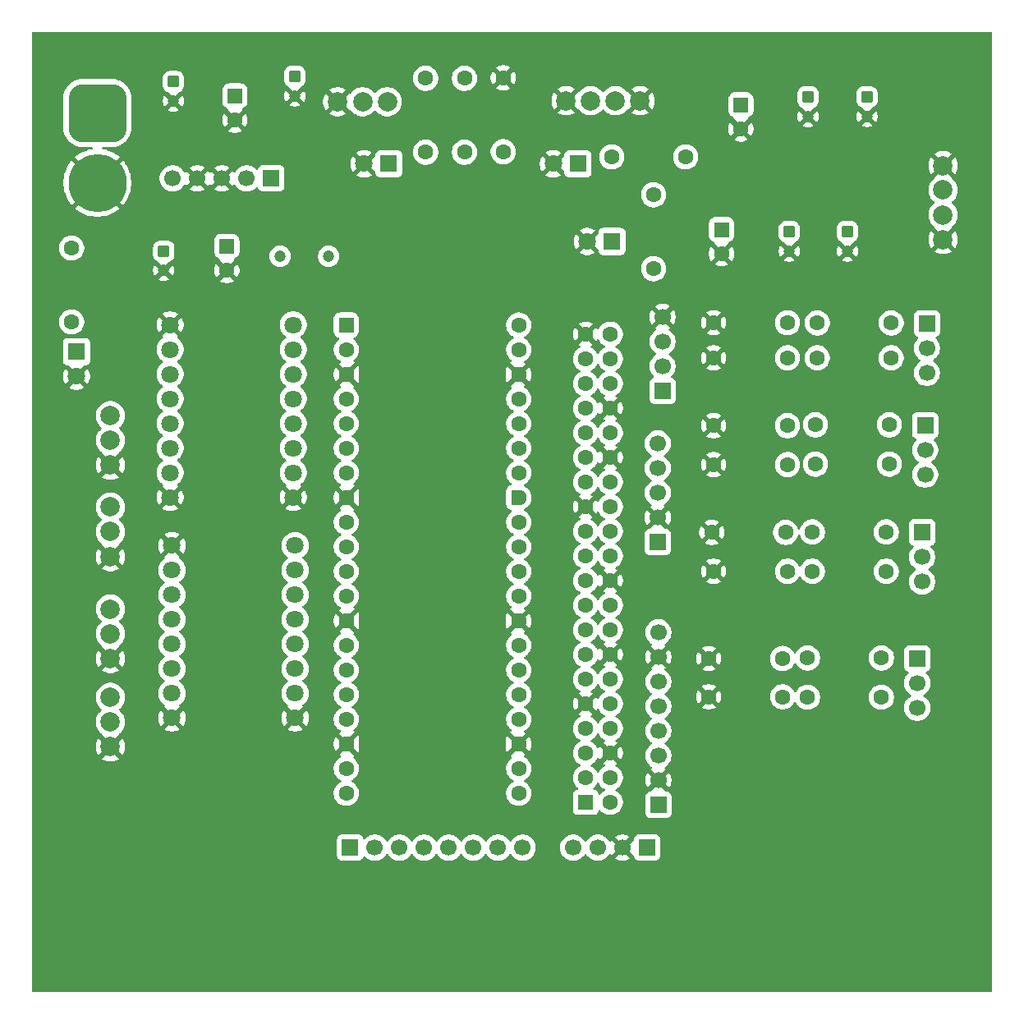
<source format=gbr>
%TF.GenerationSoftware,KiCad,Pcbnew,9.0.3*%
%TF.CreationDate,2025-08-05T09:32:10-05:00*%
%TF.ProjectId,Power Distribution PCB Schematic,506f7765-7220-4446-9973-747269627574,rev?*%
%TF.SameCoordinates,Original*%
%TF.FileFunction,Copper,L2,Bot*%
%TF.FilePolarity,Positive*%
%FSLAX46Y46*%
G04 Gerber Fmt 4.6, Leading zero omitted, Abs format (unit mm)*
G04 Created by KiCad (PCBNEW 9.0.3) date 2025-08-05 09:32:10*
%MOMM*%
%LPD*%
G01*
G04 APERTURE LIST*
G04 Aperture macros list*
%AMRoundRect*
0 Rectangle with rounded corners*
0 $1 Rounding radius*
0 $2 $3 $4 $5 $6 $7 $8 $9 X,Y pos of 4 corners*
0 Add a 4 corners polygon primitive as box body*
4,1,4,$2,$3,$4,$5,$6,$7,$8,$9,$2,$3,0*
0 Add four circle primitives for the rounded corners*
1,1,$1+$1,$2,$3*
1,1,$1+$1,$4,$5*
1,1,$1+$1,$6,$7*
1,1,$1+$1,$8,$9*
0 Add four rect primitives between the rounded corners*
20,1,$1+$1,$2,$3,$4,$5,0*
20,1,$1+$1,$4,$5,$6,$7,0*
20,1,$1+$1,$6,$7,$8,$9,0*
20,1,$1+$1,$8,$9,$2,$3,0*%
%AMFreePoly0*
4,1,37,0.603843,0.796157,0.639018,0.796157,0.711114,0.766294,0.766294,0.711114,0.796157,0.639018,0.796157,0.603843,0.800000,0.600000,0.800000,-0.600000,0.796157,-0.603843,0.796157,-0.639018,0.766294,-0.711114,0.711114,-0.766294,0.639018,-0.796157,0.603843,-0.796157,0.600000,-0.800000,0.000000,-0.800000,0.000000,-0.796148,-0.078414,-0.796148,-0.232228,-0.765552,-0.377117,-0.705537,
-0.507515,-0.618408,-0.618408,-0.507515,-0.705537,-0.377117,-0.765552,-0.232228,-0.796148,-0.078414,-0.796148,0.078414,-0.765552,0.232228,-0.705537,0.377117,-0.618408,0.507515,-0.507515,0.618408,-0.377117,0.705537,-0.232228,0.765552,-0.078414,0.796148,0.000000,0.796148,0.000000,0.800000,0.600000,0.800000,0.603843,0.796157,0.603843,0.796157,$1*%
%AMFreePoly1*
4,1,37,0.000000,0.796148,0.078414,0.796148,0.232228,0.765552,0.377117,0.705537,0.507515,0.618408,0.618408,0.507515,0.705537,0.377117,0.765552,0.232228,0.796148,0.078414,0.796148,-0.078414,0.765552,-0.232228,0.705537,-0.377117,0.618408,-0.507515,0.507515,-0.618408,0.377117,-0.705537,0.232228,-0.765552,0.078414,-0.796148,0.000000,-0.796148,0.000000,-0.800000,-0.600000,-0.800000,
-0.603843,-0.796157,-0.639018,-0.796157,-0.711114,-0.766294,-0.766294,-0.711114,-0.796157,-0.639018,-0.796157,-0.603843,-0.800000,-0.600000,-0.800000,0.600000,-0.796157,0.603843,-0.796157,0.639018,-0.766294,0.711114,-0.711114,0.766294,-0.639018,0.796157,-0.603843,0.796157,-0.600000,0.800000,0.000000,0.800000,0.000000,0.796148,0.000000,0.796148,$1*%
G04 Aperture macros list end*
%TA.AperFunction,ComponentPad*%
%ADD10C,1.800000*%
%TD*%
%TA.AperFunction,ComponentPad*%
%ADD11C,2.000000*%
%TD*%
%TA.AperFunction,ComponentPad*%
%ADD12RoundRect,0.250000X-0.550000X0.550000X-0.550000X-0.550000X0.550000X-0.550000X0.550000X0.550000X0*%
%TD*%
%TA.AperFunction,ComponentPad*%
%ADD13C,1.600000*%
%TD*%
%TA.AperFunction,ComponentPad*%
%ADD14RoundRect,0.250000X-0.350000X0.350000X-0.350000X-0.350000X0.350000X-0.350000X0.350000X0.350000X0*%
%TD*%
%TA.AperFunction,ComponentPad*%
%ADD15C,1.200000*%
%TD*%
%TA.AperFunction,ComponentPad*%
%ADD16RoundRect,0.200000X-0.600000X-0.600000X0.600000X-0.600000X0.600000X0.600000X-0.600000X0.600000X0*%
%TD*%
%TA.AperFunction,ComponentPad*%
%ADD17FreePoly0,0.000000*%
%TD*%
%TA.AperFunction,ComponentPad*%
%ADD18FreePoly1,0.000000*%
%TD*%
%TA.AperFunction,ComponentPad*%
%ADD19R,1.700000X1.700000*%
%TD*%
%TA.AperFunction,ComponentPad*%
%ADD20C,1.700000*%
%TD*%
%TA.AperFunction,ComponentPad*%
%ADD21R,1.800000X1.800000*%
%TD*%
%TA.AperFunction,ComponentPad*%
%ADD22RoundRect,1.500000X-1.500000X1.500000X-1.500000X-1.500000X1.500000X-1.500000X1.500000X1.500000X0*%
%TD*%
%TA.AperFunction,ComponentPad*%
%ADD23C,6.000000*%
%TD*%
%TA.AperFunction,ComponentPad*%
%ADD24R,1.605000X1.605000*%
%TD*%
%TA.AperFunction,ComponentPad*%
%ADD25C,1.605000*%
%TD*%
G04 APERTURE END LIST*
D10*
%TO.P,Driver_Board1,1,GND*%
%TO.N,GND*%
X34720000Y-56236465D03*
%TO.P,Driver_Board1,2,VCC*%
%TO.N,/5V_Bus*%
X34720000Y-58776465D03*
%TO.P,Driver_Board1,3,AO1*%
%TO.N,Net-(Driver_Board1-AO1)*%
X34720000Y-61316465D03*
%TO.P,Driver_Board1,4,AO2*%
%TO.N,Net-(Driver_Board1-AO2)*%
X34720000Y-63856465D03*
%TO.P,Driver_Board1,5,BO2*%
%TO.N,Net-(Driver_Board1-BO2)*%
X34720000Y-66396465D03*
%TO.P,Driver_Board1,6,BO1*%
%TO.N,Net-(Driver_Board1-BO1)*%
X34720000Y-68936465D03*
%TO.P,Driver_Board1,7,VMOT*%
%TO.N,/12V_Bus*%
X34720000Y-71476465D03*
%TO.P,Driver_Board1,8,GND*%
%TO.N,GND*%
X34720000Y-74016465D03*
%TO.P,Driver_Board1,9,PWMA*%
%TO.N,Net-(A1-GPIO0)*%
X47420000Y-56236465D03*
%TO.P,Driver_Board1,10,AIN2*%
%TO.N,Net-(A1-GPIO1)*%
X47420000Y-58776465D03*
%TO.P,Driver_Board1,11,AIN1*%
%TO.N,Net-(A1-GPIO2)*%
X47420000Y-61316465D03*
%TO.P,Driver_Board1,12,STBY*%
%TO.N,Net-(A1-GPIO3)*%
X47420000Y-63856465D03*
%TO.P,Driver_Board1,13,BIN1*%
%TO.N,Net-(A1-GPIO4)*%
X47420000Y-66396465D03*
%TO.P,Driver_Board1,14,BIN2*%
%TO.N,Net-(A1-GPIO5)*%
X47420000Y-68936465D03*
%TO.P,Driver_Board1,15,PWMB*%
%TO.N,Net-(A1-GPIO6)*%
X47420000Y-71476465D03*
%TO.P,Driver_Board1,16,GND*%
%TO.N,GND*%
X47420000Y-74016465D03*
%TD*%
D11*
%TO.P,J2,1,M+*%
%TO.N,/12V_Bus*%
X57110000Y-33226465D03*
%TO.P,J2,2,M-*%
X54570000Y-33226465D03*
%TO.P,J2,3,GND*%
%TO.N,GND*%
X52000000Y-33226465D03*
%TD*%
D12*
%TO.P,C2,1*%
%TO.N,/12V_Bus*%
X41406148Y-32626465D03*
D13*
%TO.P,C2,2*%
%TO.N,GND*%
X41406148Y-35126465D03*
%TD*%
D14*
%TO.P,C1,1*%
%TO.N,/12V_Bus*%
X47570000Y-30626465D03*
D15*
%TO.P,C1,2*%
%TO.N,GND*%
X47570000Y-32626465D03*
%TD*%
D14*
%TO.P,330uF1,1*%
%TO.N,/12V_Bus*%
X35070000Y-31153866D03*
D15*
%TO.P,330uF1,2*%
%TO.N,GND*%
X35070000Y-33153866D03*
%TD*%
D16*
%TO.P,A1,1,GPIO0*%
%TO.N,Net-(A1-GPIO0)*%
X52886465Y-56248800D03*
D13*
%TO.P,A1,2,GPIO1*%
%TO.N,Net-(A1-GPIO1)*%
X52886465Y-58788800D03*
D17*
%TO.P,A1,3,GND*%
%TO.N,GND*%
X52886465Y-61328800D03*
D13*
%TO.P,A1,4,GPIO2*%
%TO.N,Net-(A1-GPIO2)*%
X52886465Y-63868800D03*
%TO.P,A1,5,GPIO3*%
%TO.N,Net-(A1-GPIO3)*%
X52886465Y-66408800D03*
%TO.P,A1,6,GPIO4*%
%TO.N,Net-(A1-GPIO4)*%
X52886465Y-68948800D03*
%TO.P,A1,7,GPIO5*%
%TO.N,Net-(A1-GPIO5)*%
X52886465Y-71488800D03*
D17*
%TO.P,A1,8,GND*%
%TO.N,GND*%
X52886465Y-74028800D03*
D13*
%TO.P,A1,9,GPIO6*%
%TO.N,Net-(A1-GPIO6)*%
X52886465Y-76568800D03*
%TO.P,A1,10,GPIO7*%
%TO.N,Net-(A1-GPIO7)*%
X52886465Y-79108800D03*
%TO.P,A1,11,GPIO8*%
%TO.N,Net-(A1-GPIO8)*%
X52886465Y-81648800D03*
%TO.P,A1,12,GPIO9*%
%TO.N,Net-(A1-GPIO9)*%
X52886465Y-84188800D03*
D17*
%TO.P,A1,13,GND*%
%TO.N,GND*%
X52886465Y-86728800D03*
D13*
%TO.P,A1,14,GPIO10*%
%TO.N,Net-(A1-GPIO10)*%
X52886465Y-89268800D03*
%TO.P,A1,15,GPIO11*%
%TO.N,Net-(A1-GPIO11)*%
X52886465Y-91808800D03*
%TO.P,A1,16,GPIO12*%
%TO.N,Net-(A1-GPIO12)*%
X52886465Y-94348800D03*
%TO.P,A1,17,GPIO13*%
%TO.N,Net-(A1-GPIO13)*%
X52886465Y-96888800D03*
D17*
%TO.P,A1,18,GND*%
%TO.N,GND*%
X52886465Y-99428800D03*
D13*
%TO.P,A1,19,GPIO14*%
%TO.N,Net-(A1-GPIO14)*%
X52886465Y-101968800D03*
%TO.P,A1,20,GPIO15*%
%TO.N,Net-(A1-GPIO15)*%
X52886465Y-104508800D03*
%TO.P,A1,21,GPIO16*%
%TO.N,Net-(A1-GPIO16)*%
X70666465Y-104508800D03*
%TO.P,A1,22,GPIO17*%
%TO.N,Net-(A1-GPIO17)*%
X70666465Y-101968800D03*
D18*
%TO.P,A1,23,GND*%
%TO.N,GND*%
X70666465Y-99428800D03*
D13*
%TO.P,A1,24,GPIO18*%
%TO.N,Net-(A1-GPIO18)*%
X70666465Y-96888800D03*
%TO.P,A1,25,GPIO19*%
%TO.N,Net-(A1-GPIO19)*%
X70666465Y-94348800D03*
%TO.P,A1,26,GPIO20*%
%TO.N,Net-(A1-GPIO20)*%
X70666465Y-91808800D03*
%TO.P,A1,27,GPIO21*%
%TO.N,Net-(A1-GPIO21)*%
X70666465Y-89268800D03*
D18*
%TO.P,A1,28,GND*%
%TO.N,GND*%
X70666465Y-86728800D03*
D13*
%TO.P,A1,29,GPIO22*%
%TO.N,Net-(A1-GPIO22)*%
X70666465Y-84188800D03*
%TO.P,A1,30,RUN*%
%TO.N,unconnected-(A1-RUN-Pad30)*%
X70666465Y-81648800D03*
%TO.P,A1,31,GPIO26_ADC0*%
%TO.N,Net-(A1-GPIO26_ADC0)*%
X70666465Y-79108800D03*
%TO.P,A1,32,GPIO27_ADC1*%
%TO.N,unconnected-(A1-GPIO27_ADC1-Pad32)_1*%
X70666465Y-76568800D03*
D18*
%TO.P,A1,33,AGND*%
%TO.N,unconnected-(A1-AGND-Pad33)_1*%
X70666465Y-74028800D03*
D13*
%TO.P,A1,34,GPIO28_ADC2*%
%TO.N,unconnected-(A1-GPIO28_ADC2-Pad34)_1*%
X70666465Y-71488800D03*
%TO.P,A1,35,ADC_VREF*%
%TO.N,Net-(A1-3V3_EN)*%
X70666465Y-68948800D03*
%TO.P,A1,36,3V3*%
%TO.N,unconnected-(A1-3V3-Pad36)*%
X70666465Y-66408800D03*
%TO.P,A1,37,3V3_EN*%
%TO.N,Net-(A1-3V3_EN)*%
X70666465Y-63868800D03*
D18*
%TO.P,A1,38,GND*%
%TO.N,GND*%
X70666465Y-61328800D03*
D13*
%TO.P,A1,39,VSYS*%
%TO.N,/5V_Bus*%
X70666465Y-58788800D03*
%TO.P,A1,40,VBUS*%
%TO.N,unconnected-(A1-VBUS-Pad40)*%
X70666465Y-56248800D03*
%TD*%
D11*
%TO.P,J8,1,M+*%
%TO.N,Net-(Driver_Board1-AO1)*%
X28570000Y-65586465D03*
%TO.P,J8,2,M-*%
%TO.N,Net-(Driver_Board1-AO2)*%
X28570000Y-68126465D03*
%TO.P,J8,3,GND*%
%TO.N,GND*%
X28570000Y-70696465D03*
%TD*%
D19*
%TO.P,J20,1,EN*%
%TO.N,unconnected-(J20-EN-Pad1)*%
X45150000Y-41126465D03*
D20*
%TO.P,J20,2,Vin*%
%TO.N,/12V_Bus*%
X42610000Y-41126465D03*
%TO.P,J20,3,GND*%
%TO.N,GND*%
X40070000Y-41126465D03*
%TO.P,J20,4,GND*%
X37530000Y-41126465D03*
%TO.P,J20,5,Vout*%
%TO.N,Net-(J20-Vout)*%
X34990000Y-41126465D03*
%TD*%
D13*
%TO.P,510ohm1,1*%
%TO.N,/12V_Bus*%
X61070000Y-30816465D03*
%TO.P,510ohm1,2*%
%TO.N,Net-(D1-A)*%
X61070000Y-38436465D03*
%TD*%
D12*
%TO.P,C10,1*%
%TO.N,/6V_A*%
X93570000Y-33544086D03*
D13*
%TO.P,C10,2*%
%TO.N,GND*%
X93570000Y-36044086D03*
%TD*%
%TO.P,R5,1*%
%TO.N,Net-(J6-GPIO24{slash}SDIO_DAT0)*%
X98190000Y-77626465D03*
%TO.P,R5,2*%
%TO.N,GND*%
X90570000Y-77626465D03*
%TD*%
D11*
%TO.P,J3,1,Pin_1*%
%TO.N,GND*%
X114420000Y-47431465D03*
%TO.P,J3,2,Pin_2*%
%TO.N,/6V_A*%
X114420000Y-44891465D03*
%TO.P,J3,3,Pin_3*%
%TO.N,/6V_B*%
X114420000Y-42321465D03*
%TO.P,J3,4,Pin_4*%
%TO.N,GND*%
X114420000Y-39811465D03*
%TD*%
%TO.P,J9,1,M+*%
%TO.N,Net-(Driver_Board1-BO1)*%
X28570000Y-75016465D03*
%TO.P,J9,2,M-*%
%TO.N,Net-(Driver_Board1-BO2)*%
X28570000Y-77556465D03*
%TO.P,J9,3,GND*%
%TO.N,GND*%
X28570000Y-80126465D03*
%TD*%
%TO.P,J11,1,M+*%
%TO.N,Net-(Driver_Board2-BO1)*%
X28570000Y-94626465D03*
%TO.P,J11,2,M-*%
%TO.N,Net-(Driver_Board2-BO2)*%
X28570000Y-97166465D03*
%TO.P,J11,3,GND*%
%TO.N,GND*%
X28570000Y-99736465D03*
%TD*%
D14*
%TO.P,C4,1*%
%TO.N,/5V_Bus*%
X34070000Y-48626465D03*
D15*
%TO.P,C4,2*%
%TO.N,GND*%
X34070000Y-50626465D03*
%TD*%
D19*
%TO.P,J21,1,VCC*%
%TO.N,/5V_Bus*%
X85000000Y-78620000D03*
D20*
%TO.P,J21,2,GND*%
%TO.N,GND*%
X85000000Y-76080000D03*
%TO.P,J21,3,TXD*%
%TO.N,Net-(J21-TXD)*%
X85000000Y-73540000D03*
%TO.P,J21,4,RXD*%
%TO.N,Net-(J21-RXD)*%
X85000000Y-71000000D03*
%TO.P,J21,5,PPS*%
%TO.N,Net-(J21-PPS)*%
X85000000Y-68460000D03*
%TD*%
D14*
%TO.P,C5,1*%
%TO.N,/6V_B*%
X98570000Y-46626465D03*
D15*
%TO.P,C5,2*%
%TO.N,GND*%
X98570000Y-48626465D03*
%TD*%
D19*
%TO.P,J4,1,Pin_1*%
%TO.N,/5V_Bus*%
X85070000Y-105706465D03*
D20*
%TO.P,J4,2,Pin_2*%
%TO.N,GND*%
X85070000Y-103166465D03*
%TO.P,J4,3,Pin_3*%
%TO.N,Net-(J4-Pin_3)*%
X85070000Y-100626465D03*
%TO.P,J4,4,Pin_4*%
%TO.N,Net-(J4-Pin_4)*%
X85070000Y-98086465D03*
%TO.P,J4,5,Pin_5*%
%TO.N,unconnected-(J4-Pin_5-Pad5)*%
X85070000Y-95546465D03*
%TO.P,J4,6,Pin_6*%
%TO.N,unconnected-(J4-Pin_6-Pad6)*%
X85070000Y-93006465D03*
%TO.P,J4,7,Pin_7*%
%TO.N,GND*%
X85070000Y-90466465D03*
%TO.P,J4,8,Pin_8*%
%TO.N,Net-(J4-Pin_8)*%
X85070000Y-87926465D03*
%TD*%
D13*
%TO.P,150ohm1,1*%
%TO.N,/5V_Bus*%
X24570000Y-48316465D03*
%TO.P,150ohm1,2*%
%TO.N,Net-(D2-A)*%
X24570000Y-55936465D03*
%TD*%
D19*
%TO.P,J14,1,C1*%
%TO.N,Net-(J14-C1)*%
X112260000Y-77626465D03*
D20*
%TO.P,J14,2,C2*%
%TO.N,Net-(J14-C2)*%
X112260000Y-80166465D03*
%TO.P,J14,3,VCC*%
%TO.N,/5V_Bus*%
X112260000Y-82706465D03*
%TD*%
D19*
%TO.P,J17,1,VCC*%
%TO.N,/5V_Bus*%
X85500000Y-63040000D03*
D20*
%TO.P,J17,2,Trig*%
%TO.N,Net-(J17-Trig)*%
X85500000Y-60500000D03*
%TO.P,J17,3,Echo*%
%TO.N,Net-(J17-Echo)*%
X85500000Y-57960000D03*
%TO.P,J17,4,GND*%
%TO.N,GND*%
X85500000Y-55420000D03*
%TD*%
D13*
%TO.P,R16,1*%
%TO.N,Net-(J6-GPIO27{slash}SDIO_DAT3)*%
X100450000Y-94626465D03*
%TO.P,R16,2*%
%TO.N,Net-(J15-C2)*%
X108070000Y-94626465D03*
%TD*%
%TO.P,10k1,1*%
%TO.N,Net-(A1-GPIO26_ADC0)*%
X69070000Y-38371267D03*
%TO.P,10k1,2*%
%TO.N,GND*%
X69070000Y-30751267D03*
%TD*%
D21*
%TO.P,D3,1,A*%
%TO.N,Net-(D3-A)*%
X80270000Y-47626465D03*
D10*
%TO.P,D3,2,K*%
%TO.N,GND*%
X77730000Y-47626465D03*
%TD*%
D12*
%TO.P,C3,1*%
%TO.N,/5V_Bus*%
X40570000Y-48126465D03*
D13*
%TO.P,C3,2*%
%TO.N,GND*%
X40570000Y-50626465D03*
%TD*%
D19*
%TO.P,J15,1,C1*%
%TO.N,Net-(J15-C1)*%
X111760000Y-90626465D03*
D20*
%TO.P,J15,2,C2*%
%TO.N,Net-(J15-C2)*%
X111760000Y-93166465D03*
%TO.P,J15,3,VCC*%
%TO.N,/5V_Bus*%
X111760000Y-95706465D03*
%TD*%
D12*
%TO.P,C9,1*%
%TO.N,/6V_B*%
X91570000Y-46401465D03*
D13*
%TO.P,C9,2*%
%TO.N,GND*%
X91570000Y-48901465D03*
%TD*%
%TO.P,R2,1*%
%TO.N,Net-(J6-GPCLK2{slash}GPIO06)*%
X98380000Y-59626465D03*
%TO.P,R2,2*%
%TO.N,GND*%
X90760000Y-59626465D03*
%TD*%
D11*
%TO.P,J10,1,M+*%
%TO.N,Net-(Driver_Board2-AO1)*%
X28570000Y-85516465D03*
%TO.P,J10,2,M-*%
%TO.N,Net-(Driver_Board2-AO2)*%
X28570000Y-88056465D03*
%TO.P,J10,3,GND*%
%TO.N,GND*%
X28570000Y-90626465D03*
%TD*%
D15*
%TO.P,F1,1*%
%TO.N,/5V_Bus*%
X46070000Y-49166465D03*
%TO.P,F1,2*%
%TO.N,Net-(J20-Vout)*%
X51070000Y-49166465D03*
%TD*%
D22*
%TO.P,J1,1,12V_raw*%
%TO.N,/12V_Bus*%
X27220000Y-34378800D03*
D23*
%TO.P,J1,2,GND*%
%TO.N,GND*%
X27220000Y-41578800D03*
%TD*%
D19*
%TO.P,J13,1,C1*%
%TO.N,Net-(J13-C1)*%
X112570000Y-66586465D03*
D20*
%TO.P,J13,2,C2*%
%TO.N,Net-(J13-C2)*%
X112570000Y-69126465D03*
%TO.P,J13,3,VCC*%
%TO.N,/5V_Bus*%
X112570000Y-71666465D03*
%TD*%
D13*
%TO.P,R7,1*%
%TO.N,Net-(J6-GPIO22{slash}SDIO_CLK)*%
X97880000Y-90626465D03*
%TO.P,R7,2*%
%TO.N,GND*%
X90260000Y-90626465D03*
%TD*%
%TO.P,R3,1*%
%TO.N,Net-(J6-GPCLK1{slash}GPIO05)*%
X98380000Y-66626465D03*
%TO.P,R3,2*%
%TO.N,GND*%
X90760000Y-66626465D03*
%TD*%
D19*
%TO.P,J7,1,Pin_1*%
%TO.N,Net-(A1-GPIO15)*%
X53290000Y-110126465D03*
D20*
%TO.P,J7,2,Pin_2*%
%TO.N,Net-(A1-GPIO14)*%
X55830000Y-110126465D03*
%TO.P,J7,3,Pin_3*%
%TO.N,Net-(A1-GPIO13)*%
X58370000Y-110126465D03*
%TO.P,J7,4,Pin_4*%
%TO.N,Net-(A1-GPIO20)*%
X60910000Y-110126465D03*
%TO.P,J7,5,Pin_5*%
%TO.N,Net-(A1-GPIO19)*%
X63450000Y-110126465D03*
%TO.P,J7,6,Pin_6*%
%TO.N,Net-(A1-GPIO18)*%
X65990000Y-110126465D03*
%TO.P,J7,7,Pin_7*%
%TO.N,Net-(A1-GPIO17)*%
X68530000Y-110126465D03*
%TO.P,J7,8,Pin_8*%
%TO.N,Net-(A1-GPIO16)*%
X71070000Y-110126465D03*
%TD*%
D24*
%TO.P,J6,1,3V3*%
%TO.N,unconnected-(J6-3V3-Pad1)*%
X77570000Y-105446465D03*
D25*
%TO.P,J6,2,5V*%
%TO.N,/5V_Bus*%
X80110000Y-105446465D03*
%TO.P,J6,3,SDA_I2C1/GPIO02*%
%TO.N,Net-(J4-Pin_4)*%
X77570000Y-102906465D03*
%TO.P,J6,4,5V*%
%TO.N,/5V_Bus*%
X80110000Y-102906465D03*
%TO.P,J6,5,SCL_I2C1/GPIO03*%
%TO.N,Net-(J4-Pin_3)*%
X77570000Y-100366465D03*
%TO.P,J6,6,GND*%
%TO.N,GND*%
X80110000Y-100366465D03*
%TO.P,J6,7,GPCLK0/GPIO04*%
%TO.N,Net-(J4-Pin_8)*%
X77570000Y-97826465D03*
%TO.P,J6,8,GPIO14/UART_TXD*%
%TO.N,Net-(A1-GPIO21)*%
X80110000Y-97826465D03*
%TO.P,J6,9,GND*%
%TO.N,GND*%
X77570000Y-95286465D03*
%TO.P,J6,10,GPIO15/UART_RXD*%
%TO.N,Net-(A1-GPIO22)*%
X80110000Y-95286465D03*
%TO.P,J6,11,GPIO17/SPI1_~{CE1}*%
%TO.N,unconnected-(J6-GPIO17{slash}SPI1_~{CE1}-Pad11)*%
X77570000Y-92746465D03*
%TO.P,J6,12,GPIO18/SPI1_~{CE0}/PCM_CLK/PWM0*%
%TO.N,unconnected-(J6-GPIO18{slash}SPI1_~{CE0}{slash}PCM_CLK{slash}PWM0-Pad12)*%
X80110000Y-92746465D03*
%TO.P,J6,13,GPIO27/SDIO_DAT3*%
%TO.N,Net-(J6-GPIO27{slash}SDIO_DAT3)*%
X77570000Y-90206465D03*
%TO.P,J6,14,GND*%
%TO.N,GND*%
X80110000Y-90206465D03*
%TO.P,J6,15,GPIO22/SDIO_CLK*%
%TO.N,Net-(J6-GPIO22{slash}SDIO_CLK)*%
X77570000Y-87666465D03*
%TO.P,J6,16,GPIO23/SDIO_CMD*%
%TO.N,Net-(J6-GPIO23{slash}SDIO_CMD)*%
X80110000Y-87666465D03*
%TO.P,J6,17,3V3*%
%TO.N,unconnected-(J6-3V3-Pad1)_1*%
X77570000Y-85126465D03*
%TO.P,J6,18,GPIO24/SDIO_DAT0*%
%TO.N,Net-(J6-GPIO24{slash}SDIO_DAT0)*%
X80110000Y-85126465D03*
%TO.P,J6,19,MOSI_SPI0/GPIO10*%
%TO.N,unconnected-(J6-MOSI_SPI0{slash}GPIO10-Pad19)*%
X77570000Y-82586465D03*
%TO.P,J6,20,GND*%
%TO.N,GND*%
X80110000Y-82586465D03*
%TO.P,J6,21,MISO_SPI0/GPIO09*%
%TO.N,Net-(J21-PPS)*%
X77570000Y-80046465D03*
%TO.P,J6,22,GPIO25/SDIO_DAT1*%
%TO.N,Net-(J6-GPIO25{slash}SDIO_DAT1)*%
X80110000Y-80046465D03*
%TO.P,J6,23,SCLK_SPI0/GPIO11*%
%TO.N,unconnected-(J6-SCLK_SPI0{slash}GPIO11-Pad23)*%
X77570000Y-77506465D03*
%TO.P,J6,24,~{CE0}_SPI0/GPIO08*%
%TO.N,Net-(J21-RXD)*%
X80110000Y-77506465D03*
%TO.P,J6,25,GND*%
%TO.N,GND*%
X77570000Y-74966465D03*
%TO.P,J6,26,~{CE1}_SPI0/GPIO07*%
%TO.N,Net-(J21-TXD)*%
X80110000Y-74966465D03*
%TO.P,J6,27,ID_SD_I2C0/GPIO00*%
%TO.N,unconnected-(J6-ID_SD_I2C0{slash}GPIO00-Pad27)*%
X77570000Y-72426465D03*
%TO.P,J6,28,ID_SC_I2C0/GPIO01*%
%TO.N,unconnected-(J6-ID_SC_I2C0{slash}GPIO01-Pad28)*%
X80110000Y-72426465D03*
%TO.P,J6,29,GPCLK1/GPIO05*%
%TO.N,Net-(J6-GPCLK1{slash}GPIO05)*%
X77570000Y-69886465D03*
%TO.P,J6,30,GND*%
%TO.N,GND*%
X80110000Y-69886465D03*
%TO.P,J6,31,GPCLK2/GPIO06*%
%TO.N,Net-(J6-GPCLK2{slash}GPIO06)*%
X77570000Y-67346465D03*
%TO.P,J6,32,GPIO12/PWM0*%
%TO.N,Net-(J17-Echo)*%
X80110000Y-67346465D03*
%TO.P,J6,33,GPIO13/PWM1*%
%TO.N,Net-(J17-Trig)*%
X77570000Y-64806465D03*
%TO.P,J6,34,GND*%
%TO.N,GND*%
X80110000Y-64806465D03*
%TO.P,J6,35,GPIO19/SPI1_MISO/PCM_FS*%
%TO.N,unconnected-(J6-GPIO19{slash}SPI1_MISO{slash}PCM_FS-Pad35)*%
X77570000Y-62266465D03*
%TO.P,J6,36,GPIO16/SPI1_~{CE2}*%
%TO.N,unconnected-(J6-GPIO16{slash}SPI1_~{CE2}-Pad36)*%
X80110000Y-62266465D03*
%TO.P,J6,37,GPIO26/SDIO_DAT2*%
%TO.N,Net-(J6-GPIO26{slash}SDIO_DAT2)*%
X77570000Y-59726465D03*
%TO.P,J6,38,GPIO20/SPI1_MOSI/PCM_DIN/PWM1*%
%TO.N,unconnected-(J6-GPIO20{slash}SPI1_MOSI{slash}PCM_DIN{slash}PWM1-Pad38)*%
X80110000Y-59726465D03*
%TO.P,J6,39,GND*%
%TO.N,GND*%
X77570000Y-57186465D03*
%TO.P,J6,40,GPIO21/SPI1_SCLK/PCM_DOUT*%
%TO.N,unconnected-(J6-GPIO21{slash}SPI1_SCLK{slash}PCM_DOUT-Pad40)*%
X80110000Y-57186465D03*
%TD*%
D13*
%TO.P,R1,1*%
%TO.N,Net-(J6-GPIO26{slash}SDIO_DAT2)*%
X98380000Y-56000413D03*
%TO.P,R1,2*%
%TO.N,GND*%
X90760000Y-56000413D03*
%TD*%
D14*
%TO.P,C8,1*%
%TO.N,/6V_A*%
X106570000Y-32726465D03*
D15*
%TO.P,C8,2*%
%TO.N,GND*%
X106570000Y-34726465D03*
%TD*%
D14*
%TO.P,C7,1*%
%TO.N,/6V_B*%
X104570000Y-46626465D03*
D15*
%TO.P,C7,2*%
%TO.N,GND*%
X104570000Y-48626465D03*
%TD*%
D13*
%TO.P,R14,1*%
%TO.N,Net-(J6-GPCLK2{slash}GPIO06)*%
X101450000Y-59626465D03*
%TO.P,R14,2*%
%TO.N,Net-(J12-C2)*%
X109070000Y-59626465D03*
%TD*%
%TO.P,R6,1*%
%TO.N,Net-(J6-GPIO23{slash}SDIO_CMD)*%
X98380000Y-81626465D03*
%TO.P,R6,2*%
%TO.N,GND*%
X90760000Y-81626465D03*
%TD*%
%TO.P,33k1,1*%
%TO.N,Net-(A1-GPIO26_ADC0)*%
X65070000Y-38436465D03*
%TO.P,33k1,2*%
%TO.N,/12V_Bus*%
X65070000Y-30816465D03*
%TD*%
%TO.P,180ohm1,1*%
%TO.N,/6V_B*%
X84570000Y-42816465D03*
%TO.P,180ohm1,2*%
%TO.N,Net-(D3-A)*%
X84570000Y-50436465D03*
%TD*%
%TO.P,R8,1*%
%TO.N,Net-(J6-GPIO27{slash}SDIO_DAT3)*%
X97880000Y-94576465D03*
%TO.P,R8,2*%
%TO.N,GND*%
X90260000Y-94576465D03*
%TD*%
%TO.P,R15,1*%
%TO.N,Net-(J6-GPIO22{slash}SDIO_CLK)*%
X100450000Y-90576465D03*
%TO.P,R15,2*%
%TO.N,Net-(J15-C1)*%
X108070000Y-90576465D03*
%TD*%
D10*
%TO.P,Driver_Board2,1,GND*%
%TO.N,GND*%
X34920000Y-78976465D03*
%TO.P,Driver_Board2,2,VCC*%
%TO.N,/5V_Bus*%
X34920000Y-81516465D03*
%TO.P,Driver_Board2,3,AO1*%
%TO.N,Net-(Driver_Board2-AO1)*%
X34920000Y-84056465D03*
%TO.P,Driver_Board2,4,AO2*%
%TO.N,Net-(Driver_Board2-AO2)*%
X34920000Y-86596465D03*
%TO.P,Driver_Board2,5,BO2*%
%TO.N,Net-(Driver_Board2-BO2)*%
X34920000Y-89136465D03*
%TO.P,Driver_Board2,6,BO1*%
%TO.N,Net-(Driver_Board2-BO1)*%
X34920000Y-91676465D03*
%TO.P,Driver_Board2,7,VMOT*%
%TO.N,/12V_Bus*%
X34920000Y-94216465D03*
%TO.P,Driver_Board2,8,GND*%
%TO.N,GND*%
X34920000Y-96756465D03*
%TO.P,Driver_Board2,9,PWMA*%
%TO.N,Net-(A1-GPIO7)*%
X47620000Y-78976465D03*
%TO.P,Driver_Board2,10,AIN2*%
%TO.N,Net-(A1-GPIO8)*%
X47620000Y-81516465D03*
%TO.P,Driver_Board2,11,AIN1*%
%TO.N,Net-(A1-GPIO9)*%
X47620000Y-84056465D03*
%TO.P,Driver_Board2,12,STBY*%
%TO.N,Net-(A1-GPIO3)*%
X47620000Y-86596465D03*
%TO.P,Driver_Board2,13,BIN1*%
%TO.N,Net-(A1-GPIO10)*%
X47620000Y-89136465D03*
%TO.P,Driver_Board2,14,BIN2*%
%TO.N,Net-(A1-GPIO11)*%
X47620000Y-91676465D03*
%TO.P,Driver_Board2,15,PWMB*%
%TO.N,Net-(A1-GPIO12)*%
X47620000Y-94216465D03*
%TO.P,Driver_Board2,16,GND*%
%TO.N,GND*%
X47620000Y-96756465D03*
%TD*%
D14*
%TO.P,C6,1*%
%TO.N,/6V_A*%
X100500000Y-32753866D03*
D15*
%TO.P,C6,2*%
%TO.N,GND*%
X100500000Y-34753866D03*
%TD*%
D13*
%TO.P,R4,1*%
%TO.N,Net-(J6-GPIO25{slash}SDIO_DAT1)*%
X98380000Y-70626465D03*
%TO.P,R4,2*%
%TO.N,GND*%
X90760000Y-70626465D03*
%TD*%
%TO.P,R13,1*%
%TO.N,Net-(J6-GPIO26{slash}SDIO_DAT2)*%
X101450000Y-56036465D03*
%TO.P,R13,2*%
%TO.N,Net-(J12-C1)*%
X109070000Y-56036465D03*
%TD*%
%TO.P,R12,1*%
%TO.N,Net-(J6-GPIO23{slash}SDIO_CMD)*%
X100950000Y-81626465D03*
%TO.P,R12,2*%
%TO.N,Net-(J14-C2)*%
X108570000Y-81626465D03*
%TD*%
D21*
%TO.P,D4,1,A*%
%TO.N,Net-(D4-A)*%
X76770000Y-39626465D03*
D10*
%TO.P,D4,2,K*%
%TO.N,GND*%
X74230000Y-39626465D03*
%TD*%
D19*
%TO.P,J12,1,C1*%
%TO.N,Net-(J12-C1)*%
X112760000Y-56086465D03*
D20*
%TO.P,J12,2,C2*%
%TO.N,Net-(J12-C2)*%
X112760000Y-58626465D03*
%TO.P,J12,3,VCC*%
%TO.N,/5V_Bus*%
X112760000Y-61166465D03*
%TD*%
D13*
%TO.P,R10,1*%
%TO.N,Net-(J6-GPIO25{slash}SDIO_DAT1)*%
X101260000Y-70586465D03*
%TO.P,R10,2*%
%TO.N,Net-(J13-C2)*%
X108880000Y-70586465D03*
%TD*%
D11*
%TO.P,J16,1,Pin_1*%
%TO.N,GND*%
X83180000Y-33126465D03*
%TO.P,J16,2,Pin_2*%
%TO.N,/6V_A*%
X80640000Y-33126465D03*
%TO.P,J16,3,Pin_3*%
%TO.N,/6V_B*%
X78070000Y-33126465D03*
%TO.P,J16,4,Pin_4*%
%TO.N,GND*%
X75560000Y-33126465D03*
%TD*%
D13*
%TO.P,R11,1*%
%TO.N,Net-(J6-GPIO24{slash}SDIO_DAT0)*%
X100950000Y-77576465D03*
%TO.P,R11,2*%
%TO.N,Net-(J14-C1)*%
X108570000Y-77576465D03*
%TD*%
D19*
%TO.P,J5,1,VCC*%
%TO.N,/5V_Bus*%
X83897665Y-110126465D03*
D20*
%TO.P,J5,2,GND*%
%TO.N,GND*%
X81357665Y-110126465D03*
%TO.P,J5,3,SDA*%
%TO.N,Net-(J4-Pin_4)*%
X78817665Y-110126465D03*
%TO.P,J5,4,SCL*%
%TO.N,Net-(J4-Pin_3)*%
X76277665Y-110126465D03*
%TD*%
D21*
%TO.P,D2,1,A*%
%TO.N,Net-(D2-A)*%
X25070000Y-59000000D03*
D10*
%TO.P,D2,2,K*%
%TO.N,GND*%
X25070000Y-61540000D03*
%TD*%
D21*
%TO.P,D1,1,A*%
%TO.N,Net-(D1-A)*%
X57270000Y-39626465D03*
D10*
%TO.P,D1,2,K*%
%TO.N,GND*%
X54730000Y-39626465D03*
%TD*%
D13*
%TO.P,180ohm2,1*%
%TO.N,/6V_A*%
X87880000Y-38901465D03*
%TO.P,180ohm2,2*%
%TO.N,Net-(D4-A)*%
X80260000Y-38901465D03*
%TD*%
%TO.P,R9,1*%
%TO.N,Net-(J6-GPCLK1{slash}GPIO05)*%
X101260000Y-66536465D03*
%TO.P,R9,2*%
%TO.N,Net-(J13-C1)*%
X108880000Y-66536465D03*
%TD*%
%TA.AperFunction,Conductor*%
%TO.N,GND*%
G36*
X79611460Y-100572967D02*
G01*
X79681894Y-100694962D01*
X79781503Y-100794571D01*
X79903498Y-100865005D01*
X79952012Y-100878004D01*
X79382287Y-101447729D01*
X79427347Y-101480466D01*
X79427346Y-101480466D01*
X79516122Y-101525699D01*
X79566919Y-101573673D01*
X79583714Y-101641494D01*
X79561177Y-101707629D01*
X79516124Y-101746668D01*
X79427077Y-101792040D01*
X79261159Y-101912586D01*
X79261154Y-101912590D01*
X79116125Y-102057619D01*
X79116121Y-102057624D01*
X78995577Y-102223540D01*
X78950485Y-102312038D01*
X78902510Y-102362834D01*
X78834689Y-102379629D01*
X78768554Y-102357092D01*
X78729515Y-102312038D01*
X78709794Y-102273334D01*
X78684425Y-102223544D01*
X78669023Y-102202345D01*
X78563878Y-102057624D01*
X78563874Y-102057619D01*
X78418845Y-101912590D01*
X78418840Y-101912586D01*
X78252925Y-101792042D01*
X78232266Y-101781516D01*
X78164425Y-101746949D01*
X78113630Y-101698976D01*
X78096835Y-101631155D01*
X78119372Y-101565020D01*
X78164425Y-101525980D01*
X78252921Y-101480890D01*
X78418847Y-101360338D01*
X78563873Y-101215312D01*
X78684425Y-101049386D01*
X78729795Y-100960341D01*
X78777769Y-100909545D01*
X78845590Y-100892750D01*
X78911725Y-100915287D01*
X78950765Y-100960341D01*
X78996003Y-101049125D01*
X79028733Y-101094176D01*
X79028734Y-101094176D01*
X79598459Y-100524450D01*
X79611460Y-100572967D01*
G37*
%TD.AperFunction*%
%TA.AperFunction,Conductor*%
G36*
X78911445Y-98375837D02*
G01*
X78950485Y-98420891D01*
X78995577Y-98509390D01*
X79116121Y-98675305D01*
X79116125Y-98675310D01*
X79261154Y-98820339D01*
X79261159Y-98820343D01*
X79325872Y-98867359D01*
X79427079Y-98940890D01*
X79515573Y-98985980D01*
X79516123Y-98986260D01*
X79566919Y-99034235D01*
X79583714Y-99102055D01*
X79561177Y-99168190D01*
X79516124Y-99207229D01*
X79427341Y-99252467D01*
X79382287Y-99285198D01*
X79382287Y-99285199D01*
X79952013Y-99854925D01*
X79903498Y-99867925D01*
X79781503Y-99938359D01*
X79681894Y-100037968D01*
X79611460Y-100159963D01*
X79598460Y-100208478D01*
X79028734Y-99638752D01*
X79028733Y-99638752D01*
X78996002Y-99683806D01*
X78950764Y-99772589D01*
X78902790Y-99823384D01*
X78834968Y-99840179D01*
X78768834Y-99817641D01*
X78729795Y-99772588D01*
X78684425Y-99683544D01*
X78651882Y-99638752D01*
X78563878Y-99517624D01*
X78563874Y-99517619D01*
X78418845Y-99372590D01*
X78418840Y-99372586D01*
X78252925Y-99252042D01*
X78244311Y-99247653D01*
X78164425Y-99206949D01*
X78113630Y-99158976D01*
X78096835Y-99091155D01*
X78119372Y-99025020D01*
X78164425Y-98985980D01*
X78252921Y-98940890D01*
X78418847Y-98820338D01*
X78563873Y-98675312D01*
X78684425Y-98509386D01*
X78729515Y-98420890D01*
X78777489Y-98370095D01*
X78845310Y-98353300D01*
X78911445Y-98375837D01*
G37*
%TD.AperFunction*%
%TA.AperFunction,Conductor*%
G36*
X78651264Y-96014177D02*
G01*
X78651264Y-96014176D01*
X78683999Y-95969122D01*
X78729234Y-95880342D01*
X78777208Y-95829546D01*
X78845028Y-95812750D01*
X78911164Y-95835287D01*
X78950204Y-95880341D01*
X78995440Y-95969122D01*
X78995577Y-95969389D01*
X79116121Y-96135305D01*
X79116125Y-96135310D01*
X79261154Y-96280339D01*
X79261159Y-96280343D01*
X79381437Y-96367729D01*
X79427079Y-96400890D01*
X79503210Y-96439680D01*
X79515573Y-96445980D01*
X79566369Y-96493955D01*
X79583164Y-96561776D01*
X79560627Y-96627911D01*
X79515573Y-96666950D01*
X79427075Y-96712042D01*
X79261159Y-96832586D01*
X79261154Y-96832590D01*
X79116125Y-96977619D01*
X79116121Y-96977624D01*
X78995577Y-97143540D01*
X78950485Y-97232038D01*
X78902510Y-97282834D01*
X78834689Y-97299629D01*
X78768554Y-97277092D01*
X78729515Y-97232038D01*
X78709794Y-97193334D01*
X78684425Y-97143544D01*
X78641382Y-97084300D01*
X78563878Y-96977624D01*
X78563874Y-96977619D01*
X78418845Y-96832590D01*
X78418840Y-96832586D01*
X78252924Y-96712042D01*
X78252923Y-96712041D01*
X78252921Y-96712040D01*
X78164427Y-96666950D01*
X78163876Y-96666669D01*
X78113080Y-96618694D01*
X78096285Y-96550873D01*
X78118823Y-96484738D01*
X78163877Y-96445699D01*
X78252657Y-96400464D01*
X78297711Y-96367729D01*
X78297712Y-96367729D01*
X77727987Y-95798004D01*
X77776502Y-95785005D01*
X77898497Y-95714571D01*
X77998106Y-95614962D01*
X78068540Y-95492967D01*
X78081539Y-95444452D01*
X78651264Y-96014177D01*
G37*
%TD.AperFunction*%
%TA.AperFunction,Conductor*%
G36*
X78911445Y-93295837D02*
G01*
X78950484Y-93340890D01*
X78959196Y-93357988D01*
X78995577Y-93429390D01*
X79116121Y-93595305D01*
X79116125Y-93595310D01*
X79261154Y-93740339D01*
X79261159Y-93740343D01*
X79314705Y-93779246D01*
X79427079Y-93860890D01*
X79503210Y-93899680D01*
X79515573Y-93905980D01*
X79566369Y-93953955D01*
X79583164Y-94021776D01*
X79560627Y-94087911D01*
X79515573Y-94126950D01*
X79427075Y-94172042D01*
X79261159Y-94292586D01*
X79261154Y-94292590D01*
X79116125Y-94437619D01*
X79116121Y-94437624D01*
X78995575Y-94603542D01*
X78950203Y-94692589D01*
X78902229Y-94743384D01*
X78834407Y-94760179D01*
X78768273Y-94737641D01*
X78729234Y-94692587D01*
X78684001Y-94603812D01*
X78651264Y-94558752D01*
X78081539Y-95128477D01*
X78068540Y-95079963D01*
X77998106Y-94957968D01*
X77898497Y-94858359D01*
X77776502Y-94787925D01*
X77727985Y-94774924D01*
X78297711Y-94205199D01*
X78297711Y-94205198D01*
X78252660Y-94172468D01*
X78163876Y-94127230D01*
X78113080Y-94079255D01*
X78096285Y-94011434D01*
X78118823Y-93945299D01*
X78163877Y-93906260D01*
X78164427Y-93905980D01*
X78252921Y-93860890D01*
X78418847Y-93740338D01*
X78563873Y-93595312D01*
X78684425Y-93429386D01*
X78729515Y-93340890D01*
X78777489Y-93290095D01*
X78845310Y-93273300D01*
X78911445Y-93295837D01*
G37*
%TD.AperFunction*%
%TA.AperFunction,Conductor*%
G36*
X79611460Y-90412967D02*
G01*
X79681894Y-90534962D01*
X79781503Y-90634571D01*
X79903498Y-90705005D01*
X79952012Y-90718004D01*
X79382287Y-91287729D01*
X79427347Y-91320466D01*
X79427346Y-91320466D01*
X79516122Y-91365699D01*
X79566919Y-91413673D01*
X79583714Y-91481494D01*
X79561177Y-91547629D01*
X79516124Y-91586668D01*
X79427077Y-91632040D01*
X79261159Y-91752586D01*
X79261154Y-91752590D01*
X79116125Y-91897619D01*
X79116121Y-91897624D01*
X78995577Y-92063540D01*
X78950485Y-92152038D01*
X78902510Y-92202834D01*
X78834689Y-92219629D01*
X78768554Y-92197092D01*
X78729515Y-92152038D01*
X78691082Y-92076610D01*
X78684425Y-92063544D01*
X78650294Y-92016567D01*
X78563878Y-91897624D01*
X78563874Y-91897619D01*
X78418845Y-91752590D01*
X78418840Y-91752586D01*
X78252925Y-91632042D01*
X78231432Y-91621091D01*
X78164425Y-91586949D01*
X78113630Y-91538976D01*
X78096835Y-91471155D01*
X78119372Y-91405020D01*
X78164425Y-91365980D01*
X78252921Y-91320890D01*
X78418847Y-91200338D01*
X78563873Y-91055312D01*
X78684425Y-90889386D01*
X78729795Y-90800341D01*
X78777769Y-90749545D01*
X78845590Y-90732750D01*
X78911725Y-90755287D01*
X78950765Y-90800341D01*
X78996003Y-90889125D01*
X79028733Y-90934176D01*
X79028734Y-90934176D01*
X79598459Y-90364450D01*
X79611460Y-90412967D01*
G37*
%TD.AperFunction*%
%TA.AperFunction,Conductor*%
G36*
X78911445Y-88215837D02*
G01*
X78950485Y-88260891D01*
X78995577Y-88349390D01*
X79116121Y-88515305D01*
X79116125Y-88515310D01*
X79261154Y-88660339D01*
X79261159Y-88660343D01*
X79405880Y-88765488D01*
X79427079Y-88780890D01*
X79515573Y-88825980D01*
X79516123Y-88826260D01*
X79566919Y-88874235D01*
X79583714Y-88942055D01*
X79561177Y-89008190D01*
X79516124Y-89047229D01*
X79427341Y-89092467D01*
X79382287Y-89125198D01*
X79382287Y-89125199D01*
X79952013Y-89694925D01*
X79903498Y-89707925D01*
X79781503Y-89778359D01*
X79681894Y-89877968D01*
X79611460Y-89999963D01*
X79598460Y-90048478D01*
X79028734Y-89478752D01*
X79028733Y-89478752D01*
X78996002Y-89523806D01*
X78950764Y-89612589D01*
X78902790Y-89663384D01*
X78834968Y-89680179D01*
X78768834Y-89657641D01*
X78729795Y-89612588D01*
X78709794Y-89573334D01*
X78684425Y-89523544D01*
X78610438Y-89421709D01*
X78563878Y-89357624D01*
X78563874Y-89357619D01*
X78418845Y-89212590D01*
X78418840Y-89212586D01*
X78252925Y-89092042D01*
X78232266Y-89081516D01*
X78164425Y-89046949D01*
X78113630Y-88998976D01*
X78096835Y-88931155D01*
X78119372Y-88865020D01*
X78164425Y-88825980D01*
X78252921Y-88780890D01*
X78418847Y-88660338D01*
X78563873Y-88515312D01*
X78684425Y-88349386D01*
X78729515Y-88260890D01*
X78777489Y-88210095D01*
X78845310Y-88193300D01*
X78911445Y-88215837D01*
G37*
%TD.AperFunction*%
%TA.AperFunction,Conductor*%
G36*
X79611460Y-82792967D02*
G01*
X79681894Y-82914962D01*
X79781503Y-83014571D01*
X79903498Y-83085005D01*
X79952012Y-83098004D01*
X79382287Y-83667729D01*
X79427347Y-83700466D01*
X79427346Y-83700466D01*
X79516122Y-83745699D01*
X79566919Y-83793673D01*
X79583714Y-83861494D01*
X79561177Y-83927629D01*
X79516124Y-83966668D01*
X79427077Y-84012040D01*
X79261159Y-84132586D01*
X79261154Y-84132590D01*
X79116125Y-84277619D01*
X79116121Y-84277624D01*
X78995577Y-84443540D01*
X78950485Y-84532038D01*
X78902510Y-84582834D01*
X78834689Y-84599629D01*
X78768554Y-84577092D01*
X78729515Y-84532038D01*
X78709794Y-84493334D01*
X78684425Y-84443544D01*
X78632408Y-84371948D01*
X78563878Y-84277624D01*
X78563874Y-84277619D01*
X78418845Y-84132590D01*
X78418840Y-84132586D01*
X78252925Y-84012042D01*
X78244311Y-84007653D01*
X78164425Y-83966949D01*
X78113630Y-83918976D01*
X78096835Y-83851155D01*
X78119372Y-83785020D01*
X78164425Y-83745980D01*
X78252921Y-83700890D01*
X78418847Y-83580338D01*
X78563873Y-83435312D01*
X78684425Y-83269386D01*
X78729795Y-83180341D01*
X78777769Y-83129545D01*
X78845590Y-83112750D01*
X78911725Y-83135287D01*
X78950765Y-83180341D01*
X78996003Y-83269125D01*
X79028733Y-83314176D01*
X79028734Y-83314176D01*
X79598459Y-82744450D01*
X79611460Y-82792967D01*
G37*
%TD.AperFunction*%
%TA.AperFunction,Conductor*%
G36*
X78911445Y-80595837D02*
G01*
X78950485Y-80640891D01*
X78995577Y-80729390D01*
X79116121Y-80895305D01*
X79116125Y-80895310D01*
X79261154Y-81040339D01*
X79261159Y-81040343D01*
X79297828Y-81066984D01*
X79427079Y-81160890D01*
X79497113Y-81196574D01*
X79516123Y-81206260D01*
X79566919Y-81254235D01*
X79583714Y-81322055D01*
X79561177Y-81388190D01*
X79516124Y-81427229D01*
X79427341Y-81472467D01*
X79382287Y-81505198D01*
X79382287Y-81505199D01*
X79952013Y-82074925D01*
X79903498Y-82087925D01*
X79781503Y-82158359D01*
X79681894Y-82257968D01*
X79611460Y-82379963D01*
X79598460Y-82428478D01*
X79028734Y-81858752D01*
X79028733Y-81858752D01*
X78996002Y-81903806D01*
X78950764Y-81992589D01*
X78902790Y-82043384D01*
X78834968Y-82060179D01*
X78768834Y-82037641D01*
X78729795Y-81992588D01*
X78706335Y-81946545D01*
X78684425Y-81903544D01*
X78628575Y-81826673D01*
X78563878Y-81737624D01*
X78563874Y-81737619D01*
X78418845Y-81592590D01*
X78418840Y-81592586D01*
X78252925Y-81472042D01*
X78193526Y-81441777D01*
X78164425Y-81426949D01*
X78113630Y-81378976D01*
X78096835Y-81311155D01*
X78119372Y-81245020D01*
X78164425Y-81205980D01*
X78252921Y-81160890D01*
X78418847Y-81040338D01*
X78563873Y-80895312D01*
X78684425Y-80729386D01*
X78729515Y-80640890D01*
X78777489Y-80590095D01*
X78845310Y-80573300D01*
X78911445Y-80595837D01*
G37*
%TD.AperFunction*%
%TA.AperFunction,Conductor*%
G36*
X78651264Y-75694177D02*
G01*
X78651264Y-75694176D01*
X78683999Y-75649122D01*
X78729234Y-75560342D01*
X78777208Y-75509546D01*
X78845028Y-75492750D01*
X78911164Y-75515287D01*
X78950204Y-75560341D01*
X78958605Y-75576828D01*
X78995440Y-75649122D01*
X78995577Y-75649389D01*
X79116121Y-75815305D01*
X79116125Y-75815310D01*
X79261154Y-75960339D01*
X79261159Y-75960343D01*
X79307453Y-75993977D01*
X79427079Y-76080890D01*
X79503210Y-76119680D01*
X79515573Y-76125980D01*
X79566369Y-76173955D01*
X79583164Y-76241776D01*
X79560627Y-76307911D01*
X79515573Y-76346950D01*
X79427075Y-76392042D01*
X79261159Y-76512586D01*
X79261154Y-76512590D01*
X79116125Y-76657619D01*
X79116121Y-76657624D01*
X78995577Y-76823540D01*
X78950485Y-76912038D01*
X78902510Y-76962834D01*
X78834689Y-76979629D01*
X78768554Y-76957092D01*
X78729515Y-76912038D01*
X78709794Y-76873334D01*
X78684425Y-76823544D01*
X78615918Y-76729252D01*
X78563878Y-76657624D01*
X78563874Y-76657619D01*
X78418845Y-76512590D01*
X78418840Y-76512586D01*
X78252924Y-76392042D01*
X78252923Y-76392041D01*
X78252921Y-76392040D01*
X78164427Y-76346950D01*
X78163876Y-76346669D01*
X78113080Y-76298694D01*
X78096285Y-76230873D01*
X78118823Y-76164738D01*
X78163877Y-76125699D01*
X78252657Y-76080464D01*
X78297711Y-76047729D01*
X78297712Y-76047729D01*
X77727987Y-75478004D01*
X77776502Y-75465005D01*
X77898497Y-75394571D01*
X77998106Y-75294962D01*
X78068540Y-75172967D01*
X78081539Y-75124452D01*
X78651264Y-75694177D01*
G37*
%TD.AperFunction*%
%TA.AperFunction,Conductor*%
G36*
X78911445Y-72975837D02*
G01*
X78950484Y-73020890D01*
X78965296Y-73049960D01*
X78995577Y-73109390D01*
X79116121Y-73275305D01*
X79116125Y-73275310D01*
X79261154Y-73420339D01*
X79261159Y-73420343D01*
X79379697Y-73506465D01*
X79427079Y-73540890D01*
X79503210Y-73579680D01*
X79515573Y-73585980D01*
X79566369Y-73633955D01*
X79583164Y-73701776D01*
X79560627Y-73767911D01*
X79515573Y-73806950D01*
X79427075Y-73852042D01*
X79261159Y-73972586D01*
X79261154Y-73972590D01*
X79116125Y-74117619D01*
X79116121Y-74117624D01*
X78995575Y-74283542D01*
X78950203Y-74372589D01*
X78902229Y-74423384D01*
X78834407Y-74440179D01*
X78768273Y-74417641D01*
X78729234Y-74372587D01*
X78684001Y-74283812D01*
X78651264Y-74238752D01*
X78081539Y-74808477D01*
X78068540Y-74759963D01*
X77998106Y-74637968D01*
X77898497Y-74538359D01*
X77776502Y-74467925D01*
X77727985Y-74454924D01*
X78297711Y-73885199D01*
X78297711Y-73885198D01*
X78252660Y-73852468D01*
X78163876Y-73807230D01*
X78113080Y-73759255D01*
X78096285Y-73691434D01*
X78118823Y-73625299D01*
X78163877Y-73586260D01*
X78164427Y-73585980D01*
X78252921Y-73540890D01*
X78418847Y-73420338D01*
X78563873Y-73275312D01*
X78684425Y-73109386D01*
X78729515Y-73020890D01*
X78777489Y-72970095D01*
X78845310Y-72953300D01*
X78911445Y-72975837D01*
G37*
%TD.AperFunction*%
%TA.AperFunction,Conductor*%
G36*
X79611460Y-70092967D02*
G01*
X79681894Y-70214962D01*
X79781503Y-70314571D01*
X79903498Y-70385005D01*
X79952012Y-70398004D01*
X79382287Y-70967729D01*
X79427347Y-71000466D01*
X79427346Y-71000466D01*
X79516122Y-71045699D01*
X79566919Y-71093673D01*
X79583714Y-71161494D01*
X79561177Y-71227629D01*
X79516124Y-71266668D01*
X79427077Y-71312040D01*
X79261159Y-71432586D01*
X79261154Y-71432590D01*
X79116125Y-71577619D01*
X79116121Y-71577624D01*
X78995577Y-71743540D01*
X78950485Y-71832038D01*
X78902510Y-71882834D01*
X78834689Y-71899629D01*
X78768554Y-71877092D01*
X78729515Y-71832038D01*
X78699307Y-71772752D01*
X78684425Y-71743544D01*
X78658467Y-71707816D01*
X78563878Y-71577624D01*
X78563874Y-71577619D01*
X78418845Y-71432590D01*
X78418840Y-71432586D01*
X78252925Y-71312042D01*
X78244311Y-71307653D01*
X78164425Y-71266949D01*
X78113630Y-71218976D01*
X78096835Y-71151155D01*
X78119372Y-71085020D01*
X78164425Y-71045980D01*
X78252921Y-71000890D01*
X78418847Y-70880338D01*
X78563873Y-70735312D01*
X78684425Y-70569386D01*
X78729795Y-70480341D01*
X78777769Y-70429545D01*
X78845590Y-70412750D01*
X78911725Y-70435287D01*
X78950765Y-70480341D01*
X78996003Y-70569125D01*
X79028733Y-70614176D01*
X79028734Y-70614176D01*
X79598459Y-70044450D01*
X79611460Y-70092967D01*
G37*
%TD.AperFunction*%
%TA.AperFunction,Conductor*%
G36*
X78911445Y-67895837D02*
G01*
X78950484Y-67940890D01*
X78966037Y-67971414D01*
X78995577Y-68029390D01*
X79116121Y-68195305D01*
X79116125Y-68195310D01*
X79261154Y-68340339D01*
X79261159Y-68340343D01*
X79341699Y-68398858D01*
X79427079Y-68460890D01*
X79515573Y-68505980D01*
X79516123Y-68506260D01*
X79566919Y-68554235D01*
X79583714Y-68622055D01*
X79561177Y-68688190D01*
X79516124Y-68727229D01*
X79427341Y-68772467D01*
X79382287Y-68805198D01*
X79382287Y-68805199D01*
X79952013Y-69374925D01*
X79903498Y-69387925D01*
X79781503Y-69458359D01*
X79681894Y-69557968D01*
X79611460Y-69679963D01*
X79598460Y-69728478D01*
X79028734Y-69158752D01*
X79028733Y-69158752D01*
X78996002Y-69203806D01*
X78950764Y-69292589D01*
X78902790Y-69343384D01*
X78834968Y-69360179D01*
X78768834Y-69337641D01*
X78729795Y-69292588D01*
X78684425Y-69203544D01*
X78612084Y-69103975D01*
X78563878Y-69037624D01*
X78563874Y-69037619D01*
X78418845Y-68892590D01*
X78418840Y-68892586D01*
X78252925Y-68772042D01*
X78164974Y-68727229D01*
X78164425Y-68726949D01*
X78113630Y-68678976D01*
X78096835Y-68611155D01*
X78119372Y-68545020D01*
X78164425Y-68505980D01*
X78252921Y-68460890D01*
X78418847Y-68340338D01*
X78563873Y-68195312D01*
X78684425Y-68029386D01*
X78729515Y-67940890D01*
X78777489Y-67890095D01*
X78845310Y-67873300D01*
X78911445Y-67895837D01*
G37*
%TD.AperFunction*%
%TA.AperFunction,Conductor*%
G36*
X79611460Y-65012967D02*
G01*
X79681894Y-65134962D01*
X79781503Y-65234571D01*
X79903498Y-65305005D01*
X79952012Y-65318004D01*
X79382287Y-65887729D01*
X79427347Y-65920466D01*
X79427346Y-65920466D01*
X79516122Y-65965699D01*
X79566919Y-66013673D01*
X79583714Y-66081494D01*
X79561177Y-66147629D01*
X79516124Y-66186668D01*
X79427077Y-66232040D01*
X79261159Y-66352586D01*
X79261154Y-66352590D01*
X79116125Y-66497619D01*
X79116121Y-66497624D01*
X78995577Y-66663540D01*
X78950485Y-66752038D01*
X78902510Y-66802834D01*
X78834689Y-66819629D01*
X78768554Y-66797092D01*
X78729515Y-66752038D01*
X78692364Y-66679126D01*
X78684425Y-66663544D01*
X78632566Y-66592166D01*
X78563878Y-66497624D01*
X78563874Y-66497619D01*
X78418845Y-66352590D01*
X78418840Y-66352586D01*
X78252925Y-66232042D01*
X78241979Y-66226465D01*
X78164425Y-66186949D01*
X78113630Y-66138976D01*
X78096835Y-66071155D01*
X78119372Y-66005020D01*
X78164425Y-65965980D01*
X78252921Y-65920890D01*
X78418847Y-65800338D01*
X78563873Y-65655312D01*
X78684425Y-65489386D01*
X78729795Y-65400341D01*
X78777769Y-65349545D01*
X78845590Y-65332750D01*
X78911725Y-65355287D01*
X78950765Y-65400341D01*
X78996003Y-65489125D01*
X79028733Y-65534176D01*
X79028734Y-65534176D01*
X79598459Y-64964450D01*
X79611460Y-65012967D01*
G37*
%TD.AperFunction*%
%TA.AperFunction,Conductor*%
G36*
X78911445Y-62815837D02*
G01*
X78950485Y-62860891D01*
X78995577Y-62949390D01*
X79116121Y-63115305D01*
X79116125Y-63115310D01*
X79261154Y-63260339D01*
X79261159Y-63260343D01*
X79341699Y-63318858D01*
X79427079Y-63380890D01*
X79515573Y-63425980D01*
X79516123Y-63426260D01*
X79566919Y-63474235D01*
X79583714Y-63542055D01*
X79561177Y-63608190D01*
X79516124Y-63647229D01*
X79427341Y-63692467D01*
X79382287Y-63725198D01*
X79382287Y-63725199D01*
X79952013Y-64294925D01*
X79903498Y-64307925D01*
X79781503Y-64378359D01*
X79681894Y-64477968D01*
X79611460Y-64599963D01*
X79598460Y-64648478D01*
X79028734Y-64078752D01*
X79028733Y-64078752D01*
X78996002Y-64123806D01*
X78950764Y-64212589D01*
X78902790Y-64263384D01*
X78834968Y-64280179D01*
X78768834Y-64257641D01*
X78729795Y-64212588D01*
X78721291Y-64195898D01*
X78684425Y-64123544D01*
X78592836Y-63997482D01*
X78563878Y-63957624D01*
X78563874Y-63957619D01*
X78418845Y-63812590D01*
X78418840Y-63812586D01*
X78252925Y-63692042D01*
X78164974Y-63647229D01*
X78164425Y-63646949D01*
X78113630Y-63598976D01*
X78096835Y-63531155D01*
X78119372Y-63465020D01*
X78164425Y-63425980D01*
X78252921Y-63380890D01*
X78418847Y-63260338D01*
X78563873Y-63115312D01*
X78684425Y-62949386D01*
X78729515Y-62860890D01*
X78777489Y-62810095D01*
X78845310Y-62793300D01*
X78911445Y-62815837D01*
G37*
%TD.AperFunction*%
%TA.AperFunction,Conductor*%
G36*
X78651264Y-57914177D02*
G01*
X78651264Y-57914176D01*
X78683999Y-57869122D01*
X78729234Y-57780342D01*
X78777208Y-57729546D01*
X78845028Y-57712750D01*
X78911164Y-57735287D01*
X78950204Y-57780341D01*
X78995440Y-57869122D01*
X78995577Y-57869389D01*
X79116121Y-58035305D01*
X79116125Y-58035310D01*
X79261154Y-58180339D01*
X79261159Y-58180343D01*
X79341699Y-58238858D01*
X79427079Y-58300890D01*
X79503210Y-58339680D01*
X79515573Y-58345980D01*
X79566369Y-58393955D01*
X79583164Y-58461776D01*
X79560627Y-58527911D01*
X79515573Y-58566950D01*
X79427075Y-58612042D01*
X79261159Y-58732586D01*
X79261154Y-58732590D01*
X79116125Y-58877619D01*
X79116121Y-58877624D01*
X78995577Y-59043540D01*
X78950485Y-59132038D01*
X78902510Y-59182834D01*
X78834689Y-59199629D01*
X78768554Y-59177092D01*
X78729515Y-59132038D01*
X78723134Y-59119514D01*
X78684425Y-59043544D01*
X78645599Y-58990104D01*
X78563878Y-58877624D01*
X78563874Y-58877619D01*
X78418845Y-58732590D01*
X78418840Y-58732586D01*
X78252924Y-58612042D01*
X78252923Y-58612041D01*
X78252921Y-58612040D01*
X78164427Y-58566950D01*
X78163876Y-58566669D01*
X78113080Y-58518694D01*
X78096285Y-58450873D01*
X78118823Y-58384738D01*
X78163877Y-58345699D01*
X78252657Y-58300464D01*
X78297711Y-58267729D01*
X78297712Y-58267729D01*
X77727987Y-57698004D01*
X77776502Y-57685005D01*
X77898497Y-57614571D01*
X77998106Y-57514962D01*
X78068540Y-57392967D01*
X78081539Y-57344452D01*
X78651264Y-57914177D01*
G37*
%TD.AperFunction*%
%TA.AperFunction,Conductor*%
G36*
X119442539Y-26020185D02*
G01*
X119488294Y-26072989D01*
X119499500Y-26124500D01*
X119499500Y-124875500D01*
X119479815Y-124942539D01*
X119427011Y-124988294D01*
X119375500Y-124999500D01*
X20624500Y-124999500D01*
X20557461Y-124979815D01*
X20511706Y-124927011D01*
X20500500Y-124875500D01*
X20500500Y-109228600D01*
X51939500Y-109228600D01*
X51939500Y-111024335D01*
X51939501Y-111024341D01*
X51945908Y-111083948D01*
X51996202Y-111218793D01*
X51996206Y-111218800D01*
X52082452Y-111334009D01*
X52082455Y-111334012D01*
X52197664Y-111420258D01*
X52197671Y-111420262D01*
X52332517Y-111470556D01*
X52332516Y-111470556D01*
X52339444Y-111471300D01*
X52392127Y-111476965D01*
X54187872Y-111476964D01*
X54247483Y-111470556D01*
X54382331Y-111420261D01*
X54497546Y-111334011D01*
X54583796Y-111218796D01*
X54632810Y-111087381D01*
X54674681Y-111031449D01*
X54740145Y-111007031D01*
X54808418Y-111021882D01*
X54836673Y-111043034D01*
X54950213Y-111156574D01*
X55122179Y-111281513D01*
X55122181Y-111281514D01*
X55122184Y-111281516D01*
X55311588Y-111378022D01*
X55513757Y-111443711D01*
X55723713Y-111476965D01*
X55723714Y-111476965D01*
X55936286Y-111476965D01*
X55936287Y-111476965D01*
X56146243Y-111443711D01*
X56348412Y-111378022D01*
X56537816Y-111281516D01*
X56624138Y-111218800D01*
X56709786Y-111156574D01*
X56709788Y-111156571D01*
X56709792Y-111156569D01*
X56860104Y-111006257D01*
X56860106Y-111006253D01*
X56860109Y-111006251D01*
X56985048Y-110834285D01*
X56985047Y-110834285D01*
X56985051Y-110834281D01*
X56989514Y-110825519D01*
X57037488Y-110774724D01*
X57105308Y-110757928D01*
X57171444Y-110780464D01*
X57210486Y-110825521D01*
X57214951Y-110834285D01*
X57339890Y-111006251D01*
X57490213Y-111156574D01*
X57662179Y-111281513D01*
X57662181Y-111281514D01*
X57662184Y-111281516D01*
X57851588Y-111378022D01*
X58053757Y-111443711D01*
X58263713Y-111476965D01*
X58263714Y-111476965D01*
X58476286Y-111476965D01*
X58476287Y-111476965D01*
X58686243Y-111443711D01*
X58888412Y-111378022D01*
X59077816Y-111281516D01*
X59164138Y-111218800D01*
X59249786Y-111156574D01*
X59249788Y-111156571D01*
X59249792Y-111156569D01*
X59400104Y-111006257D01*
X59400106Y-111006253D01*
X59400109Y-111006251D01*
X59525048Y-110834285D01*
X59525047Y-110834285D01*
X59525051Y-110834281D01*
X59529514Y-110825519D01*
X59577488Y-110774724D01*
X59645308Y-110757928D01*
X59711444Y-110780464D01*
X59750486Y-110825521D01*
X59754951Y-110834285D01*
X59879890Y-111006251D01*
X60030213Y-111156574D01*
X60202179Y-111281513D01*
X60202181Y-111281514D01*
X60202184Y-111281516D01*
X60391588Y-111378022D01*
X60593757Y-111443711D01*
X60803713Y-111476965D01*
X60803714Y-111476965D01*
X61016286Y-111476965D01*
X61016287Y-111476965D01*
X61226243Y-111443711D01*
X61428412Y-111378022D01*
X61617816Y-111281516D01*
X61704138Y-111218800D01*
X61789786Y-111156574D01*
X61789788Y-111156571D01*
X61789792Y-111156569D01*
X61940104Y-111006257D01*
X61940106Y-111006253D01*
X61940109Y-111006251D01*
X62065048Y-110834285D01*
X62065047Y-110834285D01*
X62065051Y-110834281D01*
X62069514Y-110825519D01*
X62117488Y-110774724D01*
X62185308Y-110757928D01*
X62251444Y-110780464D01*
X62290486Y-110825521D01*
X62294951Y-110834285D01*
X62419890Y-111006251D01*
X62570213Y-111156574D01*
X62742179Y-111281513D01*
X62742181Y-111281514D01*
X62742184Y-111281516D01*
X62931588Y-111378022D01*
X63133757Y-111443711D01*
X63343713Y-111476965D01*
X63343714Y-111476965D01*
X63556286Y-111476965D01*
X63556287Y-111476965D01*
X63766243Y-111443711D01*
X63968412Y-111378022D01*
X64157816Y-111281516D01*
X64244138Y-111218800D01*
X64329786Y-111156574D01*
X64329788Y-111156571D01*
X64329792Y-111156569D01*
X64480104Y-111006257D01*
X64480106Y-111006253D01*
X64480109Y-111006251D01*
X64605048Y-110834285D01*
X64605047Y-110834285D01*
X64605051Y-110834281D01*
X64609514Y-110825519D01*
X64657488Y-110774724D01*
X64725308Y-110757928D01*
X64791444Y-110780464D01*
X64830486Y-110825521D01*
X64834951Y-110834285D01*
X64959890Y-111006251D01*
X65110213Y-111156574D01*
X65282179Y-111281513D01*
X65282181Y-111281514D01*
X65282184Y-111281516D01*
X65471588Y-111378022D01*
X65673757Y-111443711D01*
X65883713Y-111476965D01*
X65883714Y-111476965D01*
X66096286Y-111476965D01*
X66096287Y-111476965D01*
X66306243Y-111443711D01*
X66508412Y-111378022D01*
X66697816Y-111281516D01*
X66784138Y-111218800D01*
X66869786Y-111156574D01*
X66869788Y-111156571D01*
X66869792Y-111156569D01*
X67020104Y-111006257D01*
X67020106Y-111006253D01*
X67020109Y-111006251D01*
X67145048Y-110834285D01*
X67145047Y-110834285D01*
X67145051Y-110834281D01*
X67149514Y-110825519D01*
X67197488Y-110774724D01*
X67265308Y-110757928D01*
X67331444Y-110780464D01*
X67370486Y-110825521D01*
X67374951Y-110834285D01*
X67499890Y-111006251D01*
X67650213Y-111156574D01*
X67822179Y-111281513D01*
X67822181Y-111281514D01*
X67822184Y-111281516D01*
X68011588Y-111378022D01*
X68213757Y-111443711D01*
X68423713Y-111476965D01*
X68423714Y-111476965D01*
X68636286Y-111476965D01*
X68636287Y-111476965D01*
X68846243Y-111443711D01*
X69048412Y-111378022D01*
X69237816Y-111281516D01*
X69324138Y-111218800D01*
X69409786Y-111156574D01*
X69409788Y-111156571D01*
X69409792Y-111156569D01*
X69560104Y-111006257D01*
X69560106Y-111006253D01*
X69560109Y-111006251D01*
X69685048Y-110834285D01*
X69685047Y-110834285D01*
X69685051Y-110834281D01*
X69689514Y-110825519D01*
X69737488Y-110774724D01*
X69805308Y-110757928D01*
X69871444Y-110780464D01*
X69910486Y-110825521D01*
X69914951Y-110834285D01*
X70039890Y-111006251D01*
X70190213Y-111156574D01*
X70362179Y-111281513D01*
X70362181Y-111281514D01*
X70362184Y-111281516D01*
X70551588Y-111378022D01*
X70753757Y-111443711D01*
X70963713Y-111476965D01*
X70963714Y-111476965D01*
X71176286Y-111476965D01*
X71176287Y-111476965D01*
X71386243Y-111443711D01*
X71588412Y-111378022D01*
X71777816Y-111281516D01*
X71864138Y-111218800D01*
X71949786Y-111156574D01*
X71949788Y-111156571D01*
X71949792Y-111156569D01*
X72100104Y-111006257D01*
X72100106Y-111006253D01*
X72100109Y-111006251D01*
X72225048Y-110834285D01*
X72225047Y-110834285D01*
X72225051Y-110834281D01*
X72321557Y-110644877D01*
X72387246Y-110442708D01*
X72420500Y-110232752D01*
X72420500Y-110020178D01*
X74927165Y-110020178D01*
X74927165Y-110232751D01*
X74960418Y-110442704D01*
X75026109Y-110644879D01*
X75122616Y-110834285D01*
X75247555Y-111006251D01*
X75397878Y-111156574D01*
X75569844Y-111281513D01*
X75569846Y-111281514D01*
X75569849Y-111281516D01*
X75759253Y-111378022D01*
X75961422Y-111443711D01*
X76171378Y-111476965D01*
X76171379Y-111476965D01*
X76383951Y-111476965D01*
X76383952Y-111476965D01*
X76593908Y-111443711D01*
X76796077Y-111378022D01*
X76985481Y-111281516D01*
X77071803Y-111218800D01*
X77157451Y-111156574D01*
X77157453Y-111156571D01*
X77157457Y-111156569D01*
X77307769Y-111006257D01*
X77307771Y-111006253D01*
X77307774Y-111006251D01*
X77432713Y-110834285D01*
X77432712Y-110834285D01*
X77432716Y-110834281D01*
X77437179Y-110825519D01*
X77485153Y-110774724D01*
X77552973Y-110757928D01*
X77619109Y-110780464D01*
X77658151Y-110825521D01*
X77662616Y-110834285D01*
X77787555Y-111006251D01*
X77937878Y-111156574D01*
X78109844Y-111281513D01*
X78109846Y-111281514D01*
X78109849Y-111281516D01*
X78299253Y-111378022D01*
X78501422Y-111443711D01*
X78711378Y-111476965D01*
X78711379Y-111476965D01*
X78923951Y-111476965D01*
X78923952Y-111476965D01*
X79133908Y-111443711D01*
X79336077Y-111378022D01*
X79525481Y-111281516D01*
X79611803Y-111218800D01*
X79697451Y-111156574D01*
X79697453Y-111156571D01*
X79697457Y-111156569D01*
X79847769Y-111006257D01*
X79847771Y-111006253D01*
X79847774Y-111006251D01*
X79915180Y-110913472D01*
X79972716Y-110834281D01*
X79977458Y-110824973D01*
X80025428Y-110774176D01*
X80093248Y-110757376D01*
X80159384Y-110779910D01*
X80198428Y-110824965D01*
X80203038Y-110834012D01*
X80242393Y-110888181D01*
X80874702Y-110255873D01*
X80891740Y-110319458D01*
X80957566Y-110433472D01*
X81050658Y-110526564D01*
X81164672Y-110592390D01*
X81228255Y-110609427D01*
X80595947Y-111241734D01*
X80595947Y-111241735D01*
X80650114Y-111281089D01*
X80839447Y-111377560D01*
X81041535Y-111443222D01*
X81251419Y-111476465D01*
X81463911Y-111476465D01*
X81673792Y-111443222D01*
X81673795Y-111443222D01*
X81875882Y-111377560D01*
X82065219Y-111281087D01*
X82119381Y-111241735D01*
X82119382Y-111241735D01*
X81487073Y-110609427D01*
X81550658Y-110592390D01*
X81664672Y-110526564D01*
X81757764Y-110433472D01*
X81823590Y-110319458D01*
X81840627Y-110255873D01*
X82510846Y-110926093D01*
X82544331Y-110987416D01*
X82547165Y-111013765D01*
X82547165Y-111024330D01*
X82547166Y-111024341D01*
X82553573Y-111083948D01*
X82603867Y-111218793D01*
X82603871Y-111218800D01*
X82690117Y-111334009D01*
X82690120Y-111334012D01*
X82805329Y-111420258D01*
X82805336Y-111420262D01*
X82940182Y-111470556D01*
X82940181Y-111470556D01*
X82947109Y-111471300D01*
X82999792Y-111476965D01*
X84795537Y-111476964D01*
X84855148Y-111470556D01*
X84989996Y-111420261D01*
X85105211Y-111334011D01*
X85191461Y-111218796D01*
X85241756Y-111083948D01*
X85248165Y-111024338D01*
X85248164Y-109228593D01*
X85241756Y-109168982D01*
X85191461Y-109034134D01*
X85191460Y-109034133D01*
X85191458Y-109034129D01*
X85105212Y-108918920D01*
X85105209Y-108918917D01*
X84990000Y-108832671D01*
X84989993Y-108832667D01*
X84855147Y-108782373D01*
X84855148Y-108782373D01*
X84795548Y-108775966D01*
X84795546Y-108775965D01*
X84795538Y-108775965D01*
X84795529Y-108775965D01*
X82999794Y-108775965D01*
X82999788Y-108775966D01*
X82940181Y-108782373D01*
X82805336Y-108832667D01*
X82805329Y-108832671D01*
X82690120Y-108918917D01*
X82690117Y-108918920D01*
X82603871Y-109034129D01*
X82603867Y-109034136D01*
X82553573Y-109168982D01*
X82549175Y-109209896D01*
X82547166Y-109228588D01*
X82547165Y-109228600D01*
X82547165Y-109239155D01*
X82527480Y-109306194D01*
X82510846Y-109326836D01*
X81840627Y-109997055D01*
X81823590Y-109933472D01*
X81757764Y-109819458D01*
X81664672Y-109726366D01*
X81550658Y-109660540D01*
X81487074Y-109643502D01*
X82119381Y-109011193D01*
X82065215Y-108971840D01*
X81875882Y-108875369D01*
X81673794Y-108809707D01*
X81463911Y-108776465D01*
X81251419Y-108776465D01*
X81041537Y-108809707D01*
X81041534Y-108809707D01*
X80839447Y-108875369D01*
X80650104Y-108971845D01*
X80595947Y-109011192D01*
X80595947Y-109011193D01*
X81228256Y-109643502D01*
X81164672Y-109660540D01*
X81050658Y-109726366D01*
X80957566Y-109819458D01*
X80891740Y-109933472D01*
X80874702Y-109997056D01*
X80242393Y-109364747D01*
X80242392Y-109364747D01*
X80203045Y-109418905D01*
X80203041Y-109418911D01*
X80198425Y-109427970D01*
X80150446Y-109478762D01*
X80082624Y-109495552D01*
X80016491Y-109473008D01*
X79977459Y-109427958D01*
X79972716Y-109418649D01*
X79972714Y-109418646D01*
X79972713Y-109418644D01*
X79847774Y-109246678D01*
X79697451Y-109096355D01*
X79525485Y-108971416D01*
X79336079Y-108874909D01*
X79336078Y-108874908D01*
X79336077Y-108874908D01*
X79133908Y-108809219D01*
X79133906Y-108809218D01*
X79133905Y-108809218D01*
X78972622Y-108783673D01*
X78923952Y-108775965D01*
X78711378Y-108775965D01*
X78662707Y-108783673D01*
X78501425Y-108809218D01*
X78299250Y-108874909D01*
X78109844Y-108971416D01*
X77937878Y-109096355D01*
X77787555Y-109246678D01*
X77662614Y-109418647D01*
X77658149Y-109427411D01*
X77610174Y-109478207D01*
X77542353Y-109495001D01*
X77476218Y-109472463D01*
X77437181Y-109427411D01*
X77432715Y-109418647D01*
X77307774Y-109246678D01*
X77157451Y-109096355D01*
X76985485Y-108971416D01*
X76796079Y-108874909D01*
X76796078Y-108874908D01*
X76796077Y-108874908D01*
X76593908Y-108809219D01*
X76593906Y-108809218D01*
X76593905Y-108809218D01*
X76432622Y-108783673D01*
X76383952Y-108775965D01*
X76171378Y-108775965D01*
X76122707Y-108783673D01*
X75961425Y-108809218D01*
X75759250Y-108874909D01*
X75569844Y-108971416D01*
X75397878Y-109096355D01*
X75247555Y-109246678D01*
X75122616Y-109418644D01*
X75026109Y-109608050D01*
X74960418Y-109810225D01*
X74927165Y-110020178D01*
X72420500Y-110020178D01*
X72387246Y-109810222D01*
X72321557Y-109608053D01*
X72225051Y-109418649D01*
X72225049Y-109418646D01*
X72225048Y-109418644D01*
X72100109Y-109246678D01*
X71949786Y-109096355D01*
X71777820Y-108971416D01*
X71588414Y-108874909D01*
X71588413Y-108874908D01*
X71588412Y-108874908D01*
X71386243Y-108809219D01*
X71386241Y-108809218D01*
X71386240Y-108809218D01*
X71224957Y-108783673D01*
X71176287Y-108775965D01*
X70963713Y-108775965D01*
X70915042Y-108783673D01*
X70753760Y-108809218D01*
X70551585Y-108874909D01*
X70362179Y-108971416D01*
X70190213Y-109096355D01*
X70039890Y-109246678D01*
X69914949Y-109418647D01*
X69910484Y-109427411D01*
X69862509Y-109478207D01*
X69794688Y-109495001D01*
X69728553Y-109472463D01*
X69689516Y-109427411D01*
X69685050Y-109418647D01*
X69560109Y-109246678D01*
X69409786Y-109096355D01*
X69237820Y-108971416D01*
X69048414Y-108874909D01*
X69048413Y-108874908D01*
X69048412Y-108874908D01*
X68846243Y-108809219D01*
X68846241Y-108809218D01*
X68846240Y-108809218D01*
X68684957Y-108783673D01*
X68636287Y-108775965D01*
X68423713Y-108775965D01*
X68375042Y-108783673D01*
X68213760Y-108809218D01*
X68011585Y-108874909D01*
X67822179Y-108971416D01*
X67650213Y-109096355D01*
X67499890Y-109246678D01*
X67374949Y-109418647D01*
X67370484Y-109427411D01*
X67322509Y-109478207D01*
X67254688Y-109495001D01*
X67188553Y-109472463D01*
X67149516Y-109427411D01*
X67145050Y-109418647D01*
X67020109Y-109246678D01*
X66869786Y-109096355D01*
X66697820Y-108971416D01*
X66508414Y-108874909D01*
X66508413Y-108874908D01*
X66508412Y-108874908D01*
X66306243Y-108809219D01*
X66306241Y-108809218D01*
X66306240Y-108809218D01*
X66144957Y-108783673D01*
X66096287Y-108775965D01*
X65883713Y-108775965D01*
X65835042Y-108783673D01*
X65673760Y-108809218D01*
X65471585Y-108874909D01*
X65282179Y-108971416D01*
X65110213Y-109096355D01*
X64959890Y-109246678D01*
X64834949Y-109418647D01*
X64830484Y-109427411D01*
X64782509Y-109478207D01*
X64714688Y-109495001D01*
X64648553Y-109472463D01*
X64609516Y-109427411D01*
X64605050Y-109418647D01*
X64480109Y-109246678D01*
X64329786Y-109096355D01*
X64157820Y-108971416D01*
X63968414Y-108874909D01*
X63968413Y-108874908D01*
X63968412Y-108874908D01*
X63766243Y-108809219D01*
X63766241Y-108809218D01*
X63766240Y-108809218D01*
X63604957Y-108783673D01*
X63556287Y-108775965D01*
X63343713Y-108775965D01*
X63295042Y-108783673D01*
X63133760Y-108809218D01*
X62931585Y-108874909D01*
X62742179Y-108971416D01*
X62570213Y-109096355D01*
X62419890Y-109246678D01*
X62294949Y-109418647D01*
X62290484Y-109427411D01*
X62242509Y-109478207D01*
X62174688Y-109495001D01*
X62108553Y-109472463D01*
X62069516Y-109427411D01*
X62065050Y-109418647D01*
X61940109Y-109246678D01*
X61789786Y-109096355D01*
X61617820Y-108971416D01*
X61428414Y-108874909D01*
X61428413Y-108874908D01*
X61428412Y-108874908D01*
X61226243Y-108809219D01*
X61226241Y-108809218D01*
X61226240Y-108809218D01*
X61064957Y-108783673D01*
X61016287Y-108775965D01*
X60803713Y-108775965D01*
X60755042Y-108783673D01*
X60593760Y-108809218D01*
X60391585Y-108874909D01*
X60202179Y-108971416D01*
X60030213Y-109096355D01*
X59879890Y-109246678D01*
X59754949Y-109418647D01*
X59750484Y-109427411D01*
X59702509Y-109478207D01*
X59634688Y-109495001D01*
X59568553Y-109472463D01*
X59529516Y-109427411D01*
X59525050Y-109418647D01*
X59400109Y-109246678D01*
X59249786Y-109096355D01*
X59077820Y-108971416D01*
X58888414Y-108874909D01*
X58888413Y-108874908D01*
X58888412Y-108874908D01*
X58686243Y-108809219D01*
X58686241Y-108809218D01*
X58686240Y-108809218D01*
X58524957Y-108783673D01*
X58476287Y-108775965D01*
X58263713Y-108775965D01*
X58215042Y-108783673D01*
X58053760Y-108809218D01*
X57851585Y-108874909D01*
X57662179Y-108971416D01*
X57490213Y-109096355D01*
X57339890Y-109246678D01*
X57214949Y-109418647D01*
X57210484Y-109427411D01*
X57162509Y-109478207D01*
X57094688Y-109495001D01*
X57028553Y-109472463D01*
X56989516Y-109427411D01*
X56985050Y-109418647D01*
X56860109Y-109246678D01*
X56709786Y-109096355D01*
X56537820Y-108971416D01*
X56348414Y-108874909D01*
X56348413Y-108874908D01*
X56348412Y-108874908D01*
X56146243Y-108809219D01*
X56146241Y-108809218D01*
X56146240Y-108809218D01*
X55984957Y-108783673D01*
X55936287Y-108775965D01*
X55723713Y-108775965D01*
X55675042Y-108783673D01*
X55513760Y-108809218D01*
X55311585Y-108874909D01*
X55122179Y-108971416D01*
X54950215Y-109096354D01*
X54836673Y-109209896D01*
X54775350Y-109243380D01*
X54705658Y-109238396D01*
X54649725Y-109196524D01*
X54632810Y-109165547D01*
X54583797Y-109034136D01*
X54583793Y-109034129D01*
X54497547Y-108918920D01*
X54497544Y-108918917D01*
X54382335Y-108832671D01*
X54382328Y-108832667D01*
X54247482Y-108782373D01*
X54247483Y-108782373D01*
X54187883Y-108775966D01*
X54187881Y-108775965D01*
X54187873Y-108775965D01*
X54187864Y-108775965D01*
X52392129Y-108775965D01*
X52392123Y-108775966D01*
X52332516Y-108782373D01*
X52197671Y-108832667D01*
X52197664Y-108832671D01*
X52082455Y-108918917D01*
X52082452Y-108918920D01*
X51996206Y-109034129D01*
X51996202Y-109034136D01*
X51945908Y-109168982D01*
X51941510Y-109209896D01*
X51939501Y-109228588D01*
X51939500Y-109228600D01*
X20500500Y-109228600D01*
X20500500Y-94508367D01*
X27069500Y-94508367D01*
X27069500Y-94744562D01*
X27106446Y-94977833D01*
X27179433Y-95202461D01*
X27286657Y-95412898D01*
X27425483Y-95603975D01*
X27592490Y-95770982D01*
X27627127Y-95796148D01*
X27669792Y-95851478D01*
X27675771Y-95921091D01*
X27643165Y-95982886D01*
X27627130Y-95996780D01*
X27609365Y-96009687D01*
X27592488Y-96021949D01*
X27425485Y-96188952D01*
X27425485Y-96188953D01*
X27425483Y-96188955D01*
X27378021Y-96254281D01*
X27286657Y-96380031D01*
X27179433Y-96590468D01*
X27106446Y-96815096D01*
X27069500Y-97048367D01*
X27069500Y-97284562D01*
X27106446Y-97517833D01*
X27179433Y-97742461D01*
X27277473Y-97934874D01*
X27286657Y-97952898D01*
X27425483Y-98143975D01*
X27592490Y-98310982D01*
X27653952Y-98355636D01*
X27696615Y-98410963D01*
X27704682Y-98465682D01*
X27700894Y-98513805D01*
X28322512Y-99135423D01*
X28262110Y-99160443D01*
X28155649Y-99231577D01*
X28065112Y-99322114D01*
X27993978Y-99428575D01*
X27968958Y-99488977D01*
X27347340Y-98867359D01*
X27287084Y-98950295D01*
X27179897Y-99160662D01*
X27106934Y-99385217D01*
X27070000Y-99618412D01*
X27070000Y-99854517D01*
X27106934Y-100087712D01*
X27179897Y-100312267D01*
X27287087Y-100522639D01*
X27347338Y-100605569D01*
X27347340Y-100605570D01*
X27968958Y-99983952D01*
X27993978Y-100044355D01*
X28065112Y-100150816D01*
X28155649Y-100241353D01*
X28262110Y-100312487D01*
X28322511Y-100337506D01*
X27700893Y-100959123D01*
X27783828Y-101019379D01*
X27994197Y-101126567D01*
X28218752Y-101199530D01*
X28218751Y-101199530D01*
X28451948Y-101236465D01*
X28688052Y-101236465D01*
X28921247Y-101199530D01*
X29145802Y-101126567D01*
X29356163Y-101019383D01*
X29356169Y-101019379D01*
X29439104Y-100959123D01*
X29439105Y-100959123D01*
X28817488Y-100337506D01*
X28877890Y-100312487D01*
X28984351Y-100241353D01*
X29074888Y-100150816D01*
X29146022Y-100044355D01*
X29171041Y-99983953D01*
X29792658Y-100605570D01*
X29792658Y-100605569D01*
X29852914Y-100522634D01*
X29852918Y-100522628D01*
X29960102Y-100312267D01*
X30033065Y-100087712D01*
X30070000Y-99854517D01*
X30070000Y-99618412D01*
X30033066Y-99385219D01*
X29960102Y-99160662D01*
X29852914Y-98950293D01*
X29792658Y-98867359D01*
X29792658Y-98867358D01*
X29171041Y-99488976D01*
X29146022Y-99428575D01*
X29074888Y-99322114D01*
X28984351Y-99231577D01*
X28877890Y-99160443D01*
X28817488Y-99135423D01*
X29439104Y-98513806D01*
X29435317Y-98465683D01*
X29449681Y-98397305D01*
X29486048Y-98355636D01*
X29547510Y-98310982D01*
X29714517Y-98143975D01*
X29853343Y-97952898D01*
X29960568Y-97742457D01*
X30033553Y-97517833D01*
X30054113Y-97388023D01*
X30070500Y-97284562D01*
X30070500Y-97048367D01*
X30033553Y-96815096D01*
X30008039Y-96736574D01*
X29960568Y-96590473D01*
X29853343Y-96380032D01*
X29714517Y-96188955D01*
X29547510Y-96021948D01*
X29512872Y-95996782D01*
X29470207Y-95941454D01*
X29464228Y-95871840D01*
X29496833Y-95810045D01*
X29512873Y-95796147D01*
X29547510Y-95770982D01*
X29714517Y-95603975D01*
X29853343Y-95412898D01*
X29960568Y-95202457D01*
X30033553Y-94977833D01*
X30048890Y-94880999D01*
X30070500Y-94744562D01*
X30070500Y-94508367D01*
X30033553Y-94275096D01*
X29985513Y-94127246D01*
X29960568Y-94050473D01*
X29960566Y-94050470D01*
X29960566Y-94050468D01*
X29881406Y-93895109D01*
X29853343Y-93840032D01*
X29714517Y-93648955D01*
X29547510Y-93481948D01*
X29356433Y-93343122D01*
X29352054Y-93340891D01*
X29145996Y-93235898D01*
X28921368Y-93162911D01*
X28688097Y-93125965D01*
X28688092Y-93125965D01*
X28451908Y-93125965D01*
X28451903Y-93125965D01*
X28218631Y-93162911D01*
X27994003Y-93235898D01*
X27783566Y-93343122D01*
X27744220Y-93371709D01*
X27592490Y-93481948D01*
X27592488Y-93481950D01*
X27592487Y-93481950D01*
X27425485Y-93648952D01*
X27425485Y-93648953D01*
X27425483Y-93648955D01*
X27403755Y-93678861D01*
X27286657Y-93840031D01*
X27179433Y-94050468D01*
X27106446Y-94275096D01*
X27069500Y-94508367D01*
X20500500Y-94508367D01*
X20500500Y-85398367D01*
X27069500Y-85398367D01*
X27069500Y-85634562D01*
X27106446Y-85867833D01*
X27179433Y-86092461D01*
X27248902Y-86228800D01*
X27286657Y-86302898D01*
X27425483Y-86493975D01*
X27592490Y-86660982D01*
X27627127Y-86686148D01*
X27669792Y-86741478D01*
X27675771Y-86811091D01*
X27643165Y-86872886D01*
X27627130Y-86886780D01*
X27609365Y-86899687D01*
X27592488Y-86911949D01*
X27425485Y-87078952D01*
X27425485Y-87078953D01*
X27425483Y-87078955D01*
X27385441Y-87134068D01*
X27286657Y-87270031D01*
X27179433Y-87480468D01*
X27106446Y-87705096D01*
X27069500Y-87938367D01*
X27069500Y-88174562D01*
X27106446Y-88407833D01*
X27179433Y-88632461D01*
X27286657Y-88842898D01*
X27425483Y-89033975D01*
X27592490Y-89200982D01*
X27653952Y-89245636D01*
X27696615Y-89300963D01*
X27704682Y-89355682D01*
X27700894Y-89403805D01*
X28322512Y-90025423D01*
X28262110Y-90050443D01*
X28155649Y-90121577D01*
X28065112Y-90212114D01*
X27993978Y-90318575D01*
X27968958Y-90378977D01*
X27347340Y-89757359D01*
X27287084Y-89840295D01*
X27179897Y-90050662D01*
X27106934Y-90275217D01*
X27070000Y-90508412D01*
X27070000Y-90744517D01*
X27106934Y-90977712D01*
X27179897Y-91202267D01*
X27287087Y-91412639D01*
X27347338Y-91495569D01*
X27347340Y-91495570D01*
X27968958Y-90873952D01*
X27993978Y-90934355D01*
X28065112Y-91040816D01*
X28155649Y-91131353D01*
X28262110Y-91202487D01*
X28322511Y-91227506D01*
X27700893Y-91849123D01*
X27783828Y-91909379D01*
X27994197Y-92016567D01*
X28218752Y-92089530D01*
X28218751Y-92089530D01*
X28451948Y-92126465D01*
X28688052Y-92126465D01*
X28921247Y-92089530D01*
X29145802Y-92016567D01*
X29356163Y-91909383D01*
X29356169Y-91909379D01*
X29439104Y-91849123D01*
X29439105Y-91849123D01*
X28817488Y-91227506D01*
X28877890Y-91202487D01*
X28984351Y-91131353D01*
X29074888Y-91040816D01*
X29146022Y-90934355D01*
X29171041Y-90873953D01*
X29792658Y-91495570D01*
X29792658Y-91495569D01*
X29852914Y-91412634D01*
X29852918Y-91412628D01*
X29960102Y-91202267D01*
X30033065Y-90977712D01*
X30070000Y-90744517D01*
X30070000Y-90508412D01*
X30033065Y-90275217D01*
X29960102Y-90050662D01*
X29852914Y-89840293D01*
X29792658Y-89757359D01*
X29792658Y-89757358D01*
X29171041Y-90378976D01*
X29146022Y-90318575D01*
X29074888Y-90212114D01*
X28984351Y-90121577D01*
X28877890Y-90050443D01*
X28817488Y-90025423D01*
X29439104Y-89403806D01*
X29435317Y-89355683D01*
X29449681Y-89287305D01*
X29486048Y-89245636D01*
X29547510Y-89200982D01*
X29714517Y-89033975D01*
X29853343Y-88842898D01*
X29960568Y-88632457D01*
X30033553Y-88407833D01*
X30034407Y-88402439D01*
X30070500Y-88174562D01*
X30070500Y-87938367D01*
X30033553Y-87705096D01*
X29987007Y-87561843D01*
X29960568Y-87480473D01*
X29960566Y-87480470D01*
X29960566Y-87480468D01*
X29853342Y-87270031D01*
X29823386Y-87228800D01*
X29714517Y-87078955D01*
X29547510Y-86911948D01*
X29512872Y-86886782D01*
X29470207Y-86831454D01*
X29464228Y-86761840D01*
X29496833Y-86700045D01*
X29512873Y-86686147D01*
X29547510Y-86660982D01*
X29714517Y-86493975D01*
X29853343Y-86302898D01*
X29960568Y-86092457D01*
X30033553Y-85867833D01*
X30038086Y-85839214D01*
X30070500Y-85634562D01*
X30070500Y-85398367D01*
X30033553Y-85165096D01*
X29987679Y-85023911D01*
X29960568Y-84940473D01*
X29960566Y-84940470D01*
X29960566Y-84940468D01*
X29853342Y-84730031D01*
X29714517Y-84538955D01*
X29547510Y-84371948D01*
X29356433Y-84233122D01*
X29145996Y-84125898D01*
X28921368Y-84052911D01*
X28688097Y-84015965D01*
X28688092Y-84015965D01*
X28451908Y-84015965D01*
X28451903Y-84015965D01*
X28218631Y-84052911D01*
X27994003Y-84125898D01*
X27783566Y-84233122D01*
X27722322Y-84277619D01*
X27592490Y-84371948D01*
X27592488Y-84371950D01*
X27592487Y-84371950D01*
X27425485Y-84538952D01*
X27425485Y-84538953D01*
X27425483Y-84538955D01*
X27397775Y-84577092D01*
X27286657Y-84730031D01*
X27179433Y-84940468D01*
X27106446Y-85165096D01*
X27069500Y-85398367D01*
X20500500Y-85398367D01*
X20500500Y-74898367D01*
X27069500Y-74898367D01*
X27069500Y-75134562D01*
X27106446Y-75367833D01*
X27179433Y-75592461D01*
X27266771Y-75763869D01*
X27286657Y-75802898D01*
X27425483Y-75993975D01*
X27592490Y-76160982D01*
X27627127Y-76186148D01*
X27669792Y-76241478D01*
X27675771Y-76311091D01*
X27643165Y-76372886D01*
X27627130Y-76386780D01*
X27609365Y-76399687D01*
X27592488Y-76411949D01*
X27425485Y-76578952D01*
X27425485Y-76578953D01*
X27425483Y-76578955D01*
X27385132Y-76634493D01*
X27286657Y-76770031D01*
X27179433Y-76980468D01*
X27106446Y-77205096D01*
X27069500Y-77438367D01*
X27069500Y-77674562D01*
X27106446Y-77907833D01*
X27179433Y-78132461D01*
X27243439Y-78258078D01*
X27286657Y-78342898D01*
X27425483Y-78533975D01*
X27592490Y-78700982D01*
X27653952Y-78745636D01*
X27696615Y-78800963D01*
X27704682Y-78855682D01*
X27700894Y-78903805D01*
X28322512Y-79525423D01*
X28262110Y-79550443D01*
X28155649Y-79621577D01*
X28065112Y-79712114D01*
X27993978Y-79818575D01*
X27968958Y-79878977D01*
X27347340Y-79257359D01*
X27287084Y-79340295D01*
X27179897Y-79550662D01*
X27106934Y-79775217D01*
X27070000Y-80008412D01*
X27070000Y-80244517D01*
X27106934Y-80477712D01*
X27179897Y-80702267D01*
X27287087Y-80912639D01*
X27347338Y-80995569D01*
X27347340Y-80995570D01*
X27968958Y-80373952D01*
X27993978Y-80434355D01*
X28065112Y-80540816D01*
X28155649Y-80631353D01*
X28262110Y-80702487D01*
X28322511Y-80727506D01*
X27700893Y-81349123D01*
X27783828Y-81409379D01*
X27994197Y-81516567D01*
X28218752Y-81589530D01*
X28218751Y-81589530D01*
X28451948Y-81626465D01*
X28688052Y-81626465D01*
X28921247Y-81589530D01*
X29145802Y-81516567D01*
X29356163Y-81409383D01*
X29356169Y-81409379D01*
X29360485Y-81406243D01*
X33519500Y-81406243D01*
X33519500Y-81626686D01*
X33553985Y-81844417D01*
X33622103Y-82054068D01*
X33622104Y-82054071D01*
X33666342Y-82140891D01*
X33713229Y-82232911D01*
X33722187Y-82250490D01*
X33851752Y-82428823D01*
X33851756Y-82428828D01*
X34007636Y-82584708D01*
X34007641Y-82584712D01*
X34147254Y-82686147D01*
X34189920Y-82741477D01*
X34195899Y-82811090D01*
X34163293Y-82872885D01*
X34147254Y-82886783D01*
X34007641Y-82988217D01*
X34007636Y-82988221D01*
X33851756Y-83144101D01*
X33851752Y-83144106D01*
X33722187Y-83322439D01*
X33622104Y-83518858D01*
X33622103Y-83518861D01*
X33553985Y-83728512D01*
X33519500Y-83946243D01*
X33519500Y-84166686D01*
X33553985Y-84384417D01*
X33622103Y-84594068D01*
X33622104Y-84594071D01*
X33722187Y-84790490D01*
X33851752Y-84968823D01*
X33851756Y-84968828D01*
X34007636Y-85124708D01*
X34007641Y-85124712D01*
X34147254Y-85226147D01*
X34189920Y-85281477D01*
X34195899Y-85351090D01*
X34163293Y-85412885D01*
X34147254Y-85426783D01*
X34007641Y-85528217D01*
X34007636Y-85528221D01*
X33851756Y-85684101D01*
X33851752Y-85684106D01*
X33722187Y-85862439D01*
X33622104Y-86058858D01*
X33622103Y-86058861D01*
X33553985Y-86268512D01*
X33519500Y-86486243D01*
X33519500Y-86706686D01*
X33553985Y-86924417D01*
X33622103Y-87134068D01*
X33622104Y-87134071D01*
X33665200Y-87218649D01*
X33707159Y-87300998D01*
X33722187Y-87330490D01*
X33851752Y-87508823D01*
X33851756Y-87508828D01*
X34007636Y-87664708D01*
X34007641Y-87664712D01*
X34147254Y-87766147D01*
X34189920Y-87821477D01*
X34195899Y-87891090D01*
X34163293Y-87952885D01*
X34147254Y-87966783D01*
X34007641Y-88068217D01*
X34007636Y-88068221D01*
X33851756Y-88224101D01*
X33851752Y-88224106D01*
X33722187Y-88402439D01*
X33622104Y-88598858D01*
X33622103Y-88598861D01*
X33553985Y-88808512D01*
X33519500Y-89026243D01*
X33519500Y-89246686D01*
X33553985Y-89464417D01*
X33622103Y-89674068D01*
X33622104Y-89674071D01*
X33665330Y-89758904D01*
X33713229Y-89852911D01*
X33722187Y-89870490D01*
X33851752Y-90048823D01*
X33851756Y-90048828D01*
X34007636Y-90204708D01*
X34007641Y-90204712D01*
X34147254Y-90306147D01*
X34189920Y-90361477D01*
X34195899Y-90431090D01*
X34163293Y-90492885D01*
X34147254Y-90506783D01*
X34007641Y-90608217D01*
X34007636Y-90608221D01*
X33851756Y-90764101D01*
X33851752Y-90764106D01*
X33722187Y-90942439D01*
X33622104Y-91138858D01*
X33622103Y-91138861D01*
X33553985Y-91348512D01*
X33519500Y-91566243D01*
X33519500Y-91786687D01*
X33520755Y-91794609D01*
X33553985Y-92004417D01*
X33622103Y-92214068D01*
X33622104Y-92214071D01*
X33722187Y-92410490D01*
X33851752Y-92588823D01*
X33851756Y-92588828D01*
X34007636Y-92744708D01*
X34007641Y-92744712D01*
X34147254Y-92846147D01*
X34189920Y-92901477D01*
X34195899Y-92971090D01*
X34163293Y-93032885D01*
X34147254Y-93046783D01*
X34007641Y-93148217D01*
X34007636Y-93148221D01*
X33851756Y-93304101D01*
X33851752Y-93304106D01*
X33722187Y-93482439D01*
X33622104Y-93678858D01*
X33622103Y-93678861D01*
X33553985Y-93888512D01*
X33519500Y-94106243D01*
X33519500Y-94326686D01*
X33553985Y-94544417D01*
X33622103Y-94754068D01*
X33622104Y-94754071D01*
X33665200Y-94838649D01*
X33721532Y-94949206D01*
X33722187Y-94950490D01*
X33851752Y-95128823D01*
X33851756Y-95128828D01*
X34007640Y-95284712D01*
X34147679Y-95386455D01*
X34190345Y-95441784D01*
X34196324Y-95511398D01*
X34163719Y-95573193D01*
X34147679Y-95587091D01*
X34122485Y-95605395D01*
X34122485Y-95605397D01*
X34782424Y-96265336D01*
X34723147Y-96281220D01*
X34606853Y-96348363D01*
X34511898Y-96443318D01*
X34444755Y-96559612D01*
X34428871Y-96618889D01*
X33768932Y-95958950D01*
X33768931Y-95958950D01*
X33722616Y-96022698D01*
X33622567Y-96219054D01*
X33554473Y-96428629D01*
X33520000Y-96646283D01*
X33520000Y-96866646D01*
X33554473Y-97084300D01*
X33622567Y-97293875D01*
X33722611Y-97490221D01*
X33768932Y-97553978D01*
X34428871Y-96894039D01*
X34444755Y-96953318D01*
X34511898Y-97069612D01*
X34606853Y-97164567D01*
X34723147Y-97231710D01*
X34782424Y-97247593D01*
X34122485Y-97907530D01*
X34122485Y-97907531D01*
X34186243Y-97953853D01*
X34382589Y-98053897D01*
X34592164Y-98121991D01*
X34809819Y-98156465D01*
X35030181Y-98156465D01*
X35247835Y-98121991D01*
X35457410Y-98053897D01*
X35653760Y-97953851D01*
X35717513Y-97907531D01*
X35717514Y-97907531D01*
X35057575Y-97247593D01*
X35116853Y-97231710D01*
X35233147Y-97164567D01*
X35328102Y-97069612D01*
X35395245Y-96953318D01*
X35411128Y-96894040D01*
X36071066Y-97553979D01*
X36071066Y-97553978D01*
X36117386Y-97490225D01*
X36217432Y-97293875D01*
X36285526Y-97084300D01*
X36320000Y-96866646D01*
X36320000Y-96646283D01*
X36285526Y-96428629D01*
X36217432Y-96219054D01*
X36117388Y-96022708D01*
X36071066Y-95958950D01*
X36071065Y-95958950D01*
X35411127Y-96618888D01*
X35395245Y-96559612D01*
X35328102Y-96443318D01*
X35233147Y-96348363D01*
X35116853Y-96281220D01*
X35057573Y-96265336D01*
X35717513Y-95605397D01*
X35692319Y-95587093D01*
X35649653Y-95531763D01*
X35643674Y-95462150D01*
X35676279Y-95400354D01*
X35692313Y-95386459D01*
X35832365Y-95284707D01*
X35988242Y-95128830D01*
X36117815Y-94950487D01*
X36217895Y-94754071D01*
X36286015Y-94544416D01*
X36320500Y-94326687D01*
X36320500Y-94106243D01*
X36286015Y-93888514D01*
X36237871Y-93740339D01*
X36217896Y-93678861D01*
X36217895Y-93678858D01*
X36175322Y-93595305D01*
X36117815Y-93482443D01*
X36037026Y-93371246D01*
X35988247Y-93304106D01*
X35988243Y-93304101D01*
X35832363Y-93148221D01*
X35832358Y-93148217D01*
X35692745Y-93046783D01*
X35650079Y-92991454D01*
X35644100Y-92921840D01*
X35676705Y-92860045D01*
X35692745Y-92846147D01*
X35832358Y-92744712D01*
X35832356Y-92744712D01*
X35832365Y-92744707D01*
X35988242Y-92588830D01*
X36117815Y-92410487D01*
X36217895Y-92214071D01*
X36286015Y-92004416D01*
X36320500Y-91786687D01*
X36320500Y-91566243D01*
X36286015Y-91348514D01*
X36237871Y-91200339D01*
X36217896Y-91138861D01*
X36217895Y-91138858D01*
X36167939Y-91040816D01*
X36117815Y-90942443D01*
X36079267Y-90889386D01*
X35988247Y-90764106D01*
X35988243Y-90764101D01*
X35832363Y-90608221D01*
X35832358Y-90608217D01*
X35692745Y-90506783D01*
X35650079Y-90451454D01*
X35644100Y-90381840D01*
X35676705Y-90320045D01*
X35692745Y-90306147D01*
X35832358Y-90204712D01*
X35832356Y-90204712D01*
X35832365Y-90204707D01*
X35988242Y-90048830D01*
X36117815Y-89870487D01*
X36217895Y-89674071D01*
X36286015Y-89464416D01*
X36320500Y-89246687D01*
X36320500Y-89026243D01*
X36286015Y-88808514D01*
X36237871Y-88660339D01*
X36217896Y-88598861D01*
X36217895Y-88598858D01*
X36139436Y-88444877D01*
X36117815Y-88402443D01*
X36079267Y-88349386D01*
X35988247Y-88224106D01*
X35988243Y-88224101D01*
X35832363Y-88068221D01*
X35832358Y-88068217D01*
X35692745Y-87966783D01*
X35650079Y-87911454D01*
X35644100Y-87841840D01*
X35676705Y-87780045D01*
X35692745Y-87766147D01*
X35832358Y-87664712D01*
X35832356Y-87664712D01*
X35832365Y-87664707D01*
X35988242Y-87508830D01*
X36117815Y-87330487D01*
X36217895Y-87134071D01*
X36286015Y-86924416D01*
X36320500Y-86706687D01*
X36320500Y-86486243D01*
X36286015Y-86268514D01*
X36237871Y-86120339D01*
X36217896Y-86058861D01*
X36217895Y-86058858D01*
X36160766Y-85946739D01*
X36117815Y-85862443D01*
X36079267Y-85809386D01*
X35988247Y-85684106D01*
X35988243Y-85684101D01*
X35832363Y-85528221D01*
X35832358Y-85528217D01*
X35692745Y-85426783D01*
X35650079Y-85371454D01*
X35644100Y-85301840D01*
X35676705Y-85240045D01*
X35692745Y-85226147D01*
X35832358Y-85124712D01*
X35832356Y-85124712D01*
X35832365Y-85124707D01*
X35988242Y-84968830D01*
X36117815Y-84790487D01*
X36217895Y-84594071D01*
X36286015Y-84384416D01*
X36320500Y-84166687D01*
X36320500Y-83946243D01*
X36286015Y-83728514D01*
X36237871Y-83580339D01*
X36217896Y-83518861D01*
X36217895Y-83518858D01*
X36164609Y-83414281D01*
X36117815Y-83322443D01*
X36079267Y-83269386D01*
X35988247Y-83144106D01*
X35988243Y-83144101D01*
X35832363Y-82988221D01*
X35832358Y-82988217D01*
X35692745Y-82886783D01*
X35650079Y-82831454D01*
X35644100Y-82761840D01*
X35676705Y-82700045D01*
X35692745Y-82686147D01*
X35832358Y-82584712D01*
X35832356Y-82584712D01*
X35832365Y-82584707D01*
X35988242Y-82428830D01*
X36117815Y-82250487D01*
X36217895Y-82054071D01*
X36286015Y-81844416D01*
X36320500Y-81626687D01*
X36320500Y-81406243D01*
X36286015Y-81188514D01*
X36237871Y-81040339D01*
X36217896Y-80978861D01*
X36217895Y-80978858D01*
X36177990Y-80900542D01*
X36117815Y-80782443D01*
X36046930Y-80684877D01*
X35988247Y-80604106D01*
X35988243Y-80604101D01*
X35832363Y-80448221D01*
X35832358Y-80448217D01*
X35692319Y-80346473D01*
X35649653Y-80291143D01*
X35643674Y-80221530D01*
X35676279Y-80159735D01*
X35692319Y-80145837D01*
X35717513Y-80127531D01*
X35717514Y-80127531D01*
X35057575Y-79467593D01*
X35116853Y-79451710D01*
X35233147Y-79384567D01*
X35328102Y-79289612D01*
X35395245Y-79173318D01*
X35411128Y-79114040D01*
X36071066Y-79773979D01*
X36071066Y-79773978D01*
X36117386Y-79710225D01*
X36217432Y-79513875D01*
X36285526Y-79304300D01*
X36320000Y-79086646D01*
X36320000Y-78866283D01*
X36319994Y-78866243D01*
X46219500Y-78866243D01*
X46219500Y-79086686D01*
X46253985Y-79304417D01*
X46322103Y-79514068D01*
X46322104Y-79514071D01*
X46390122Y-79647561D01*
X46422049Y-79710221D01*
X46422187Y-79710490D01*
X46551752Y-79888823D01*
X46551756Y-79888828D01*
X46707636Y-80044708D01*
X46707641Y-80044712D01*
X46847254Y-80146147D01*
X46889920Y-80201477D01*
X46895899Y-80271090D01*
X46863293Y-80332885D01*
X46847254Y-80346783D01*
X46707641Y-80448217D01*
X46707636Y-80448221D01*
X46551756Y-80604101D01*
X46551752Y-80604106D01*
X46422187Y-80782439D01*
X46322104Y-80978858D01*
X46322103Y-80978861D01*
X46253985Y-81188512D01*
X46219500Y-81406243D01*
X46219500Y-81626686D01*
X46253985Y-81844417D01*
X46322103Y-82054068D01*
X46322104Y-82054071D01*
X46366342Y-82140891D01*
X46413229Y-82232911D01*
X46422187Y-82250490D01*
X46551752Y-82428823D01*
X46551756Y-82428828D01*
X46707636Y-82584708D01*
X46707641Y-82584712D01*
X46847254Y-82686147D01*
X46889920Y-82741477D01*
X46895899Y-82811090D01*
X46863293Y-82872885D01*
X46847254Y-82886783D01*
X46707641Y-82988217D01*
X46707636Y-82988221D01*
X46551756Y-83144101D01*
X46551752Y-83144106D01*
X46422187Y-83322439D01*
X46322104Y-83518858D01*
X46322103Y-83518861D01*
X46253985Y-83728512D01*
X46219500Y-83946243D01*
X46219500Y-84166686D01*
X46253985Y-84384417D01*
X46322103Y-84594068D01*
X46322104Y-84594071D01*
X46422187Y-84790490D01*
X46551752Y-84968823D01*
X46551756Y-84968828D01*
X46707636Y-85124708D01*
X46707641Y-85124712D01*
X46847254Y-85226147D01*
X46889920Y-85281477D01*
X46895899Y-85351090D01*
X46863293Y-85412885D01*
X46847254Y-85426783D01*
X46707641Y-85528217D01*
X46707636Y-85528221D01*
X46551756Y-85684101D01*
X46551752Y-85684106D01*
X46422187Y-85862439D01*
X46322104Y-86058858D01*
X46322103Y-86058861D01*
X46253985Y-86268512D01*
X46219500Y-86486243D01*
X46219500Y-86706686D01*
X46253985Y-86924417D01*
X46322103Y-87134068D01*
X46322104Y-87134071D01*
X46365200Y-87218649D01*
X46407159Y-87300998D01*
X46422187Y-87330490D01*
X46551752Y-87508823D01*
X46551756Y-87508828D01*
X46707636Y-87664708D01*
X46707641Y-87664712D01*
X46847254Y-87766147D01*
X46889920Y-87821477D01*
X46895899Y-87891090D01*
X46863293Y-87952885D01*
X46847254Y-87966783D01*
X46707641Y-88068217D01*
X46707636Y-88068221D01*
X46551756Y-88224101D01*
X46551752Y-88224106D01*
X46422187Y-88402439D01*
X46322104Y-88598858D01*
X46322103Y-88598861D01*
X46253985Y-88808512D01*
X46219500Y-89026243D01*
X46219500Y-89246686D01*
X46253985Y-89464417D01*
X46322103Y-89674068D01*
X46322104Y-89674071D01*
X46365330Y-89758904D01*
X46413229Y-89852911D01*
X46422187Y-89870490D01*
X46551752Y-90048823D01*
X46551756Y-90048828D01*
X46707636Y-90204708D01*
X46707641Y-90204712D01*
X46847254Y-90306147D01*
X46889920Y-90361477D01*
X46895899Y-90431090D01*
X46863293Y-90492885D01*
X46847254Y-90506783D01*
X46707641Y-90608217D01*
X46707636Y-90608221D01*
X46551756Y-90764101D01*
X46551752Y-90764106D01*
X46422187Y-90942439D01*
X46322104Y-91138858D01*
X46322103Y-91138861D01*
X46253985Y-91348512D01*
X46219500Y-91566243D01*
X46219500Y-91786687D01*
X46220755Y-91794609D01*
X46253985Y-92004417D01*
X46322103Y-92214068D01*
X46322104Y-92214071D01*
X46422187Y-92410490D01*
X46551752Y-92588823D01*
X46551756Y-92588828D01*
X46707636Y-92744708D01*
X46707641Y-92744712D01*
X46847254Y-92846147D01*
X46889920Y-92901477D01*
X46895899Y-92971090D01*
X46863293Y-93032885D01*
X46847254Y-93046783D01*
X46707641Y-93148217D01*
X46707636Y-93148221D01*
X46551756Y-93304101D01*
X46551752Y-93304106D01*
X46422187Y-93482439D01*
X46322104Y-93678858D01*
X46322103Y-93678861D01*
X46253985Y-93888512D01*
X46219500Y-94106243D01*
X46219500Y-94326686D01*
X46253985Y-94544417D01*
X46322103Y-94754068D01*
X46322104Y-94754071D01*
X46365200Y-94838649D01*
X46421532Y-94949206D01*
X46422187Y-94950490D01*
X46551752Y-95128823D01*
X46551756Y-95128828D01*
X46707640Y-95284712D01*
X46847679Y-95386455D01*
X46890345Y-95441784D01*
X46896324Y-95511398D01*
X46863719Y-95573193D01*
X46847679Y-95587091D01*
X46822485Y-95605395D01*
X46822485Y-95605397D01*
X47482424Y-96265336D01*
X47423147Y-96281220D01*
X47306853Y-96348363D01*
X47211898Y-96443318D01*
X47144755Y-96559612D01*
X47128871Y-96618889D01*
X46468932Y-95958950D01*
X46468931Y-95958950D01*
X46422616Y-96022698D01*
X46322567Y-96219054D01*
X46254473Y-96428629D01*
X46220000Y-96646283D01*
X46220000Y-96866646D01*
X46254473Y-97084300D01*
X46322567Y-97293875D01*
X46422611Y-97490221D01*
X46468932Y-97553978D01*
X47128871Y-96894039D01*
X47144755Y-96953318D01*
X47211898Y-97069612D01*
X47306853Y-97164567D01*
X47423147Y-97231710D01*
X47482424Y-97247593D01*
X46822485Y-97907530D01*
X46822485Y-97907531D01*
X46886243Y-97953853D01*
X47082589Y-98053897D01*
X47292164Y-98121991D01*
X47509819Y-98156465D01*
X47730181Y-98156465D01*
X47947835Y-98121991D01*
X48157410Y-98053897D01*
X48353760Y-97953851D01*
X48417513Y-97907531D01*
X48417514Y-97907531D01*
X47757575Y-97247593D01*
X47816853Y-97231710D01*
X47933147Y-97164567D01*
X48028102Y-97069612D01*
X48095245Y-96953318D01*
X48111127Y-96894040D01*
X48771066Y-97553979D01*
X48771066Y-97553978D01*
X48817386Y-97490225D01*
X48917432Y-97293875D01*
X48985526Y-97084300D01*
X49020000Y-96866646D01*
X49020000Y-96646283D01*
X48985526Y-96428629D01*
X48917432Y-96219054D01*
X48817388Y-96022708D01*
X48771066Y-95958950D01*
X48771065Y-95958950D01*
X48111127Y-96618888D01*
X48095245Y-96559612D01*
X48028102Y-96443318D01*
X47933147Y-96348363D01*
X47816853Y-96281220D01*
X47757573Y-96265336D01*
X48417513Y-95605397D01*
X48392319Y-95587093D01*
X48349653Y-95531763D01*
X48343674Y-95462150D01*
X48376279Y-95400354D01*
X48392313Y-95386459D01*
X48532365Y-95284707D01*
X48688242Y-95128830D01*
X48817815Y-94950487D01*
X48917895Y-94754071D01*
X48986015Y-94544416D01*
X49020500Y-94326687D01*
X49020500Y-94106243D01*
X48986015Y-93888514D01*
X48937871Y-93740339D01*
X48917896Y-93678861D01*
X48917895Y-93678858D01*
X48875322Y-93595305D01*
X48817815Y-93482443D01*
X48737026Y-93371246D01*
X48688247Y-93304106D01*
X48688243Y-93304101D01*
X48532363Y-93148221D01*
X48532358Y-93148217D01*
X48392745Y-93046783D01*
X48350079Y-92991454D01*
X48344100Y-92921840D01*
X48376705Y-92860045D01*
X48392745Y-92846147D01*
X48532358Y-92744712D01*
X48532356Y-92744712D01*
X48532365Y-92744707D01*
X48688242Y-92588830D01*
X48817815Y-92410487D01*
X48917895Y-92214071D01*
X48986015Y-92004416D01*
X49020500Y-91786687D01*
X49020500Y-91566243D01*
X48986015Y-91348514D01*
X48937871Y-91200339D01*
X48917896Y-91138861D01*
X48917895Y-91138858D01*
X48867939Y-91040816D01*
X48817815Y-90942443D01*
X48779267Y-90889386D01*
X48688247Y-90764106D01*
X48688243Y-90764101D01*
X48532363Y-90608221D01*
X48532358Y-90608217D01*
X48392745Y-90506783D01*
X48350079Y-90451454D01*
X48344100Y-90381840D01*
X48376705Y-90320045D01*
X48392745Y-90306147D01*
X48532358Y-90204712D01*
X48532356Y-90204712D01*
X48532365Y-90204707D01*
X48688242Y-90048830D01*
X48817815Y-89870487D01*
X48917895Y-89674071D01*
X48986015Y-89464416D01*
X49020500Y-89246687D01*
X49020500Y-89026243D01*
X48986015Y-88808514D01*
X48937871Y-88660339D01*
X48917896Y-88598861D01*
X48917895Y-88598858D01*
X48839436Y-88444877D01*
X48817815Y-88402443D01*
X48779267Y-88349386D01*
X48688247Y-88224106D01*
X48688243Y-88224101D01*
X48532363Y-88068221D01*
X48532358Y-88068217D01*
X48392745Y-87966783D01*
X48350079Y-87911454D01*
X48344100Y-87841840D01*
X48376705Y-87780045D01*
X48392745Y-87766147D01*
X48532358Y-87664712D01*
X48532356Y-87664712D01*
X48532365Y-87664707D01*
X48688242Y-87508830D01*
X48817815Y-87330487D01*
X48917895Y-87134071D01*
X48986015Y-86924416D01*
X49020500Y-86706687D01*
X49020500Y-86486243D01*
X48986015Y-86268514D01*
X48937871Y-86120339D01*
X48917896Y-86058861D01*
X48917895Y-86058858D01*
X48860766Y-85946739D01*
X48817815Y-85862443D01*
X48779267Y-85809386D01*
X48688247Y-85684106D01*
X48688243Y-85684101D01*
X48532363Y-85528221D01*
X48532358Y-85528217D01*
X48392745Y-85426783D01*
X48350079Y-85371454D01*
X48344100Y-85301840D01*
X48376705Y-85240045D01*
X48392745Y-85226147D01*
X48532358Y-85124712D01*
X48532356Y-85124712D01*
X48532365Y-85124707D01*
X48688242Y-84968830D01*
X48817815Y-84790487D01*
X48917895Y-84594071D01*
X48986015Y-84384416D01*
X49020500Y-84166687D01*
X49020500Y-83946243D01*
X48986015Y-83728514D01*
X48937871Y-83580339D01*
X48917896Y-83518861D01*
X48917895Y-83518858D01*
X48864609Y-83414281D01*
X48817815Y-83322443D01*
X48779267Y-83269386D01*
X48688247Y-83144106D01*
X48688243Y-83144101D01*
X48532363Y-82988221D01*
X48532358Y-82988217D01*
X48392745Y-82886783D01*
X48350079Y-82831454D01*
X48344100Y-82761840D01*
X48376705Y-82700045D01*
X48392745Y-82686147D01*
X48532358Y-82584712D01*
X48532356Y-82584712D01*
X48532365Y-82584707D01*
X48688242Y-82428830D01*
X48817815Y-82250487D01*
X48917895Y-82054071D01*
X48986015Y-81844416D01*
X49020500Y-81626687D01*
X49020500Y-81406243D01*
X48986015Y-81188514D01*
X48937871Y-81040339D01*
X48917896Y-80978861D01*
X48917895Y-80978858D01*
X48877990Y-80900542D01*
X48817815Y-80782443D01*
X48746930Y-80684877D01*
X48688247Y-80604106D01*
X48688243Y-80604101D01*
X48532363Y-80448221D01*
X48532358Y-80448217D01*
X48392745Y-80346783D01*
X48350079Y-80291454D01*
X48344100Y-80221840D01*
X48376705Y-80160045D01*
X48392745Y-80146147D01*
X48532358Y-80044712D01*
X48532356Y-80044712D01*
X48532365Y-80044707D01*
X48688242Y-79888830D01*
X48817815Y-79710487D01*
X48917895Y-79514071D01*
X48986015Y-79304416D01*
X49020500Y-79086687D01*
X49020500Y-78866243D01*
X48986015Y-78648514D01*
X48945667Y-78524335D01*
X48917896Y-78438861D01*
X48917895Y-78438858D01*
X48851258Y-78308078D01*
X48817815Y-78242443D01*
X48732988Y-78125688D01*
X48688247Y-78064106D01*
X48688243Y-78064101D01*
X48532363Y-77908221D01*
X48532358Y-77908217D01*
X48354025Y-77778652D01*
X48354024Y-77778651D01*
X48354022Y-77778650D01*
X48291096Y-77746587D01*
X48157606Y-77678569D01*
X48157603Y-77678568D01*
X47947952Y-77610450D01*
X47839086Y-77593207D01*
X47730222Y-77575965D01*
X47509778Y-77575965D01*
X47437201Y-77587460D01*
X47292047Y-77610450D01*
X47082396Y-77678568D01*
X47082393Y-77678569D01*
X46885974Y-77778652D01*
X46707641Y-77908217D01*
X46707636Y-77908221D01*
X46551756Y-78064101D01*
X46551752Y-78064106D01*
X46422187Y-78242439D01*
X46322104Y-78438858D01*
X46322103Y-78438861D01*
X46253985Y-78648512D01*
X46219500Y-78866243D01*
X36319994Y-78866243D01*
X36285526Y-78648629D01*
X36217432Y-78439054D01*
X36117388Y-78242708D01*
X36071066Y-78178950D01*
X36071065Y-78178950D01*
X35411127Y-78838888D01*
X35395245Y-78779612D01*
X35328102Y-78663318D01*
X35233147Y-78568363D01*
X35116853Y-78501220D01*
X35057573Y-78485336D01*
X35717513Y-77825397D01*
X35653756Y-77779076D01*
X35457410Y-77679032D01*
X35247835Y-77610938D01*
X35030181Y-77576465D01*
X34809819Y-77576465D01*
X34592164Y-77610938D01*
X34382589Y-77679032D01*
X34186233Y-77779081D01*
X34122485Y-77825396D01*
X34122485Y-77825397D01*
X34782424Y-78485336D01*
X34723147Y-78501220D01*
X34606853Y-78568363D01*
X34511898Y-78663318D01*
X34444755Y-78779612D01*
X34428871Y-78838889D01*
X33768932Y-78178950D01*
X33768931Y-78178950D01*
X33722616Y-78242698D01*
X33622567Y-78439054D01*
X33554473Y-78648629D01*
X33520000Y-78866283D01*
X33520000Y-79086646D01*
X33554473Y-79304300D01*
X33622567Y-79513875D01*
X33722611Y-79710221D01*
X33768932Y-79773978D01*
X34428871Y-79114039D01*
X34444755Y-79173318D01*
X34511898Y-79289612D01*
X34606853Y-79384567D01*
X34723147Y-79451710D01*
X34782424Y-79467593D01*
X34122485Y-80127530D01*
X34122485Y-80127531D01*
X34147680Y-80145836D01*
X34190346Y-80201166D01*
X34196325Y-80270779D01*
X34163720Y-80332575D01*
X34147681Y-80346473D01*
X34007636Y-80448221D01*
X33851756Y-80604101D01*
X33851752Y-80604106D01*
X33722187Y-80782439D01*
X33622104Y-80978858D01*
X33622103Y-80978861D01*
X33553985Y-81188512D01*
X33519500Y-81406243D01*
X29360485Y-81406243D01*
X29439105Y-81349123D01*
X28817488Y-80727506D01*
X28877890Y-80702487D01*
X28984351Y-80631353D01*
X29074888Y-80540816D01*
X29146022Y-80434355D01*
X29171041Y-80373953D01*
X29792658Y-80995570D01*
X29792658Y-80995569D01*
X29852914Y-80912634D01*
X29852918Y-80912628D01*
X29960102Y-80702267D01*
X30033065Y-80477712D01*
X30070000Y-80244517D01*
X30070000Y-80008412D01*
X30033065Y-79775217D01*
X29960102Y-79550662D01*
X29852914Y-79340293D01*
X29792658Y-79257359D01*
X29792658Y-79257358D01*
X29171041Y-79878976D01*
X29146022Y-79818575D01*
X29074888Y-79712114D01*
X28984351Y-79621577D01*
X28877890Y-79550443D01*
X28817488Y-79525423D01*
X29439104Y-78903806D01*
X29436534Y-78871140D01*
X29436534Y-78871139D01*
X29435318Y-78855685D01*
X29449680Y-78787308D01*
X29486048Y-78745636D01*
X29547510Y-78700982D01*
X29714517Y-78533975D01*
X29853343Y-78342898D01*
X29960568Y-78132457D01*
X30033553Y-77907833D01*
X30042197Y-77853258D01*
X30070500Y-77674562D01*
X30070500Y-77438367D01*
X30033553Y-77205096D01*
X29999689Y-77100877D01*
X29960568Y-76980473D01*
X29960566Y-76980470D01*
X29960566Y-76980468D01*
X29889868Y-76841716D01*
X29853343Y-76770032D01*
X29714517Y-76578955D01*
X29547510Y-76411948D01*
X29512872Y-76386782D01*
X29470207Y-76331454D01*
X29464228Y-76261840D01*
X29496833Y-76200045D01*
X29512873Y-76186147D01*
X29547510Y-76160982D01*
X29714517Y-75993975D01*
X29853343Y-75802898D01*
X29960568Y-75592457D01*
X30033553Y-75367833D01*
X30044207Y-75300565D01*
X30070500Y-75134562D01*
X30070500Y-74898367D01*
X30033553Y-74665096D01*
X29989267Y-74528800D01*
X29960568Y-74440473D01*
X29960566Y-74440470D01*
X29960566Y-74440468D01*
X29880745Y-74283812D01*
X29853343Y-74230032D01*
X29714517Y-74038955D01*
X29547510Y-73871948D01*
X29356433Y-73733122D01*
X29334199Y-73721793D01*
X29145996Y-73625898D01*
X28921368Y-73552911D01*
X28688097Y-73515965D01*
X28688092Y-73515965D01*
X28451908Y-73515965D01*
X28451903Y-73515965D01*
X28218631Y-73552911D01*
X27994003Y-73625898D01*
X27783566Y-73733122D01*
X27735684Y-73767911D01*
X27592490Y-73871948D01*
X27592488Y-73871950D01*
X27592487Y-73871950D01*
X27425485Y-74038952D01*
X27425485Y-74038953D01*
X27425483Y-74038955D01*
X27368331Y-74117618D01*
X27286657Y-74230031D01*
X27179433Y-74440468D01*
X27106446Y-74665096D01*
X27069500Y-74898367D01*
X20500500Y-74898367D01*
X20500500Y-65468367D01*
X27069500Y-65468367D01*
X27069500Y-65704562D01*
X27106446Y-65937833D01*
X27179433Y-66162461D01*
X27286657Y-66372898D01*
X27425483Y-66563975D01*
X27592490Y-66730982D01*
X27627127Y-66756148D01*
X27669792Y-66811478D01*
X27675771Y-66881091D01*
X27643165Y-66942886D01*
X27627130Y-66956780D01*
X27609365Y-66969687D01*
X27592488Y-66981949D01*
X27425485Y-67148952D01*
X27425485Y-67148953D01*
X27425483Y-67148955D01*
X27382262Y-67208443D01*
X27286657Y-67340031D01*
X27179433Y-67550468D01*
X27106446Y-67775096D01*
X27069500Y-68008367D01*
X27069500Y-68244562D01*
X27106446Y-68477833D01*
X27179433Y-68702461D01*
X27286657Y-68912898D01*
X27425483Y-69103975D01*
X27592490Y-69270982D01*
X27653952Y-69315636D01*
X27696615Y-69370963D01*
X27704682Y-69425682D01*
X27700894Y-69473805D01*
X28322512Y-70095423D01*
X28262110Y-70120443D01*
X28155649Y-70191577D01*
X28065112Y-70282114D01*
X27993978Y-70388575D01*
X27968958Y-70448977D01*
X27347340Y-69827359D01*
X27287084Y-69910295D01*
X27179897Y-70120662D01*
X27106934Y-70345217D01*
X27070000Y-70578412D01*
X27070000Y-70814517D01*
X27106934Y-71047712D01*
X27179897Y-71272267D01*
X27287087Y-71482639D01*
X27347338Y-71565569D01*
X27347340Y-71565570D01*
X27968958Y-70943952D01*
X27993978Y-71004355D01*
X28065112Y-71110816D01*
X28155649Y-71201353D01*
X28262110Y-71272487D01*
X28322511Y-71297506D01*
X27700893Y-71919123D01*
X27783828Y-71979379D01*
X27994197Y-72086567D01*
X28218752Y-72159530D01*
X28218751Y-72159530D01*
X28451948Y-72196465D01*
X28688052Y-72196465D01*
X28921247Y-72159530D01*
X29145802Y-72086567D01*
X29356163Y-71979383D01*
X29356169Y-71979379D01*
X29439104Y-71919123D01*
X29439105Y-71919123D01*
X28817488Y-71297506D01*
X28877890Y-71272487D01*
X28984351Y-71201353D01*
X29074888Y-71110816D01*
X29146022Y-71004355D01*
X29171041Y-70943953D01*
X29792658Y-71565570D01*
X29792658Y-71565569D01*
X29852914Y-71482634D01*
X29852918Y-71482628D01*
X29960102Y-71272267D01*
X30033065Y-71047712D01*
X30070000Y-70814517D01*
X30070000Y-70578412D01*
X30033065Y-70345217D01*
X29960102Y-70120662D01*
X29852914Y-69910293D01*
X29792658Y-69827359D01*
X29792658Y-69827358D01*
X29171041Y-70448976D01*
X29146022Y-70388575D01*
X29074888Y-70282114D01*
X28984351Y-70191577D01*
X28877890Y-70120443D01*
X28817488Y-70095423D01*
X29439104Y-69473806D01*
X29435317Y-69425683D01*
X29449681Y-69357305D01*
X29486048Y-69315636D01*
X29547510Y-69270982D01*
X29714517Y-69103975D01*
X29853343Y-68912898D01*
X29960568Y-68702457D01*
X30033553Y-68477833D01*
X30070500Y-68244562D01*
X30070500Y-68008367D01*
X30033553Y-67775096D01*
X29983639Y-67621477D01*
X29960568Y-67550473D01*
X29960566Y-67550470D01*
X29960566Y-67550468D01*
X29884291Y-67400771D01*
X29853343Y-67340032D01*
X29714517Y-67148955D01*
X29547510Y-66981948D01*
X29512872Y-66956782D01*
X29470207Y-66901454D01*
X29464228Y-66831840D01*
X29496833Y-66770045D01*
X29512873Y-66756147D01*
X29547510Y-66730982D01*
X29714517Y-66563975D01*
X29853343Y-66372898D01*
X29960568Y-66162457D01*
X30033553Y-65937833D01*
X30070500Y-65704562D01*
X30070500Y-65468367D01*
X30033553Y-65235096D01*
X29974802Y-65054280D01*
X29960568Y-65010473D01*
X29960566Y-65010470D01*
X29960566Y-65010468D01*
X29884291Y-64860771D01*
X29853343Y-64800032D01*
X29714517Y-64608955D01*
X29547510Y-64441948D01*
X29356433Y-64303122D01*
X29294303Y-64271465D01*
X29145996Y-64195898D01*
X28921368Y-64122911D01*
X28688097Y-64085965D01*
X28688092Y-64085965D01*
X28451908Y-64085965D01*
X28451903Y-64085965D01*
X28218631Y-64122911D01*
X27994003Y-64195898D01*
X27783566Y-64303122D01*
X27694244Y-64368019D01*
X27592490Y-64441948D01*
X27592488Y-64441950D01*
X27592487Y-64441950D01*
X27425485Y-64608952D01*
X27425485Y-64608953D01*
X27425483Y-64608955D01*
X27365862Y-64691015D01*
X27286657Y-64800031D01*
X27179433Y-65010468D01*
X27106446Y-65235096D01*
X27069500Y-65468367D01*
X20500500Y-65468367D01*
X20500500Y-58052135D01*
X23669500Y-58052135D01*
X23669500Y-59947870D01*
X23669501Y-59947876D01*
X23675908Y-60007483D01*
X23726202Y-60142328D01*
X23726206Y-60142335D01*
X23812452Y-60257544D01*
X23812455Y-60257547D01*
X23927664Y-60343793D01*
X23927671Y-60343797D01*
X23972618Y-60360561D01*
X24062517Y-60394091D01*
X24122127Y-60400500D01*
X24232693Y-60400499D01*
X24299730Y-60420183D01*
X24320372Y-60436818D01*
X24981415Y-61097861D01*
X24896306Y-61120667D01*
X24793694Y-61179910D01*
X24709910Y-61263694D01*
X24650667Y-61366306D01*
X24627861Y-61451414D01*
X23918932Y-60742485D01*
X23918931Y-60742485D01*
X23872616Y-60806233D01*
X23772567Y-61002589D01*
X23704473Y-61212164D01*
X23670000Y-61429818D01*
X23670000Y-61650181D01*
X23704473Y-61867835D01*
X23772567Y-62077410D01*
X23872611Y-62273756D01*
X23918932Y-62337513D01*
X24627861Y-61628584D01*
X24650667Y-61713694D01*
X24709910Y-61816306D01*
X24793694Y-61900090D01*
X24896306Y-61959333D01*
X24981414Y-61982137D01*
X24272485Y-62691065D01*
X24272485Y-62691066D01*
X24336243Y-62737388D01*
X24532589Y-62837432D01*
X24742164Y-62905526D01*
X24959819Y-62940000D01*
X25180181Y-62940000D01*
X25397835Y-62905526D01*
X25607410Y-62837432D01*
X25803760Y-62737386D01*
X25867513Y-62691066D01*
X25867514Y-62691066D01*
X25158585Y-61982138D01*
X25243694Y-61959333D01*
X25346306Y-61900090D01*
X25430090Y-61816306D01*
X25489333Y-61713694D01*
X25512138Y-61628585D01*
X26221066Y-62337514D01*
X26221066Y-62337513D01*
X26267386Y-62273760D01*
X26367432Y-62077410D01*
X26435526Y-61867835D01*
X26470000Y-61650181D01*
X26470000Y-61429818D01*
X26435526Y-61212164D01*
X26367432Y-61002589D01*
X26267388Y-60806243D01*
X26221066Y-60742485D01*
X26221065Y-60742485D01*
X25512137Y-61451413D01*
X25489333Y-61366306D01*
X25430090Y-61263694D01*
X25346306Y-61179910D01*
X25243694Y-61120667D01*
X25158584Y-61097861D01*
X25819628Y-60436818D01*
X25880951Y-60403333D01*
X25907308Y-60400499D01*
X26017872Y-60400499D01*
X26077483Y-60394091D01*
X26212331Y-60343796D01*
X26327546Y-60257546D01*
X26413796Y-60142331D01*
X26464091Y-60007483D01*
X26470500Y-59947873D01*
X26470499Y-58666243D01*
X33319500Y-58666243D01*
X33319500Y-58886687D01*
X33328372Y-58942704D01*
X33353985Y-59104417D01*
X33422103Y-59314068D01*
X33422104Y-59314071D01*
X33522187Y-59510490D01*
X33651752Y-59688823D01*
X33651756Y-59688828D01*
X33807636Y-59844708D01*
X33807641Y-59844712D01*
X33947254Y-59946147D01*
X33989920Y-60001477D01*
X33995899Y-60071090D01*
X33963293Y-60132885D01*
X33947254Y-60146783D01*
X33807641Y-60248217D01*
X33807636Y-60248221D01*
X33651756Y-60404101D01*
X33651752Y-60404106D01*
X33522187Y-60582439D01*
X33422104Y-60778858D01*
X33422103Y-60778861D01*
X33353985Y-60988512D01*
X33333054Y-61120667D01*
X33319500Y-61206243D01*
X33319500Y-61426687D01*
X33330055Y-61493326D01*
X33353985Y-61644417D01*
X33422103Y-61854068D01*
X33422104Y-61854071D01*
X33475739Y-61959333D01*
X33507957Y-62022564D01*
X33522187Y-62050490D01*
X33651752Y-62228823D01*
X33651756Y-62228828D01*
X33807636Y-62384708D01*
X33807641Y-62384712D01*
X33947254Y-62486147D01*
X33989920Y-62541477D01*
X33995899Y-62611090D01*
X33963293Y-62672885D01*
X33947254Y-62686783D01*
X33807641Y-62788217D01*
X33807636Y-62788221D01*
X33651756Y-62944101D01*
X33651752Y-62944106D01*
X33522187Y-63122439D01*
X33422104Y-63318858D01*
X33422103Y-63318861D01*
X33353985Y-63528512D01*
X33335182Y-63647229D01*
X33319500Y-63746243D01*
X33319500Y-63966687D01*
X33324378Y-63997483D01*
X33353985Y-64184417D01*
X33422103Y-64394068D01*
X33422104Y-64394071D01*
X33522187Y-64590490D01*
X33651752Y-64768823D01*
X33651756Y-64768828D01*
X33807636Y-64924708D01*
X33807641Y-64924712D01*
X33947254Y-65026147D01*
X33989920Y-65081477D01*
X33995899Y-65151090D01*
X33963293Y-65212885D01*
X33947254Y-65226783D01*
X33807641Y-65328217D01*
X33807636Y-65328221D01*
X33651756Y-65484101D01*
X33651752Y-65484106D01*
X33522187Y-65662439D01*
X33422104Y-65858858D01*
X33422103Y-65858861D01*
X33353985Y-66068512D01*
X33321612Y-66272911D01*
X33319500Y-66286243D01*
X33319500Y-66506687D01*
X33328574Y-66563975D01*
X33353985Y-66724417D01*
X33422103Y-66934068D01*
X33422104Y-66934071D01*
X33476764Y-67041345D01*
X33511491Y-67109500D01*
X33522187Y-67130490D01*
X33651752Y-67308823D01*
X33651756Y-67308828D01*
X33807636Y-67464708D01*
X33807641Y-67464712D01*
X33947254Y-67566147D01*
X33989920Y-67621477D01*
X33995899Y-67691090D01*
X33963293Y-67752885D01*
X33947254Y-67766783D01*
X33807641Y-67868217D01*
X33807636Y-67868221D01*
X33651756Y-68024101D01*
X33651752Y-68024106D01*
X33522187Y-68202439D01*
X33422104Y-68398858D01*
X33422103Y-68398861D01*
X33353985Y-68608512D01*
X33319500Y-68826243D01*
X33319500Y-69046686D01*
X33353985Y-69264417D01*
X33422103Y-69474068D01*
X33422104Y-69474071D01*
X33483464Y-69594493D01*
X33520658Y-69667491D01*
X33522187Y-69670490D01*
X33651752Y-69848823D01*
X33651756Y-69848828D01*
X33807636Y-70004708D01*
X33807641Y-70004712D01*
X33947254Y-70106147D01*
X33989920Y-70161477D01*
X33995899Y-70231090D01*
X33963293Y-70292885D01*
X33947254Y-70306783D01*
X33807641Y-70408217D01*
X33807636Y-70408221D01*
X33651756Y-70564101D01*
X33651752Y-70564106D01*
X33522187Y-70742439D01*
X33422104Y-70938858D01*
X33422103Y-70938861D01*
X33353985Y-71148512D01*
X33319500Y-71366243D01*
X33319500Y-71586686D01*
X33353985Y-71804417D01*
X33422103Y-72014068D01*
X33422104Y-72014071D01*
X33476764Y-72121345D01*
X33520658Y-72207491D01*
X33522187Y-72210490D01*
X33651752Y-72388823D01*
X33651756Y-72388828D01*
X33807640Y-72544712D01*
X33947679Y-72646455D01*
X33990345Y-72701784D01*
X33996324Y-72771398D01*
X33963719Y-72833193D01*
X33947679Y-72847091D01*
X33922485Y-72865395D01*
X33922485Y-72865397D01*
X34582424Y-73525336D01*
X34523147Y-73541220D01*
X34406853Y-73608363D01*
X34311898Y-73703318D01*
X34244755Y-73819612D01*
X34228871Y-73878889D01*
X33568932Y-73218950D01*
X33568931Y-73218950D01*
X33522616Y-73282698D01*
X33422567Y-73479054D01*
X33354473Y-73688629D01*
X33320000Y-73906283D01*
X33320000Y-74126646D01*
X33354473Y-74344300D01*
X33422567Y-74553875D01*
X33522611Y-74750221D01*
X33568932Y-74813978D01*
X34228871Y-74154039D01*
X34244755Y-74213318D01*
X34311898Y-74329612D01*
X34406853Y-74424567D01*
X34523147Y-74491710D01*
X34582424Y-74507593D01*
X33922485Y-75167530D01*
X33922485Y-75167531D01*
X33986243Y-75213853D01*
X34182589Y-75313897D01*
X34392164Y-75381991D01*
X34609819Y-75416465D01*
X34830181Y-75416465D01*
X35047835Y-75381991D01*
X35257410Y-75313897D01*
X35453760Y-75213851D01*
X35517513Y-75167531D01*
X35517514Y-75167531D01*
X34857575Y-74507593D01*
X34916853Y-74491710D01*
X35033147Y-74424567D01*
X35128102Y-74329612D01*
X35195245Y-74213318D01*
X35211128Y-74154040D01*
X35871066Y-74813979D01*
X35871066Y-74813978D01*
X35917386Y-74750225D01*
X36017432Y-74553875D01*
X36085526Y-74344300D01*
X36120000Y-74126646D01*
X36120000Y-73906283D01*
X36085526Y-73688629D01*
X36017432Y-73479054D01*
X35917388Y-73282708D01*
X35871066Y-73218950D01*
X35871065Y-73218950D01*
X35211127Y-73878888D01*
X35195245Y-73819612D01*
X35128102Y-73703318D01*
X35033147Y-73608363D01*
X34916853Y-73541220D01*
X34857573Y-73525336D01*
X35517513Y-72865397D01*
X35492319Y-72847093D01*
X35449653Y-72791763D01*
X35443674Y-72722150D01*
X35476279Y-72660354D01*
X35492313Y-72646459D01*
X35632365Y-72544707D01*
X35788242Y-72388830D01*
X35917815Y-72210487D01*
X36017895Y-72014071D01*
X36086015Y-71804416D01*
X36120500Y-71586687D01*
X36120500Y-71366243D01*
X36086015Y-71148514D01*
X36051955Y-71043686D01*
X36017896Y-70938861D01*
X36017895Y-70938858D01*
X35954539Y-70814517D01*
X35917815Y-70742443D01*
X35875180Y-70683760D01*
X35788247Y-70564106D01*
X35788243Y-70564101D01*
X35632363Y-70408221D01*
X35632358Y-70408217D01*
X35492745Y-70306783D01*
X35450079Y-70251454D01*
X35444100Y-70181840D01*
X35476705Y-70120045D01*
X35492745Y-70106147D01*
X35617826Y-70015269D01*
X35632365Y-70004707D01*
X35788242Y-69848830D01*
X35917815Y-69670487D01*
X36017895Y-69474071D01*
X36086015Y-69264416D01*
X36120500Y-69046687D01*
X36120500Y-68826243D01*
X36086015Y-68608514D01*
X36038050Y-68460890D01*
X36017896Y-68398861D01*
X36017895Y-68398858D01*
X35983237Y-68330840D01*
X35917815Y-68202443D01*
X35875180Y-68143760D01*
X35788247Y-68024106D01*
X35788243Y-68024101D01*
X35632363Y-67868221D01*
X35632358Y-67868217D01*
X35492745Y-67766783D01*
X35450079Y-67711454D01*
X35444100Y-67641840D01*
X35476705Y-67580045D01*
X35492745Y-67566147D01*
X35632358Y-67464712D01*
X35632356Y-67464712D01*
X35632365Y-67464707D01*
X35788242Y-67308830D01*
X35917815Y-67130487D01*
X36017895Y-66934071D01*
X36086015Y-66724416D01*
X36120500Y-66506687D01*
X36120500Y-66286243D01*
X36086015Y-66068514D01*
X36037912Y-65920466D01*
X36017896Y-65858861D01*
X36017895Y-65858858D01*
X35977330Y-65779246D01*
X35917815Y-65662443D01*
X35844535Y-65561581D01*
X35788247Y-65484106D01*
X35788243Y-65484101D01*
X35632363Y-65328221D01*
X35632358Y-65328217D01*
X35492745Y-65226783D01*
X35450079Y-65171454D01*
X35444100Y-65101840D01*
X35476705Y-65040045D01*
X35492745Y-65026147D01*
X35632358Y-64924712D01*
X35632356Y-64924712D01*
X35632365Y-64924707D01*
X35788242Y-64768830D01*
X35917815Y-64590487D01*
X36017895Y-64394071D01*
X36086015Y-64184416D01*
X36120500Y-63966687D01*
X36120500Y-63746243D01*
X36086015Y-63528514D01*
X36038050Y-63380890D01*
X36017896Y-63318861D01*
X36017895Y-63318858D01*
X35983237Y-63250840D01*
X35917815Y-63122443D01*
X35844535Y-63021581D01*
X35788247Y-62944106D01*
X35788243Y-62944101D01*
X35632363Y-62788221D01*
X35632358Y-62788217D01*
X35492745Y-62686783D01*
X35450079Y-62631454D01*
X35444100Y-62561840D01*
X35476705Y-62500045D01*
X35492745Y-62486147D01*
X35632358Y-62384712D01*
X35632356Y-62384712D01*
X35632365Y-62384707D01*
X35788242Y-62228830D01*
X35917815Y-62050487D01*
X36017895Y-61854071D01*
X36086015Y-61644416D01*
X36120500Y-61426687D01*
X36120500Y-61206243D01*
X36086015Y-60988514D01*
X36030042Y-60816243D01*
X36017896Y-60778861D01*
X36017895Y-60778858D01*
X35962070Y-60669298D01*
X35917815Y-60582443D01*
X35854827Y-60495747D01*
X35788247Y-60404106D01*
X35788243Y-60404101D01*
X35632363Y-60248221D01*
X35632358Y-60248217D01*
X35492745Y-60146783D01*
X35450079Y-60091454D01*
X35444100Y-60021840D01*
X35476705Y-59960045D01*
X35492745Y-59946147D01*
X35632358Y-59844712D01*
X35632356Y-59844712D01*
X35632365Y-59844707D01*
X35788242Y-59688830D01*
X35917815Y-59510487D01*
X36017895Y-59314071D01*
X36086015Y-59104416D01*
X36120500Y-58886687D01*
X36120500Y-58666243D01*
X36086015Y-58448514D01*
X36051955Y-58343686D01*
X36017896Y-58238861D01*
X36017895Y-58238858D01*
X35951245Y-58108053D01*
X35917815Y-58042443D01*
X35827874Y-57918649D01*
X35788247Y-57864106D01*
X35788243Y-57864101D01*
X35632363Y-57708221D01*
X35632358Y-57708217D01*
X35492319Y-57606473D01*
X35449653Y-57551143D01*
X35443674Y-57481530D01*
X35476279Y-57419735D01*
X35492319Y-57405837D01*
X35517513Y-57387531D01*
X35517514Y-57387531D01*
X34857575Y-56727593D01*
X34916853Y-56711710D01*
X35033147Y-56644567D01*
X35128102Y-56549612D01*
X35195245Y-56433318D01*
X35211128Y-56374040D01*
X35871066Y-57033979D01*
X35871066Y-57033978D01*
X35917386Y-56970225D01*
X36017432Y-56773875D01*
X36085526Y-56564300D01*
X36120000Y-56346646D01*
X36120000Y-56126283D01*
X36119994Y-56126243D01*
X46019500Y-56126243D01*
X46019500Y-56346686D01*
X46053985Y-56564417D01*
X46122103Y-56774068D01*
X46122104Y-56774071D01*
X46177953Y-56883678D01*
X46222049Y-56970221D01*
X46222187Y-56970490D01*
X46351752Y-57148823D01*
X46351756Y-57148828D01*
X46507636Y-57304708D01*
X46507641Y-57304712D01*
X46647254Y-57406147D01*
X46689920Y-57461477D01*
X46695899Y-57531090D01*
X46663293Y-57592885D01*
X46647254Y-57606783D01*
X46507641Y-57708217D01*
X46507636Y-57708221D01*
X46351756Y-57864101D01*
X46351752Y-57864106D01*
X46222187Y-58042439D01*
X46122104Y-58238858D01*
X46122103Y-58238861D01*
X46053985Y-58448512D01*
X46028085Y-58612040D01*
X46019500Y-58666243D01*
X46019500Y-58886687D01*
X46028372Y-58942704D01*
X46053985Y-59104417D01*
X46122103Y-59314068D01*
X46122104Y-59314071D01*
X46222187Y-59510490D01*
X46351752Y-59688823D01*
X46351756Y-59688828D01*
X46507636Y-59844708D01*
X46507641Y-59844712D01*
X46647254Y-59946147D01*
X46689920Y-60001477D01*
X46695899Y-60071090D01*
X46663293Y-60132885D01*
X46647254Y-60146783D01*
X46507641Y-60248217D01*
X46507636Y-60248221D01*
X46351756Y-60404101D01*
X46351752Y-60404106D01*
X46222187Y-60582439D01*
X46122104Y-60778858D01*
X46122103Y-60778861D01*
X46053985Y-60988512D01*
X46033054Y-61120667D01*
X46019500Y-61206243D01*
X46019500Y-61426687D01*
X46030055Y-61493326D01*
X46053985Y-61644417D01*
X46122103Y-61854068D01*
X46122104Y-61854071D01*
X46175739Y-61959333D01*
X46207957Y-62022564D01*
X46222187Y-62050490D01*
X46351752Y-62228823D01*
X46351756Y-62228828D01*
X46507636Y-62384708D01*
X46507641Y-62384712D01*
X46647254Y-62486147D01*
X46689920Y-62541477D01*
X46695899Y-62611090D01*
X46663293Y-62672885D01*
X46647254Y-62686783D01*
X46507641Y-62788217D01*
X46507636Y-62788221D01*
X46351756Y-62944101D01*
X46351752Y-62944106D01*
X46222187Y-63122439D01*
X46122104Y-63318858D01*
X46122103Y-63318861D01*
X46053985Y-63528512D01*
X46035182Y-63647229D01*
X46019500Y-63746243D01*
X46019500Y-63966687D01*
X46024378Y-63997483D01*
X46053985Y-64184417D01*
X46122103Y-64394068D01*
X46122104Y-64394071D01*
X46222187Y-64590490D01*
X46351752Y-64768823D01*
X46351756Y-64768828D01*
X46507636Y-64924708D01*
X46507641Y-64924712D01*
X46647254Y-65026147D01*
X46689920Y-65081477D01*
X46695899Y-65151090D01*
X46663293Y-65212885D01*
X46647254Y-65226783D01*
X46507641Y-65328217D01*
X46507636Y-65328221D01*
X46351756Y-65484101D01*
X46351752Y-65484106D01*
X46222187Y-65662439D01*
X46122104Y-65858858D01*
X46122103Y-65858861D01*
X46053985Y-66068512D01*
X46021612Y-66272911D01*
X46019500Y-66286243D01*
X46019500Y-66506687D01*
X46028574Y-66563975D01*
X46053985Y-66724417D01*
X46122103Y-66934068D01*
X46122104Y-66934071D01*
X46176764Y-67041345D01*
X46211491Y-67109500D01*
X46222187Y-67130490D01*
X46351752Y-67308823D01*
X46351756Y-67308828D01*
X46507636Y-67464708D01*
X46507641Y-67464712D01*
X46647254Y-67566147D01*
X46689920Y-67621477D01*
X46695899Y-67691090D01*
X46663293Y-67752885D01*
X46647254Y-67766783D01*
X46507641Y-67868217D01*
X46507636Y-67868221D01*
X46351756Y-68024101D01*
X46351752Y-68024106D01*
X46222187Y-68202439D01*
X46122104Y-68398858D01*
X46122103Y-68398861D01*
X46053985Y-68608512D01*
X46019500Y-68826243D01*
X46019500Y-69046686D01*
X46053985Y-69264417D01*
X46122103Y-69474068D01*
X46122104Y-69474071D01*
X46183464Y-69594493D01*
X46220658Y-69667491D01*
X46222187Y-69670490D01*
X46351752Y-69848823D01*
X46351756Y-69848828D01*
X46507636Y-70004708D01*
X46507641Y-70004712D01*
X46647254Y-70106147D01*
X46689920Y-70161477D01*
X46695899Y-70231090D01*
X46663293Y-70292885D01*
X46647254Y-70306783D01*
X46507641Y-70408217D01*
X46507636Y-70408221D01*
X46351756Y-70564101D01*
X46351752Y-70564106D01*
X46222187Y-70742439D01*
X46122104Y-70938858D01*
X46122103Y-70938861D01*
X46053985Y-71148512D01*
X46019500Y-71366243D01*
X46019500Y-71586686D01*
X46053985Y-71804417D01*
X46122103Y-72014068D01*
X46122104Y-72014071D01*
X46176764Y-72121345D01*
X46220658Y-72207491D01*
X46222187Y-72210490D01*
X46351752Y-72388823D01*
X46351756Y-72388828D01*
X46507640Y-72544712D01*
X46647679Y-72646455D01*
X46690345Y-72701784D01*
X46696324Y-72771398D01*
X46663719Y-72833193D01*
X46647679Y-72847091D01*
X46622485Y-72865395D01*
X46622485Y-72865397D01*
X47282424Y-73525336D01*
X47223147Y-73541220D01*
X47106853Y-73608363D01*
X47011898Y-73703318D01*
X46944755Y-73819612D01*
X46928871Y-73878889D01*
X46268932Y-73218950D01*
X46268931Y-73218950D01*
X46222616Y-73282698D01*
X46122567Y-73479054D01*
X46054473Y-73688629D01*
X46020000Y-73906283D01*
X46020000Y-74126646D01*
X46054473Y-74344300D01*
X46122567Y-74553875D01*
X46222611Y-74750221D01*
X46268932Y-74813978D01*
X46928871Y-74154039D01*
X46944755Y-74213318D01*
X47011898Y-74329612D01*
X47106853Y-74424567D01*
X47223147Y-74491710D01*
X47282424Y-74507593D01*
X46622485Y-75167530D01*
X46622485Y-75167531D01*
X46686243Y-75213853D01*
X46882589Y-75313897D01*
X47092164Y-75381991D01*
X47309819Y-75416465D01*
X47530181Y-75416465D01*
X47747835Y-75381991D01*
X47957410Y-75313897D01*
X48153760Y-75213851D01*
X48217513Y-75167531D01*
X48217514Y-75167531D01*
X47557575Y-74507593D01*
X47616853Y-74491710D01*
X47733147Y-74424567D01*
X47828102Y-74329612D01*
X47895245Y-74213318D01*
X47911127Y-74154040D01*
X48571066Y-74813979D01*
X48571066Y-74813978D01*
X48617386Y-74750225D01*
X48717432Y-74553875D01*
X48785526Y-74344300D01*
X48820000Y-74126646D01*
X48820000Y-73906283D01*
X48785526Y-73688629D01*
X48717432Y-73479054D01*
X48617388Y-73282708D01*
X48571066Y-73218950D01*
X48571065Y-73218950D01*
X47911127Y-73878888D01*
X47895245Y-73819612D01*
X47828102Y-73703318D01*
X47733147Y-73608363D01*
X47616853Y-73541220D01*
X47557573Y-73525336D01*
X48217513Y-72865397D01*
X48192319Y-72847093D01*
X48149653Y-72791763D01*
X48143674Y-72722150D01*
X48176279Y-72660354D01*
X48192313Y-72646459D01*
X48332365Y-72544707D01*
X48488242Y-72388830D01*
X48617815Y-72210487D01*
X48717895Y-72014071D01*
X48786015Y-71804416D01*
X48820500Y-71586687D01*
X48820500Y-71366243D01*
X48786015Y-71148514D01*
X48751955Y-71043686D01*
X48717896Y-70938861D01*
X48717895Y-70938858D01*
X48654539Y-70814517D01*
X48617815Y-70742443D01*
X48575180Y-70683760D01*
X48488247Y-70564106D01*
X48488243Y-70564101D01*
X48332363Y-70408221D01*
X48332358Y-70408217D01*
X48192745Y-70306783D01*
X48150079Y-70251454D01*
X48144100Y-70181840D01*
X48176705Y-70120045D01*
X48192745Y-70106147D01*
X48317826Y-70015269D01*
X48332365Y-70004707D01*
X48488242Y-69848830D01*
X48617815Y-69670487D01*
X48717895Y-69474071D01*
X48786015Y-69264416D01*
X48820500Y-69046687D01*
X48820500Y-68826243D01*
X48786015Y-68608514D01*
X48738050Y-68460890D01*
X48717896Y-68398861D01*
X48717895Y-68398858D01*
X48683237Y-68330840D01*
X48617815Y-68202443D01*
X48575180Y-68143760D01*
X48488247Y-68024106D01*
X48488243Y-68024101D01*
X48332363Y-67868221D01*
X48332358Y-67868217D01*
X48192745Y-67766783D01*
X48150079Y-67711454D01*
X48144100Y-67641840D01*
X48176705Y-67580045D01*
X48192745Y-67566147D01*
X48332358Y-67464712D01*
X48332356Y-67464712D01*
X48332365Y-67464707D01*
X48488242Y-67308830D01*
X48617815Y-67130487D01*
X48717895Y-66934071D01*
X48786015Y-66724416D01*
X48820500Y-66506687D01*
X48820500Y-66286243D01*
X48786015Y-66068514D01*
X48737912Y-65920466D01*
X48717896Y-65858861D01*
X48717895Y-65858858D01*
X48677330Y-65779246D01*
X48617815Y-65662443D01*
X48544535Y-65561581D01*
X48488247Y-65484106D01*
X48488243Y-65484101D01*
X48332363Y-65328221D01*
X48332358Y-65328217D01*
X48192745Y-65226783D01*
X48150079Y-65171454D01*
X48144100Y-65101840D01*
X48176705Y-65040045D01*
X48192745Y-65026147D01*
X48332358Y-64924712D01*
X48332356Y-64924712D01*
X48332365Y-64924707D01*
X48488242Y-64768830D01*
X48617815Y-64590487D01*
X48717895Y-64394071D01*
X48786015Y-64184416D01*
X48820500Y-63966687D01*
X48820500Y-63746243D01*
X48786015Y-63528514D01*
X48738050Y-63380890D01*
X48717896Y-63318861D01*
X48717895Y-63318858D01*
X48683237Y-63250840D01*
X48617815Y-63122443D01*
X48544535Y-63021581D01*
X48488247Y-62944106D01*
X48488243Y-62944101D01*
X48332363Y-62788221D01*
X48332358Y-62788217D01*
X48192745Y-62686783D01*
X48150079Y-62631454D01*
X48144100Y-62561840D01*
X48176705Y-62500045D01*
X48192745Y-62486147D01*
X48332358Y-62384712D01*
X48332356Y-62384712D01*
X48332365Y-62384707D01*
X48488242Y-62228830D01*
X48617815Y-62050487D01*
X48717895Y-61854071D01*
X48786015Y-61644416D01*
X48820500Y-61426687D01*
X48820500Y-61250010D01*
X51581465Y-61250010D01*
X51581465Y-61407589D01*
X51591166Y-61506099D01*
X51591166Y-61506102D01*
X51621909Y-61660664D01*
X51650650Y-61755412D01*
X51710955Y-61900998D01*
X51757620Y-61988301D01*
X51757626Y-61988311D01*
X51803999Y-62057712D01*
X52403502Y-61458210D01*
X52420540Y-61521793D01*
X52486366Y-61635807D01*
X52579458Y-61728899D01*
X52693472Y-61794725D01*
X52757054Y-61811762D01*
X52157550Y-62411265D01*
X52226953Y-62457638D01*
X52226963Y-62457644D01*
X52292919Y-62492899D01*
X52342763Y-62541862D01*
X52358223Y-62610000D01*
X52334391Y-62675679D01*
X52290760Y-62712742D01*
X52204851Y-62756515D01*
X52039251Y-62876828D01*
X51894493Y-63021586D01*
X51774180Y-63187186D01*
X51681246Y-63369576D01*
X51617987Y-63564265D01*
X51585965Y-63766448D01*
X51585965Y-63971151D01*
X51617987Y-64173334D01*
X51681246Y-64368023D01*
X51774180Y-64550413D01*
X51894493Y-64716013D01*
X52039251Y-64860771D01*
X52194214Y-64973356D01*
X52204855Y-64981087D01*
X52293290Y-65026147D01*
X52297545Y-65028315D01*
X52348341Y-65076290D01*
X52365136Y-65144111D01*
X52342599Y-65210246D01*
X52297545Y-65249285D01*
X52204851Y-65296515D01*
X52039251Y-65416828D01*
X51894493Y-65561586D01*
X51774180Y-65727186D01*
X51681246Y-65909576D01*
X51617987Y-66104265D01*
X51585965Y-66306448D01*
X51585965Y-66511151D01*
X51617987Y-66713334D01*
X51681246Y-66908023D01*
X51774180Y-67090413D01*
X51894493Y-67256013D01*
X52039251Y-67400771D01*
X52194214Y-67513356D01*
X52204855Y-67521087D01*
X52293290Y-67566147D01*
X52297545Y-67568315D01*
X52348341Y-67616290D01*
X52365136Y-67684111D01*
X52342599Y-67750246D01*
X52297545Y-67789285D01*
X52204851Y-67836515D01*
X52039251Y-67956828D01*
X51894493Y-68101586D01*
X51774180Y-68267186D01*
X51681246Y-68449576D01*
X51617987Y-68644265D01*
X51585965Y-68846448D01*
X51585965Y-69051151D01*
X51617987Y-69253334D01*
X51681246Y-69448023D01*
X51731672Y-69546988D01*
X51773327Y-69628740D01*
X51774180Y-69630413D01*
X51894493Y-69796013D01*
X52039251Y-69940771D01*
X52129387Y-70006257D01*
X52204855Y-70061087D01*
X52293290Y-70106147D01*
X52297545Y-70108315D01*
X52348341Y-70156290D01*
X52365136Y-70224111D01*
X52342599Y-70290246D01*
X52297545Y-70329285D01*
X52204851Y-70376515D01*
X52039251Y-70496828D01*
X51894493Y-70641586D01*
X51774180Y-70807186D01*
X51681246Y-70989576D01*
X51617987Y-71184265D01*
X51585965Y-71386448D01*
X51585965Y-71591151D01*
X51617987Y-71793334D01*
X51681246Y-71988023D01*
X51731458Y-72086567D01*
X51768634Y-72159530D01*
X51774180Y-72170413D01*
X51894493Y-72336013D01*
X52039251Y-72480771D01*
X52204853Y-72601086D01*
X52204855Y-72601087D01*
X52290759Y-72644857D01*
X52341555Y-72692831D01*
X52358351Y-72760652D01*
X52335814Y-72826787D01*
X52292920Y-72864699D01*
X52226962Y-72899955D01*
X52157551Y-72946334D01*
X52157550Y-72946334D01*
X52757054Y-73545837D01*
X52693472Y-73562875D01*
X52579458Y-73628701D01*
X52486366Y-73721793D01*
X52420540Y-73835807D01*
X52403502Y-73899388D01*
X51803999Y-73299885D01*
X51803999Y-73299886D01*
X51757623Y-73369293D01*
X51710955Y-73456601D01*
X51650650Y-73602187D01*
X51621909Y-73696935D01*
X51591166Y-73851497D01*
X51591166Y-73851500D01*
X51581465Y-73950010D01*
X51581465Y-74107589D01*
X51591166Y-74206099D01*
X51591166Y-74206102D01*
X51621909Y-74360664D01*
X51650650Y-74455412D01*
X51710955Y-74600998D01*
X51757620Y-74688301D01*
X51757626Y-74688311D01*
X51803999Y-74757712D01*
X52403502Y-74158210D01*
X52420540Y-74221793D01*
X52486366Y-74335807D01*
X52579458Y-74428899D01*
X52693472Y-74494725D01*
X52757054Y-74511762D01*
X52157550Y-75111265D01*
X52226953Y-75157638D01*
X52226963Y-75157644D01*
X52292919Y-75192899D01*
X52342763Y-75241862D01*
X52358223Y-75310000D01*
X52334391Y-75375679D01*
X52290760Y-75412742D01*
X52204851Y-75456515D01*
X52039251Y-75576828D01*
X51894493Y-75721586D01*
X51774180Y-75887186D01*
X51681246Y-76069576D01*
X51617987Y-76264265D01*
X51585965Y-76466448D01*
X51585965Y-76671151D01*
X51617987Y-76873334D01*
X51681246Y-77068023D01*
X51745156Y-77193453D01*
X51765399Y-77233181D01*
X51774180Y-77250413D01*
X51894493Y-77416013D01*
X52039251Y-77560771D01*
X52179294Y-77662516D01*
X52204855Y-77681087D01*
X52285416Y-77722135D01*
X52297545Y-77728315D01*
X52348341Y-77776290D01*
X52365136Y-77844111D01*
X52342599Y-77910246D01*
X52297545Y-77949285D01*
X52204851Y-77996515D01*
X52039251Y-78116828D01*
X51894493Y-78261586D01*
X51774180Y-78427186D01*
X51681246Y-78609576D01*
X51617987Y-78804265D01*
X51585965Y-79006448D01*
X51585965Y-79211151D01*
X51617987Y-79413334D01*
X51681246Y-79608023D01*
X51734284Y-79712114D01*
X51765805Y-79773978D01*
X51774180Y-79790413D01*
X51894493Y-79956013D01*
X52039251Y-80100771D01*
X52140430Y-80174280D01*
X52204855Y-80221087D01*
X52296305Y-80267683D01*
X52297545Y-80268315D01*
X52348341Y-80316290D01*
X52365136Y-80384111D01*
X52342599Y-80450246D01*
X52297545Y-80489285D01*
X52204851Y-80536515D01*
X52039251Y-80656828D01*
X51894493Y-80801586D01*
X51774180Y-80967186D01*
X51681246Y-81149576D01*
X51617987Y-81344265D01*
X51585965Y-81546448D01*
X51585965Y-81751151D01*
X51617987Y-81953334D01*
X51681246Y-82148023D01*
X51737267Y-82257968D01*
X51762799Y-82308078D01*
X51774180Y-82330413D01*
X51894493Y-82496013D01*
X52039251Y-82640771D01*
X52140430Y-82714280D01*
X52204855Y-82761087D01*
X52296305Y-82807683D01*
X52297545Y-82808315D01*
X52348341Y-82856290D01*
X52365136Y-82924111D01*
X52342599Y-82990246D01*
X52297545Y-83029285D01*
X52204851Y-83076515D01*
X52039251Y-83196828D01*
X51894493Y-83341586D01*
X51774180Y-83507186D01*
X51681246Y-83689576D01*
X51617987Y-83884265D01*
X51585965Y-84086448D01*
X51585965Y-84291151D01*
X51617987Y-84493334D01*
X51681246Y-84688023D01*
X51774180Y-84870413D01*
X51894493Y-85036013D01*
X52039251Y-85180771D01*
X52204853Y-85301086D01*
X52204855Y-85301087D01*
X52290759Y-85344857D01*
X52341555Y-85392831D01*
X52358351Y-85460652D01*
X52335814Y-85526787D01*
X52292920Y-85564699D01*
X52226962Y-85599955D01*
X52157551Y-85646334D01*
X52157550Y-85646334D01*
X52757054Y-86245837D01*
X52693472Y-86262875D01*
X52579458Y-86328701D01*
X52486366Y-86421793D01*
X52420540Y-86535807D01*
X52403502Y-86599388D01*
X51803999Y-85999885D01*
X51803999Y-85999886D01*
X51757623Y-86069293D01*
X51710955Y-86156601D01*
X51650650Y-86302187D01*
X51621909Y-86396935D01*
X51591166Y-86551497D01*
X51591166Y-86551500D01*
X51581465Y-86650010D01*
X51581465Y-86807589D01*
X51591166Y-86906099D01*
X51591166Y-86906102D01*
X51621909Y-87060664D01*
X51650650Y-87155412D01*
X51710955Y-87300998D01*
X51757620Y-87388301D01*
X51757626Y-87388311D01*
X51803999Y-87457712D01*
X52403502Y-86858210D01*
X52420540Y-86921793D01*
X52486366Y-87035807D01*
X52579458Y-87128899D01*
X52693472Y-87194725D01*
X52757054Y-87211762D01*
X52157550Y-87811265D01*
X52226953Y-87857638D01*
X52226963Y-87857644D01*
X52292919Y-87892899D01*
X52342763Y-87941862D01*
X52358223Y-88010000D01*
X52334391Y-88075679D01*
X52290760Y-88112742D01*
X52204851Y-88156515D01*
X52039251Y-88276828D01*
X51894493Y-88421586D01*
X51774180Y-88587186D01*
X51681246Y-88769576D01*
X51617987Y-88964265D01*
X51585965Y-89166448D01*
X51585965Y-89371151D01*
X51617987Y-89573334D01*
X51681246Y-89768023D01*
X51774180Y-89950413D01*
X51894493Y-90116013D01*
X52039251Y-90260771D01*
X52140430Y-90334280D01*
X52204855Y-90381087D01*
X52296305Y-90427683D01*
X52297545Y-90428315D01*
X52348341Y-90476290D01*
X52365136Y-90544111D01*
X52342599Y-90610246D01*
X52297545Y-90649285D01*
X52204851Y-90696515D01*
X52039251Y-90816828D01*
X51894493Y-90961586D01*
X51774180Y-91127186D01*
X51681246Y-91309576D01*
X51617987Y-91504265D01*
X51585965Y-91706448D01*
X51585965Y-91911151D01*
X51617987Y-92113334D01*
X51681246Y-92308023D01*
X51745156Y-92433453D01*
X51757992Y-92458644D01*
X51774180Y-92490413D01*
X51894493Y-92656013D01*
X52039251Y-92800771D01*
X52176076Y-92900178D01*
X52204855Y-92921087D01*
X52296305Y-92967683D01*
X52297545Y-92968315D01*
X52348341Y-93016290D01*
X52365136Y-93084111D01*
X52342599Y-93150246D01*
X52297545Y-93189285D01*
X52204851Y-93236515D01*
X52039251Y-93356828D01*
X51894493Y-93501586D01*
X51774180Y-93667186D01*
X51681246Y-93849576D01*
X51617987Y-94044265D01*
X51585965Y-94246448D01*
X51585965Y-94451151D01*
X51617987Y-94653334D01*
X51681246Y-94848023D01*
X51737267Y-94957968D01*
X51757992Y-94998644D01*
X51774180Y-95030413D01*
X51894493Y-95196013D01*
X52039251Y-95340771D01*
X52176076Y-95440178D01*
X52204855Y-95461087D01*
X52296305Y-95507683D01*
X52297545Y-95508315D01*
X52348341Y-95556290D01*
X52365136Y-95624111D01*
X52342599Y-95690246D01*
X52297545Y-95729285D01*
X52204851Y-95776515D01*
X52039251Y-95896828D01*
X51894493Y-96041586D01*
X51774180Y-96207186D01*
X51681246Y-96389576D01*
X51617987Y-96584265D01*
X51585965Y-96786448D01*
X51585965Y-96991151D01*
X51617987Y-97193334D01*
X51681246Y-97388023D01*
X51745156Y-97513453D01*
X51765805Y-97553978D01*
X51774180Y-97570413D01*
X51894493Y-97736013D01*
X52039251Y-97880771D01*
X52204853Y-98001086D01*
X52204855Y-98001087D01*
X52290759Y-98044857D01*
X52341555Y-98092831D01*
X52358351Y-98160652D01*
X52335814Y-98226787D01*
X52292920Y-98264699D01*
X52226962Y-98299955D01*
X52157551Y-98346334D01*
X52157550Y-98346334D01*
X52757054Y-98945837D01*
X52693472Y-98962875D01*
X52579458Y-99028701D01*
X52486366Y-99121793D01*
X52420540Y-99235807D01*
X52403502Y-99299388D01*
X51803999Y-98699885D01*
X51803999Y-98699886D01*
X51757623Y-98769293D01*
X51710955Y-98856601D01*
X51650650Y-99002187D01*
X51621909Y-99096935D01*
X51591166Y-99251497D01*
X51591166Y-99251500D01*
X51581465Y-99350010D01*
X51581465Y-99507589D01*
X51591166Y-99606099D01*
X51591166Y-99606102D01*
X51621909Y-99760664D01*
X51650650Y-99855412D01*
X51710955Y-100000998D01*
X51757620Y-100088301D01*
X51757626Y-100088311D01*
X51803999Y-100157712D01*
X52403502Y-99558210D01*
X52420540Y-99621793D01*
X52486366Y-99735807D01*
X52579458Y-99828899D01*
X52693472Y-99894725D01*
X52757054Y-99911762D01*
X52157550Y-100511265D01*
X52226953Y-100557638D01*
X52226963Y-100557644D01*
X52292919Y-100592899D01*
X52342763Y-100641862D01*
X52358223Y-100710000D01*
X52334391Y-100775679D01*
X52290760Y-100812742D01*
X52204851Y-100856515D01*
X52039251Y-100976828D01*
X51894493Y-101121586D01*
X51774180Y-101287186D01*
X51681246Y-101469576D01*
X51617987Y-101664265D01*
X51585965Y-101866448D01*
X51585965Y-102071151D01*
X51617987Y-102273334D01*
X51681246Y-102468023D01*
X51774180Y-102650413D01*
X51894493Y-102816013D01*
X52039251Y-102960771D01*
X52176131Y-103060218D01*
X52204855Y-103081087D01*
X52296305Y-103127683D01*
X52297545Y-103128315D01*
X52348341Y-103176290D01*
X52365136Y-103244111D01*
X52342599Y-103310246D01*
X52297545Y-103349285D01*
X52204851Y-103396515D01*
X52039251Y-103516828D01*
X51894493Y-103661586D01*
X51774180Y-103827186D01*
X51681246Y-104009576D01*
X51617987Y-104204265D01*
X51585965Y-104406448D01*
X51585965Y-104611151D01*
X51617987Y-104813334D01*
X51681246Y-105008023D01*
X51774180Y-105190413D01*
X51894493Y-105356013D01*
X52039251Y-105500771D01*
X52194214Y-105613356D01*
X52204855Y-105621087D01*
X52321072Y-105680303D01*
X52387241Y-105714018D01*
X52387243Y-105714018D01*
X52387246Y-105714020D01*
X52491602Y-105747927D01*
X52581930Y-105777277D01*
X52683022Y-105793288D01*
X52784113Y-105809300D01*
X52784114Y-105809300D01*
X52988816Y-105809300D01*
X52988817Y-105809300D01*
X53190999Y-105777277D01*
X53385684Y-105714020D01*
X53568075Y-105621087D01*
X53667277Y-105549013D01*
X53733678Y-105500771D01*
X53733680Y-105500768D01*
X53733684Y-105500766D01*
X53878431Y-105356019D01*
X53878433Y-105356015D01*
X53878436Y-105356013D01*
X53931197Y-105283390D01*
X53998752Y-105190410D01*
X54091685Y-105008019D01*
X54154942Y-104813334D01*
X54186965Y-104611152D01*
X54186965Y-104406448D01*
X54154942Y-104204266D01*
X54153611Y-104200171D01*
X54104079Y-104047725D01*
X54091685Y-104009581D01*
X54091683Y-104009578D01*
X54091683Y-104009576D01*
X54050210Y-103928182D01*
X53998752Y-103827190D01*
X53991021Y-103816549D01*
X53878436Y-103661586D01*
X53733678Y-103516828D01*
X53568079Y-103396515D01*
X53561471Y-103393148D01*
X53475382Y-103349283D01*
X53424588Y-103301311D01*
X53407793Y-103233490D01*
X53430330Y-103167355D01*
X53475382Y-103128316D01*
X53568075Y-103081087D01*
X53630204Y-103035948D01*
X53733678Y-102960771D01*
X53733680Y-102960768D01*
X53733684Y-102960766D01*
X53878431Y-102816019D01*
X53878433Y-102816015D01*
X53878436Y-102816013D01*
X53931197Y-102743390D01*
X53998752Y-102650410D01*
X54091685Y-102468019D01*
X54154942Y-102273334D01*
X54186965Y-102071152D01*
X54186965Y-101866448D01*
X54154942Y-101664266D01*
X54145611Y-101635549D01*
X54103600Y-101506251D01*
X54091685Y-101469581D01*
X54091683Y-101469578D01*
X54091683Y-101469576D01*
X54036023Y-101360339D01*
X53998752Y-101287190D01*
X53991021Y-101276549D01*
X53878436Y-101121586D01*
X53733682Y-100976832D01*
X53656880Y-100921032D01*
X53614215Y-100865702D01*
X53608236Y-100796088D01*
X53640842Y-100734294D01*
X53699105Y-100700565D01*
X53719504Y-100695359D01*
X53776049Y-100671936D01*
X53776049Y-100671935D01*
X53015875Y-99911762D01*
X53079458Y-99894725D01*
X53193472Y-99828899D01*
X53286564Y-99735807D01*
X53352390Y-99621793D01*
X53369427Y-99558210D01*
X54129600Y-100318384D01*
X54129601Y-100318384D01*
X54153017Y-100261853D01*
X54171009Y-100210853D01*
X54191464Y-100068580D01*
X54191465Y-100068579D01*
X54191465Y-98789024D01*
X54191464Y-98789004D01*
X54188571Y-98735037D01*
X54188571Y-98735035D01*
X54153026Y-98595769D01*
X54153024Y-98595762D01*
X54129600Y-98539214D01*
X53369427Y-99299388D01*
X53352390Y-99235807D01*
X53286564Y-99121793D01*
X53193472Y-99028701D01*
X53079458Y-98962875D01*
X53015875Y-98945837D01*
X53776049Y-98185662D01*
X53719524Y-98162249D01*
X53719513Y-98162245D01*
X53690839Y-98152129D01*
X53634168Y-98111262D01*
X53608587Y-98046243D01*
X53622219Y-97977716D01*
X53659210Y-97934874D01*
X53733680Y-97880769D01*
X53733680Y-97880768D01*
X53733684Y-97880766D01*
X53878431Y-97736019D01*
X53878433Y-97736015D01*
X53878436Y-97736013D01*
X53931197Y-97663390D01*
X53998752Y-97570410D01*
X54091685Y-97388019D01*
X54154942Y-97193334D01*
X54186965Y-96991152D01*
X54186965Y-96786448D01*
X54155924Y-96590468D01*
X54154942Y-96584265D01*
X54099712Y-96414285D01*
X54091685Y-96389581D01*
X54091683Y-96389578D01*
X54091683Y-96389576D01*
X54036023Y-96280339D01*
X53998752Y-96207190D01*
X53985501Y-96188952D01*
X53878436Y-96041586D01*
X53733678Y-95896828D01*
X53568079Y-95776515D01*
X53557214Y-95770979D01*
X53475382Y-95729283D01*
X53424588Y-95681311D01*
X53407793Y-95613490D01*
X53430330Y-95547355D01*
X53475382Y-95508316D01*
X53568075Y-95461087D01*
X53619556Y-95423684D01*
X53733678Y-95340771D01*
X53733680Y-95340768D01*
X53733684Y-95340766D01*
X53878431Y-95196019D01*
X53878433Y-95196015D01*
X53878436Y-95196013D01*
X53940818Y-95110150D01*
X53998752Y-95030410D01*
X54091685Y-94848019D01*
X54154942Y-94653334D01*
X54186965Y-94451152D01*
X54186965Y-94246448D01*
X54168084Y-94127241D01*
X54154942Y-94044265D01*
X54099712Y-93874285D01*
X54091685Y-93849581D01*
X54091683Y-93849578D01*
X54091683Y-93849576D01*
X54036023Y-93740339D01*
X53998752Y-93667190D01*
X53975001Y-93634499D01*
X53878436Y-93501586D01*
X53733678Y-93356828D01*
X53568079Y-93236515D01*
X53561471Y-93233148D01*
X53475382Y-93189283D01*
X53424588Y-93141311D01*
X53407793Y-93073490D01*
X53430330Y-93007355D01*
X53475382Y-92968316D01*
X53568075Y-92921087D01*
X53665609Y-92850225D01*
X53733678Y-92800771D01*
X53733680Y-92800768D01*
X53733684Y-92800766D01*
X53878431Y-92656019D01*
X53878433Y-92656015D01*
X53878436Y-92656013D01*
X53931197Y-92583390D01*
X53998752Y-92490410D01*
X54091685Y-92308019D01*
X54154942Y-92113334D01*
X54186965Y-91911152D01*
X54186965Y-91706448D01*
X54167563Y-91583948D01*
X54154942Y-91504265D01*
X54109919Y-91365699D01*
X54091685Y-91309581D01*
X54091683Y-91309578D01*
X54091683Y-91309576D01*
X54050210Y-91228182D01*
X53998752Y-91127190D01*
X53961331Y-91075684D01*
X53878436Y-90961586D01*
X53733678Y-90816828D01*
X53568079Y-90696515D01*
X53533951Y-90679126D01*
X53475382Y-90649283D01*
X53424588Y-90601311D01*
X53407793Y-90533490D01*
X53430330Y-90467355D01*
X53475382Y-90428316D01*
X53568075Y-90381087D01*
X53632500Y-90334280D01*
X53733678Y-90260771D01*
X53733680Y-90260768D01*
X53733684Y-90260766D01*
X53878431Y-90116019D01*
X53878433Y-90116015D01*
X53878436Y-90116013D01*
X53961674Y-90001444D01*
X53998752Y-89950410D01*
X54091685Y-89768019D01*
X54154942Y-89573334D01*
X54186965Y-89371152D01*
X54186965Y-89166448D01*
X54173512Y-89081513D01*
X54154942Y-88964265D01*
X54103600Y-88806251D01*
X54091685Y-88769581D01*
X54091683Y-88769578D01*
X54091683Y-88769576D01*
X54036023Y-88660339D01*
X53998752Y-88587190D01*
X53991021Y-88576549D01*
X53878436Y-88421586D01*
X53733682Y-88276832D01*
X53656880Y-88221032D01*
X53614215Y-88165702D01*
X53608236Y-88096088D01*
X53640842Y-88034294D01*
X53699105Y-88000565D01*
X53719504Y-87995359D01*
X53776049Y-87971936D01*
X53776049Y-87971935D01*
X53015875Y-87211762D01*
X53079458Y-87194725D01*
X53193472Y-87128899D01*
X53286564Y-87035807D01*
X53352390Y-86921793D01*
X53369427Y-86858210D01*
X54129600Y-87618384D01*
X54129601Y-87618384D01*
X54153017Y-87561853D01*
X54171009Y-87510853D01*
X54191464Y-87368580D01*
X54191465Y-87368579D01*
X54191465Y-86089024D01*
X54191464Y-86089004D01*
X54188571Y-86035037D01*
X54188571Y-86035035D01*
X54153026Y-85895769D01*
X54153024Y-85895762D01*
X54129600Y-85839214D01*
X53369427Y-86599388D01*
X53352390Y-86535807D01*
X53286564Y-86421793D01*
X53193472Y-86328701D01*
X53079458Y-86262875D01*
X53015875Y-86245837D01*
X53776049Y-85485662D01*
X53719524Y-85462249D01*
X53719513Y-85462245D01*
X53690839Y-85452129D01*
X53634168Y-85411262D01*
X53608587Y-85346243D01*
X53622219Y-85277716D01*
X53659210Y-85234874D01*
X53733680Y-85180769D01*
X53733680Y-85180768D01*
X53733684Y-85180766D01*
X53878431Y-85036019D01*
X53878433Y-85036015D01*
X53878436Y-85036013D01*
X53931197Y-84963390D01*
X53998752Y-84870410D01*
X54091685Y-84688019D01*
X54154942Y-84493334D01*
X54186965Y-84291152D01*
X54186965Y-84086448D01*
X54154942Y-83884266D01*
X54145611Y-83855549D01*
X54104334Y-83728512D01*
X54091685Y-83689581D01*
X54091683Y-83689578D01*
X54091683Y-83689576D01*
X54057968Y-83623407D01*
X53998752Y-83507190D01*
X53991021Y-83496549D01*
X53878436Y-83341586D01*
X53733678Y-83196828D01*
X53568079Y-83076515D01*
X53561471Y-83073148D01*
X53475382Y-83029283D01*
X53424588Y-82981311D01*
X53407793Y-82913490D01*
X53430330Y-82847355D01*
X53475382Y-82808316D01*
X53568075Y-82761087D01*
X53632500Y-82714280D01*
X53733678Y-82640771D01*
X53733680Y-82640768D01*
X53733684Y-82640766D01*
X53878431Y-82496019D01*
X53878433Y-82496015D01*
X53878436Y-82496013D01*
X53962750Y-82379963D01*
X53998752Y-82330410D01*
X54091685Y-82148019D01*
X54154942Y-81953334D01*
X54186965Y-81751152D01*
X54186965Y-81546448D01*
X54172466Y-81454908D01*
X54154942Y-81344265D01*
X54104334Y-81188512D01*
X54091685Y-81149581D01*
X54091683Y-81149578D01*
X54091683Y-81149576D01*
X54049600Y-81066984D01*
X53998752Y-80967190D01*
X53950330Y-80900542D01*
X53878436Y-80801586D01*
X53733678Y-80656828D01*
X53568079Y-80536515D01*
X53524240Y-80514178D01*
X53475382Y-80489283D01*
X53424588Y-80441311D01*
X53407793Y-80373490D01*
X53430330Y-80307355D01*
X53475382Y-80268316D01*
X53568075Y-80221087D01*
X53652093Y-80160045D01*
X53733678Y-80100771D01*
X53733680Y-80100768D01*
X53733684Y-80100766D01*
X53878431Y-79956019D01*
X53878433Y-79956015D01*
X53878436Y-79956013D01*
X53955296Y-79850222D01*
X53998752Y-79790410D01*
X54091685Y-79608019D01*
X54154942Y-79413334D01*
X54186965Y-79211152D01*
X54186965Y-79006448D01*
X54161385Y-78844942D01*
X54154942Y-78804265D01*
X54096016Y-78622911D01*
X54091685Y-78609581D01*
X54091683Y-78609578D01*
X54091683Y-78609576D01*
X54053162Y-78533975D01*
X53998752Y-78427190D01*
X53991021Y-78416549D01*
X53878436Y-78261586D01*
X53733678Y-78116828D01*
X53568079Y-77996515D01*
X53561471Y-77993148D01*
X53475382Y-77949283D01*
X53424588Y-77901311D01*
X53407793Y-77833490D01*
X53430330Y-77767355D01*
X53475382Y-77728316D01*
X53568075Y-77681087D01*
X53643255Y-77626466D01*
X53733678Y-77560771D01*
X53733680Y-77560768D01*
X53733684Y-77560766D01*
X53878431Y-77416019D01*
X53878433Y-77416015D01*
X53878436Y-77416013D01*
X53958084Y-77306385D01*
X53998752Y-77250410D01*
X54091685Y-77068019D01*
X54154942Y-76873334D01*
X54186965Y-76671152D01*
X54186965Y-76466448D01*
X54167993Y-76346668D01*
X54154942Y-76264265D01*
X54121382Y-76160979D01*
X54091685Y-76069581D01*
X54091683Y-76069578D01*
X54091683Y-76069576D01*
X54036023Y-75960339D01*
X53998752Y-75887190D01*
X53991021Y-75876549D01*
X53878436Y-75721586D01*
X53733682Y-75576832D01*
X53656880Y-75521032D01*
X53614215Y-75465702D01*
X53608236Y-75396088D01*
X53640842Y-75334294D01*
X53699105Y-75300565D01*
X53719504Y-75295359D01*
X53776049Y-75271936D01*
X53776049Y-75271935D01*
X53015875Y-74511762D01*
X53079458Y-74494725D01*
X53193472Y-74428899D01*
X53286564Y-74335807D01*
X53352390Y-74221793D01*
X53369427Y-74158210D01*
X54129600Y-74918384D01*
X54129601Y-74918384D01*
X54153017Y-74861853D01*
X54171009Y-74810853D01*
X54191464Y-74668580D01*
X54191465Y-74668579D01*
X54191465Y-73389024D01*
X54191465Y-73389019D01*
X69360965Y-73389019D01*
X69360965Y-74668584D01*
X69363860Y-74722614D01*
X69363861Y-74722618D01*
X69399441Y-74862021D01*
X69399445Y-74862033D01*
X69429884Y-74935519D01*
X69429896Y-74935547D01*
X69453244Y-74984348D01*
X69453246Y-74984351D01*
X69539471Y-75099533D01*
X69539475Y-75099537D01*
X69539480Y-75099543D01*
X69595717Y-75155780D01*
X69595726Y-75155788D01*
X69595732Y-75155794D01*
X69608797Y-75167530D01*
X69635989Y-75191956D01*
X69635997Y-75191962D01*
X69759728Y-75265373D01*
X69759727Y-75265373D01*
X69766794Y-75268300D01*
X69833239Y-75295822D01*
X69849110Y-75301421D01*
X69861598Y-75305827D01*
X69918270Y-75346694D01*
X69943851Y-75411712D01*
X69930219Y-75480239D01*
X69893230Y-75523081D01*
X69819247Y-75576832D01*
X69674493Y-75721586D01*
X69554180Y-75887186D01*
X69461246Y-76069576D01*
X69397987Y-76264265D01*
X69365965Y-76466448D01*
X69365965Y-76671151D01*
X69397987Y-76873334D01*
X69461246Y-77068023D01*
X69525156Y-77193453D01*
X69545399Y-77233181D01*
X69554180Y-77250413D01*
X69674493Y-77416013D01*
X69819251Y-77560771D01*
X69959294Y-77662516D01*
X69984855Y-77681087D01*
X70065416Y-77722135D01*
X70077545Y-77728315D01*
X70128341Y-77776290D01*
X70145136Y-77844111D01*
X70122599Y-77910246D01*
X70077545Y-77949285D01*
X69984851Y-77996515D01*
X69819251Y-78116828D01*
X69674493Y-78261586D01*
X69554180Y-78427186D01*
X69461246Y-78609576D01*
X69397987Y-78804265D01*
X69365965Y-79006448D01*
X69365965Y-79211151D01*
X69397987Y-79413334D01*
X69461246Y-79608023D01*
X69514284Y-79712114D01*
X69545805Y-79773978D01*
X69554180Y-79790413D01*
X69674493Y-79956013D01*
X69819251Y-80100771D01*
X69920430Y-80174280D01*
X69984855Y-80221087D01*
X70076305Y-80267683D01*
X70077545Y-80268315D01*
X70128341Y-80316290D01*
X70145136Y-80384111D01*
X70122599Y-80450246D01*
X70077545Y-80489285D01*
X69984851Y-80536515D01*
X69819251Y-80656828D01*
X69674493Y-80801586D01*
X69554180Y-80967186D01*
X69461246Y-81149576D01*
X69397987Y-81344265D01*
X69365965Y-81546448D01*
X69365965Y-81751151D01*
X69397987Y-81953334D01*
X69461246Y-82148023D01*
X69517267Y-82257968D01*
X69542799Y-82308078D01*
X69554180Y-82330413D01*
X69674493Y-82496013D01*
X69819251Y-82640771D01*
X69920430Y-82714280D01*
X69984855Y-82761087D01*
X70076305Y-82807683D01*
X70077545Y-82808315D01*
X70128341Y-82856290D01*
X70145136Y-82924111D01*
X70122599Y-82990246D01*
X70077545Y-83029285D01*
X69984851Y-83076515D01*
X69819251Y-83196828D01*
X69674493Y-83341586D01*
X69554180Y-83507186D01*
X69461246Y-83689576D01*
X69397987Y-83884265D01*
X69365965Y-84086448D01*
X69365965Y-84291151D01*
X69397987Y-84493334D01*
X69461246Y-84688023D01*
X69554180Y-84870413D01*
X69674493Y-85036013D01*
X69819247Y-85180767D01*
X69819252Y-85180771D01*
X69896048Y-85236567D01*
X69938714Y-85291897D01*
X69944693Y-85361510D01*
X69912087Y-85423305D01*
X69853830Y-85457033D01*
X69833438Y-85462237D01*
X69833427Y-85462241D01*
X69776880Y-85485663D01*
X70537054Y-86245837D01*
X70473472Y-86262875D01*
X70359458Y-86328701D01*
X70266366Y-86421793D01*
X70200540Y-86535807D01*
X70183502Y-86599389D01*
X69423328Y-85839215D01*
X69423327Y-85839215D01*
X69399911Y-85895747D01*
X69399896Y-85895787D01*
X69381922Y-85946739D01*
X69381920Y-85946746D01*
X69361465Y-86089019D01*
X69361465Y-87368585D01*
X69364358Y-87422562D01*
X69364358Y-87422564D01*
X69399903Y-87561830D01*
X69399907Y-87561843D01*
X69423327Y-87618384D01*
X70183502Y-86858210D01*
X70200540Y-86921793D01*
X70266366Y-87035807D01*
X70359458Y-87128899D01*
X70473472Y-87194725D01*
X70537054Y-87211762D01*
X69776879Y-87971935D01*
X69833425Y-87995357D01*
X69833451Y-87995367D01*
X69862086Y-88005469D01*
X69918759Y-88046334D01*
X69944341Y-88111352D01*
X69930711Y-88179880D01*
X69893721Y-88222724D01*
X69819247Y-88276832D01*
X69674493Y-88421586D01*
X69554180Y-88587186D01*
X69461246Y-88769576D01*
X69397987Y-88964265D01*
X69365965Y-89166448D01*
X69365965Y-89371151D01*
X69397987Y-89573334D01*
X69461246Y-89768023D01*
X69554180Y-89950413D01*
X69674493Y-90116013D01*
X69819251Y-90260771D01*
X69920430Y-90334280D01*
X69984855Y-90381087D01*
X70076305Y-90427683D01*
X70077545Y-90428315D01*
X70128341Y-90476290D01*
X70145136Y-90544111D01*
X70122599Y-90610246D01*
X70077545Y-90649285D01*
X69984851Y-90696515D01*
X69819251Y-90816828D01*
X69674493Y-90961586D01*
X69554180Y-91127186D01*
X69461246Y-91309576D01*
X69397987Y-91504265D01*
X69365965Y-91706448D01*
X69365965Y-91911151D01*
X69397987Y-92113334D01*
X69461246Y-92308023D01*
X69525156Y-92433453D01*
X69537992Y-92458644D01*
X69554180Y-92490413D01*
X69674493Y-92656013D01*
X69819251Y-92800771D01*
X69956076Y-92900178D01*
X69984855Y-92921087D01*
X70076305Y-92967683D01*
X70077545Y-92968315D01*
X70128341Y-93016290D01*
X70145136Y-93084111D01*
X70122599Y-93150246D01*
X70077545Y-93189285D01*
X69984851Y-93236515D01*
X69819251Y-93356828D01*
X69674493Y-93501586D01*
X69554180Y-93667186D01*
X69461246Y-93849576D01*
X69397987Y-94044265D01*
X69365965Y-94246448D01*
X69365965Y-94451151D01*
X69397987Y-94653334D01*
X69461246Y-94848023D01*
X69517267Y-94957968D01*
X69537992Y-94998644D01*
X69554180Y-95030413D01*
X69674493Y-95196013D01*
X69819251Y-95340771D01*
X69956076Y-95440178D01*
X69984855Y-95461087D01*
X70076305Y-95507683D01*
X70077545Y-95508315D01*
X70128341Y-95556290D01*
X70145136Y-95624111D01*
X70122599Y-95690246D01*
X70077545Y-95729285D01*
X69984851Y-95776515D01*
X69819251Y-95896828D01*
X69674493Y-96041586D01*
X69554180Y-96207186D01*
X69461246Y-96389576D01*
X69397987Y-96584265D01*
X69365965Y-96786448D01*
X69365965Y-96991151D01*
X69397987Y-97193334D01*
X69461246Y-97388023D01*
X69525156Y-97513453D01*
X69545805Y-97553978D01*
X69554180Y-97570413D01*
X69674493Y-97736013D01*
X69819247Y-97880767D01*
X69819252Y-97880771D01*
X69896048Y-97936567D01*
X69938714Y-97991897D01*
X69944693Y-98061510D01*
X69912087Y-98123305D01*
X69853830Y-98157033D01*
X69833438Y-98162237D01*
X69833427Y-98162241D01*
X69776880Y-98185663D01*
X70537054Y-98945837D01*
X70473472Y-98962875D01*
X70359458Y-99028701D01*
X70266366Y-99121793D01*
X70200540Y-99235807D01*
X70183502Y-99299389D01*
X69423328Y-98539215D01*
X69423327Y-98539215D01*
X69399911Y-98595747D01*
X69399896Y-98595787D01*
X69381922Y-98646739D01*
X69381920Y-98646746D01*
X69361465Y-98789019D01*
X69361465Y-100068585D01*
X69364358Y-100122562D01*
X69364358Y-100122564D01*
X69399903Y-100261830D01*
X69399907Y-100261843D01*
X69423327Y-100318384D01*
X70183502Y-99558210D01*
X70200540Y-99621793D01*
X70266366Y-99735807D01*
X70359458Y-99828899D01*
X70473472Y-99894725D01*
X70537054Y-99911762D01*
X69776879Y-100671935D01*
X69833425Y-100695357D01*
X69833451Y-100695367D01*
X69862086Y-100705469D01*
X69918759Y-100746334D01*
X69944341Y-100811352D01*
X69930711Y-100879880D01*
X69893721Y-100922724D01*
X69819247Y-100976832D01*
X69674493Y-101121586D01*
X69554180Y-101287186D01*
X69461246Y-101469576D01*
X69397987Y-101664265D01*
X69365965Y-101866448D01*
X69365965Y-102071151D01*
X69397987Y-102273334D01*
X69461246Y-102468023D01*
X69554180Y-102650413D01*
X69674493Y-102816013D01*
X69819251Y-102960771D01*
X69956131Y-103060218D01*
X69984855Y-103081087D01*
X70076305Y-103127683D01*
X70077545Y-103128315D01*
X70128341Y-103176290D01*
X70145136Y-103244111D01*
X70122599Y-103310246D01*
X70077545Y-103349285D01*
X69984851Y-103396515D01*
X69819251Y-103516828D01*
X69674493Y-103661586D01*
X69554180Y-103827186D01*
X69461246Y-104009576D01*
X69397987Y-104204265D01*
X69365965Y-104406448D01*
X69365965Y-104611151D01*
X69397987Y-104813334D01*
X69461246Y-105008023D01*
X69554180Y-105190413D01*
X69674493Y-105356013D01*
X69819251Y-105500771D01*
X69974214Y-105613356D01*
X69984855Y-105621087D01*
X70101072Y-105680303D01*
X70167241Y-105714018D01*
X70167243Y-105714018D01*
X70167246Y-105714020D01*
X70271602Y-105747927D01*
X70361930Y-105777277D01*
X70463022Y-105793288D01*
X70564113Y-105809300D01*
X70564114Y-105809300D01*
X70768816Y-105809300D01*
X70768817Y-105809300D01*
X70970999Y-105777277D01*
X71165684Y-105714020D01*
X71348075Y-105621087D01*
X71447277Y-105549013D01*
X71513678Y-105500771D01*
X71513680Y-105500768D01*
X71513684Y-105500766D01*
X71658431Y-105356019D01*
X71658433Y-105356015D01*
X71658436Y-105356013D01*
X71711197Y-105283390D01*
X71778752Y-105190410D01*
X71871685Y-105008019D01*
X71934942Y-104813334D01*
X71966965Y-104611152D01*
X71966965Y-104406448D01*
X71934942Y-104204266D01*
X71933611Y-104200171D01*
X71884079Y-104047725D01*
X71871685Y-104009581D01*
X71871683Y-104009578D01*
X71871683Y-104009576D01*
X71830210Y-103928182D01*
X71778752Y-103827190D01*
X71771021Y-103816549D01*
X71658436Y-103661586D01*
X71513678Y-103516828D01*
X71348079Y-103396515D01*
X71341471Y-103393148D01*
X71255382Y-103349283D01*
X71204588Y-103301311D01*
X71187793Y-103233490D01*
X71210330Y-103167355D01*
X71255382Y-103128316D01*
X71348075Y-103081087D01*
X71410204Y-103035948D01*
X71513678Y-102960771D01*
X71513680Y-102960768D01*
X71513684Y-102960766D01*
X71658431Y-102816019D01*
X71658433Y-102816015D01*
X71658436Y-102816013D01*
X71711197Y-102743390D01*
X71778752Y-102650410D01*
X71871685Y-102468019D01*
X71934942Y-102273334D01*
X71966965Y-102071152D01*
X71966965Y-101866448D01*
X71934942Y-101664266D01*
X71925611Y-101635549D01*
X71883600Y-101506251D01*
X71871685Y-101469581D01*
X71871683Y-101469578D01*
X71871683Y-101469576D01*
X71816023Y-101360339D01*
X71778752Y-101287190D01*
X71771021Y-101276549D01*
X71658436Y-101121586D01*
X71513678Y-100976828D01*
X71348079Y-100856515D01*
X71339875Y-100852335D01*
X71262168Y-100812741D01*
X71211373Y-100764768D01*
X71194578Y-100696947D01*
X71217115Y-100630812D01*
X71260011Y-100592899D01*
X71325968Y-100557643D01*
X71325980Y-100557637D01*
X71395378Y-100511265D01*
X70795875Y-99911762D01*
X70859458Y-99894725D01*
X70973472Y-99828899D01*
X71066564Y-99735807D01*
X71132390Y-99621793D01*
X71149427Y-99558210D01*
X71748930Y-100157713D01*
X71795302Y-100088315D01*
X71795303Y-100088311D01*
X71841974Y-100000998D01*
X71902279Y-99855412D01*
X71931020Y-99760664D01*
X71961763Y-99606102D01*
X71961763Y-99606099D01*
X71971465Y-99507589D01*
X71971465Y-99350010D01*
X71961763Y-99251500D01*
X71961763Y-99251497D01*
X71931020Y-99096935D01*
X71902279Y-99002187D01*
X71841974Y-98856601D01*
X71795309Y-98769298D01*
X71795303Y-98769288D01*
X71748930Y-98699885D01*
X71149427Y-99299388D01*
X71132390Y-99235807D01*
X71066564Y-99121793D01*
X70973472Y-99028701D01*
X70859458Y-98962875D01*
X70795875Y-98945837D01*
X71395377Y-98346334D01*
X71325976Y-98299961D01*
X71325965Y-98299955D01*
X71260010Y-98264700D01*
X71210166Y-98215737D01*
X71194706Y-98147599D01*
X71218538Y-98081919D01*
X71262167Y-98044859D01*
X71348075Y-98001087D01*
X71439210Y-97934874D01*
X71513678Y-97880771D01*
X71513680Y-97880768D01*
X71513684Y-97880766D01*
X71658431Y-97736019D01*
X71658433Y-97736015D01*
X71658436Y-97736013D01*
X71711197Y-97663390D01*
X71778752Y-97570410D01*
X71871685Y-97388019D01*
X71934942Y-97193334D01*
X71966965Y-96991152D01*
X71966965Y-96786448D01*
X71935924Y-96590468D01*
X71934942Y-96584265D01*
X71879712Y-96414285D01*
X71871685Y-96389581D01*
X71871683Y-96389578D01*
X71871683Y-96389576D01*
X71816023Y-96280339D01*
X71778752Y-96207190D01*
X71765501Y-96188952D01*
X71658436Y-96041586D01*
X71513678Y-95896828D01*
X71348079Y-95776515D01*
X71337214Y-95770979D01*
X71255382Y-95729283D01*
X71204588Y-95681311D01*
X71187793Y-95613490D01*
X71210330Y-95547355D01*
X71255382Y-95508316D01*
X71348075Y-95461087D01*
X71399556Y-95423684D01*
X71513678Y-95340771D01*
X71513680Y-95340768D01*
X71513684Y-95340766D01*
X71658431Y-95196019D01*
X71778752Y-95030410D01*
X71871685Y-94848019D01*
X71934942Y-94653334D01*
X71966965Y-94451152D01*
X71966965Y-94246448D01*
X71948084Y-94127241D01*
X71934942Y-94044265D01*
X71879712Y-93874285D01*
X71871685Y-93849581D01*
X71871683Y-93849578D01*
X71871683Y-93849576D01*
X71816023Y-93740339D01*
X71778752Y-93667190D01*
X71755001Y-93634499D01*
X71658436Y-93501586D01*
X71513678Y-93356828D01*
X71348079Y-93236515D01*
X71341471Y-93233148D01*
X71255382Y-93189283D01*
X71204588Y-93141311D01*
X71187793Y-93073490D01*
X71210330Y-93007355D01*
X71255382Y-92968316D01*
X71348075Y-92921087D01*
X71445609Y-92850225D01*
X71513678Y-92800771D01*
X71513680Y-92800768D01*
X71513684Y-92800766D01*
X71658431Y-92656019D01*
X71658433Y-92656015D01*
X71658436Y-92656013D01*
X71711197Y-92583390D01*
X71778752Y-92490410D01*
X71871685Y-92308019D01*
X71934942Y-92113334D01*
X71966965Y-91911152D01*
X71966965Y-91706448D01*
X71947563Y-91583948D01*
X71934942Y-91504265D01*
X71889919Y-91365699D01*
X71871685Y-91309581D01*
X71871683Y-91309578D01*
X71871683Y-91309576D01*
X71830210Y-91228182D01*
X71778752Y-91127190D01*
X71741331Y-91075684D01*
X71658436Y-90961586D01*
X71513678Y-90816828D01*
X71348079Y-90696515D01*
X71313951Y-90679126D01*
X71255382Y-90649283D01*
X71204588Y-90601311D01*
X71187793Y-90533490D01*
X71210330Y-90467355D01*
X71255382Y-90428316D01*
X71348075Y-90381087D01*
X71412500Y-90334280D01*
X71513678Y-90260771D01*
X71513680Y-90260768D01*
X71513684Y-90260766D01*
X71658431Y-90116019D01*
X71658433Y-90116015D01*
X71658436Y-90116013D01*
X71741674Y-90001444D01*
X71778752Y-89950410D01*
X71871685Y-89768019D01*
X71934942Y-89573334D01*
X71966965Y-89371152D01*
X71966965Y-89166448D01*
X71953512Y-89081513D01*
X71934942Y-88964265D01*
X71883600Y-88806251D01*
X71871685Y-88769581D01*
X71871683Y-88769578D01*
X71871683Y-88769576D01*
X71816023Y-88660339D01*
X71778752Y-88587190D01*
X71771021Y-88576549D01*
X71658436Y-88421586D01*
X71513678Y-88276828D01*
X71348079Y-88156515D01*
X71339875Y-88152335D01*
X71262168Y-88112741D01*
X71211373Y-88064768D01*
X71194578Y-87996947D01*
X71217115Y-87930812D01*
X71260011Y-87892899D01*
X71325968Y-87857643D01*
X71325980Y-87857637D01*
X71395378Y-87811265D01*
X70795875Y-87211762D01*
X70859458Y-87194725D01*
X70973472Y-87128899D01*
X71066564Y-87035807D01*
X71132390Y-86921793D01*
X71149427Y-86858210D01*
X71748930Y-87457713D01*
X71795302Y-87388315D01*
X71795303Y-87388311D01*
X71841974Y-87300998D01*
X71902279Y-87155412D01*
X71931020Y-87060664D01*
X71961763Y-86906102D01*
X71961763Y-86906099D01*
X71971465Y-86807589D01*
X71971465Y-86650010D01*
X71961763Y-86551500D01*
X71961763Y-86551497D01*
X71931020Y-86396935D01*
X71902279Y-86302187D01*
X71841974Y-86156601D01*
X71795309Y-86069298D01*
X71795303Y-86069288D01*
X71748930Y-85999885D01*
X71149427Y-86599388D01*
X71132390Y-86535807D01*
X71066564Y-86421793D01*
X70973472Y-86328701D01*
X70859458Y-86262875D01*
X70795875Y-86245837D01*
X71395377Y-85646334D01*
X71325976Y-85599961D01*
X71325965Y-85599955D01*
X71260010Y-85564700D01*
X71210166Y-85515737D01*
X71194706Y-85447599D01*
X71218538Y-85381919D01*
X71262167Y-85344859D01*
X71348075Y-85301087D01*
X71439210Y-85234874D01*
X71513678Y-85180771D01*
X71513680Y-85180768D01*
X71513684Y-85180766D01*
X71658431Y-85036019D01*
X71658433Y-85036015D01*
X71658436Y-85036013D01*
X71711197Y-84963390D01*
X71778752Y-84870410D01*
X71871685Y-84688019D01*
X71934942Y-84493334D01*
X71966965Y-84291152D01*
X71966965Y-84086448D01*
X71934942Y-83884266D01*
X71925611Y-83855549D01*
X71884334Y-83728512D01*
X71871685Y-83689581D01*
X71871683Y-83689578D01*
X71871683Y-83689576D01*
X71837968Y-83623407D01*
X71778752Y-83507190D01*
X71771021Y-83496549D01*
X71658436Y-83341586D01*
X71513678Y-83196828D01*
X71348079Y-83076515D01*
X71341471Y-83073148D01*
X71255382Y-83029283D01*
X71204588Y-82981311D01*
X71187793Y-82913490D01*
X71210330Y-82847355D01*
X71255382Y-82808316D01*
X71348075Y-82761087D01*
X71412500Y-82714280D01*
X71513678Y-82640771D01*
X71513680Y-82640768D01*
X71513684Y-82640766D01*
X71658431Y-82496019D01*
X71658433Y-82496015D01*
X71658436Y-82496013D01*
X71742750Y-82379963D01*
X71778752Y-82330410D01*
X71871685Y-82148019D01*
X71934942Y-81953334D01*
X71966965Y-81751152D01*
X71966965Y-81546448D01*
X71952466Y-81454908D01*
X71934942Y-81344265D01*
X71884334Y-81188512D01*
X71871685Y-81149581D01*
X71871683Y-81149578D01*
X71871683Y-81149576D01*
X71829600Y-81066984D01*
X71778752Y-80967190D01*
X71730330Y-80900542D01*
X71658436Y-80801586D01*
X71513678Y-80656828D01*
X71348079Y-80536515D01*
X71304240Y-80514178D01*
X71255382Y-80489283D01*
X71204588Y-80441311D01*
X71187793Y-80373490D01*
X71210330Y-80307355D01*
X71255382Y-80268316D01*
X71348075Y-80221087D01*
X71432093Y-80160045D01*
X71513678Y-80100771D01*
X71513680Y-80100768D01*
X71513684Y-80100766D01*
X71658431Y-79956019D01*
X71658433Y-79956015D01*
X71658436Y-79956013D01*
X71735296Y-79850222D01*
X71778752Y-79790410D01*
X71871685Y-79608019D01*
X71934942Y-79413334D01*
X71966965Y-79211152D01*
X71966965Y-79006448D01*
X71941385Y-78844942D01*
X71934942Y-78804265D01*
X71876016Y-78622911D01*
X71871685Y-78609581D01*
X71871683Y-78609578D01*
X71871683Y-78609576D01*
X71833162Y-78533975D01*
X71778752Y-78427190D01*
X71771021Y-78416549D01*
X71658436Y-78261586D01*
X71513678Y-78116828D01*
X71348079Y-77996515D01*
X71341471Y-77993148D01*
X71255382Y-77949283D01*
X71204588Y-77901311D01*
X71187793Y-77833490D01*
X71210330Y-77767355D01*
X71255382Y-77728316D01*
X71348075Y-77681087D01*
X71423255Y-77626466D01*
X71513678Y-77560771D01*
X71513680Y-77560768D01*
X71513684Y-77560766D01*
X71658431Y-77416019D01*
X71658433Y-77416015D01*
X71658436Y-77416013D01*
X71738084Y-77306385D01*
X71778752Y-77250410D01*
X71871685Y-77068019D01*
X71934942Y-76873334D01*
X71966965Y-76671152D01*
X71966965Y-76466448D01*
X71947993Y-76346668D01*
X71934942Y-76264265D01*
X71901382Y-76160979D01*
X71871685Y-76069581D01*
X71871683Y-76069578D01*
X71871683Y-76069576D01*
X71816023Y-75960339D01*
X71778752Y-75887190D01*
X71771021Y-75876549D01*
X71658436Y-75721586D01*
X71513678Y-75576828D01*
X71348078Y-75456515D01*
X71348077Y-75456514D01*
X71348075Y-75456513D01*
X71295412Y-75429680D01*
X71262710Y-75413017D01*
X71211914Y-75365042D01*
X71195119Y-75297221D01*
X71217657Y-75231086D01*
X71260548Y-75193176D01*
X71326248Y-75158059D01*
X71457276Y-75070509D01*
X71533877Y-75007643D01*
X71645308Y-74896212D01*
X71708174Y-74819611D01*
X71795724Y-74688583D01*
X71842437Y-74601189D01*
X71902743Y-74455598D01*
X71931509Y-74360768D01*
X71962252Y-74206210D01*
X71971965Y-74107593D01*
X71971965Y-73950007D01*
X71962252Y-73851390D01*
X71931509Y-73696832D01*
X71902743Y-73602002D01*
X71842437Y-73456411D01*
X71795724Y-73369017D01*
X71795713Y-73369000D01*
X71708186Y-73238006D01*
X71708177Y-73237994D01*
X71708174Y-73237989D01*
X71645308Y-73161388D01*
X71533877Y-73049957D01*
X71457276Y-72987091D01*
X71457269Y-72987086D01*
X71457258Y-72987078D01*
X71326264Y-72899551D01*
X71326253Y-72899544D01*
X71326248Y-72899541D01*
X71262369Y-72865397D01*
X71260551Y-72864425D01*
X71210707Y-72815462D01*
X71195247Y-72747324D01*
X71219079Y-72681645D01*
X71262711Y-72644582D01*
X71348075Y-72601087D01*
X71425676Y-72544707D01*
X71513678Y-72480771D01*
X71513680Y-72480768D01*
X71513684Y-72480766D01*
X71658431Y-72336019D01*
X71658433Y-72336015D01*
X71658436Y-72336013D01*
X71749632Y-72210490D01*
X71778752Y-72170410D01*
X71871685Y-71988019D01*
X71934942Y-71793334D01*
X71966965Y-71591152D01*
X71966965Y-71386448D01*
X71940395Y-71218694D01*
X71934942Y-71184265D01*
X71876485Y-71004355D01*
X71871685Y-70989581D01*
X71871683Y-70989578D01*
X71871683Y-70989576D01*
X71837968Y-70923407D01*
X71778752Y-70807190D01*
X71759622Y-70780859D01*
X71658436Y-70641586D01*
X71513678Y-70496828D01*
X71348079Y-70376515D01*
X71282127Y-70342911D01*
X71255382Y-70329283D01*
X71204588Y-70281311D01*
X71187793Y-70213490D01*
X71210330Y-70147355D01*
X71255382Y-70108316D01*
X71348075Y-70061087D01*
X71423551Y-70006251D01*
X71513678Y-69940771D01*
X71513680Y-69940768D01*
X71513684Y-69940766D01*
X71658431Y-69796019D01*
X71658433Y-69796015D01*
X71658436Y-69796013D01*
X71749632Y-69670490D01*
X71778752Y-69630410D01*
X71871685Y-69448019D01*
X71934942Y-69253334D01*
X71966965Y-69051152D01*
X71966965Y-68846448D01*
X71955180Y-68772040D01*
X71934942Y-68644265D01*
X71890010Y-68505980D01*
X71871685Y-68449581D01*
X71871683Y-68449578D01*
X71871683Y-68449576D01*
X71837968Y-68383407D01*
X71778752Y-68267190D01*
X71731711Y-68202443D01*
X71658436Y-68101586D01*
X71513678Y-67956828D01*
X71348079Y-67836515D01*
X71341471Y-67833148D01*
X71255382Y-67789283D01*
X71204588Y-67741311D01*
X71187793Y-67673490D01*
X71210330Y-67607355D01*
X71255382Y-67568316D01*
X71348075Y-67521087D01*
X71398656Y-67484338D01*
X71513678Y-67400771D01*
X71513680Y-67400768D01*
X71513684Y-67400766D01*
X71658431Y-67256019D01*
X71658433Y-67256015D01*
X71658436Y-67256013D01*
X71749632Y-67130490D01*
X71778752Y-67090410D01*
X71871685Y-66908019D01*
X71934942Y-66713334D01*
X71966965Y-66511152D01*
X71966965Y-66306448D01*
X71955180Y-66232040D01*
X71934942Y-66104265D01*
X71889919Y-65965699D01*
X71871685Y-65909581D01*
X71871683Y-65909578D01*
X71871683Y-65909576D01*
X71816023Y-65800339D01*
X71778752Y-65727190D01*
X71751185Y-65689247D01*
X71658436Y-65561586D01*
X71513678Y-65416828D01*
X71348079Y-65296515D01*
X71340527Y-65292667D01*
X71255382Y-65249283D01*
X71204588Y-65201311D01*
X71187793Y-65133490D01*
X71210330Y-65067355D01*
X71255382Y-65028316D01*
X71348075Y-64981087D01*
X71369235Y-64965713D01*
X71513678Y-64860771D01*
X71513680Y-64860768D01*
X71513684Y-64860766D01*
X71658431Y-64716019D01*
X71658433Y-64716015D01*
X71658436Y-64716013D01*
X71749632Y-64590490D01*
X71778752Y-64550410D01*
X71871685Y-64368019D01*
X71934942Y-64173334D01*
X71966965Y-63971152D01*
X71966965Y-63766448D01*
X71955180Y-63692040D01*
X71934942Y-63564265D01*
X71890010Y-63425980D01*
X71871685Y-63369581D01*
X71871683Y-63369578D01*
X71871683Y-63369576D01*
X71816023Y-63260339D01*
X71778752Y-63187190D01*
X71731711Y-63122443D01*
X71658436Y-63021586D01*
X71513678Y-62876828D01*
X71348079Y-62756515D01*
X71310536Y-62737386D01*
X71262168Y-62712741D01*
X71211373Y-62664768D01*
X71194578Y-62596947D01*
X71217115Y-62530812D01*
X71260011Y-62492899D01*
X71325968Y-62457643D01*
X71325980Y-62457637D01*
X71395378Y-62411265D01*
X70795875Y-61811762D01*
X70859458Y-61794725D01*
X70973472Y-61728899D01*
X71066564Y-61635807D01*
X71132390Y-61521793D01*
X71149427Y-61458210D01*
X71748930Y-62057713D01*
X71795302Y-61988315D01*
X71795303Y-61988311D01*
X71841974Y-61900998D01*
X71902279Y-61755412D01*
X71931020Y-61660664D01*
X71961763Y-61506102D01*
X71961763Y-61506099D01*
X71971465Y-61407589D01*
X71971465Y-61250010D01*
X71961763Y-61151500D01*
X71961763Y-61151497D01*
X71931020Y-60996935D01*
X71902279Y-60902187D01*
X71841974Y-60756601D01*
X71795309Y-60669298D01*
X71795303Y-60669288D01*
X71748930Y-60599885D01*
X71149427Y-61199388D01*
X71132390Y-61135807D01*
X71066564Y-61021793D01*
X70973472Y-60928701D01*
X70859458Y-60862875D01*
X70795875Y-60845837D01*
X71395377Y-60246334D01*
X71325976Y-60199961D01*
X71325965Y-60199955D01*
X71260010Y-60164700D01*
X71210166Y-60115737D01*
X71194706Y-60047599D01*
X71218538Y-59981919D01*
X71262167Y-59944859D01*
X71348075Y-59901087D01*
X71440474Y-59833956D01*
X71513678Y-59780771D01*
X71513680Y-59780768D01*
X71513684Y-59780766D01*
X71658431Y-59636019D01*
X71667227Y-59623911D01*
X76267000Y-59623911D01*
X76267000Y-59829018D01*
X76297773Y-60023305D01*
X76299084Y-60031585D01*
X76336515Y-60146783D01*
X76362464Y-60226647D01*
X76422154Y-60343793D01*
X76452882Y-60404101D01*
X76455577Y-60409389D01*
X76576121Y-60575305D01*
X76576125Y-60575310D01*
X76721154Y-60720339D01*
X76721159Y-60720343D01*
X76839391Y-60806243D01*
X76887079Y-60840890D01*
X76963210Y-60879680D01*
X76975573Y-60885980D01*
X77026369Y-60933955D01*
X77043164Y-61001776D01*
X77020627Y-61067911D01*
X76975573Y-61106950D01*
X76887075Y-61152042D01*
X76721159Y-61272586D01*
X76721154Y-61272590D01*
X76576125Y-61417619D01*
X76576121Y-61417624D01*
X76455577Y-61583540D01*
X76362464Y-61766282D01*
X76342151Y-61828800D01*
X76299084Y-61961345D01*
X76299083Y-61961348D01*
X76299083Y-61961350D01*
X76267000Y-62163911D01*
X76267000Y-62369018D01*
X76298564Y-62568300D01*
X76299084Y-62571585D01*
X76331999Y-62672885D01*
X76362464Y-62766647D01*
X76418605Y-62876828D01*
X76452882Y-62944101D01*
X76455577Y-62949389D01*
X76576121Y-63115305D01*
X76576125Y-63115310D01*
X76721154Y-63260339D01*
X76721159Y-63260343D01*
X76801699Y-63318858D01*
X76887079Y-63380890D01*
X76963210Y-63419680D01*
X76975573Y-63425980D01*
X77026369Y-63473955D01*
X77043164Y-63541776D01*
X77020627Y-63607911D01*
X76975573Y-63646950D01*
X76887075Y-63692042D01*
X76721159Y-63812586D01*
X76721154Y-63812590D01*
X76576125Y-63957619D01*
X76576121Y-63957624D01*
X76455577Y-64123540D01*
X76362464Y-64306282D01*
X76335100Y-64390500D01*
X76299084Y-64501345D01*
X76299083Y-64501348D01*
X76299083Y-64501350D01*
X76267000Y-64703911D01*
X76267000Y-64909018D01*
X76299083Y-65111579D01*
X76299084Y-65111585D01*
X76343826Y-65249285D01*
X76362464Y-65306647D01*
X76420856Y-65421246D01*
X76452882Y-65484101D01*
X76455577Y-65489389D01*
X76576121Y-65655305D01*
X76576125Y-65655310D01*
X76721154Y-65800339D01*
X76721159Y-65800343D01*
X76796189Y-65854855D01*
X76887079Y-65920890D01*
X76963210Y-65959680D01*
X76975573Y-65965980D01*
X77026369Y-66013955D01*
X77043164Y-66081776D01*
X77020627Y-66147911D01*
X76975573Y-66186950D01*
X76887075Y-66232042D01*
X76721159Y-66352586D01*
X76721154Y-66352590D01*
X76576125Y-66497619D01*
X76576121Y-66497624D01*
X76455577Y-66663540D01*
X76362464Y-66846282D01*
X76334976Y-66930882D01*
X76299084Y-67041345D01*
X76299083Y-67041348D01*
X76299083Y-67041350D01*
X76267000Y-67243911D01*
X76267000Y-67449018D01*
X76298635Y-67648749D01*
X76299084Y-67651585D01*
X76331771Y-67752183D01*
X76362464Y-67846647D01*
X76418605Y-67956828D01*
X76452882Y-68024101D01*
X76455577Y-68029389D01*
X76576121Y-68195305D01*
X76576125Y-68195310D01*
X76721154Y-68340339D01*
X76721159Y-68340343D01*
X76801699Y-68398858D01*
X76887079Y-68460890D01*
X76963210Y-68499680D01*
X76975573Y-68505980D01*
X77026369Y-68553955D01*
X77043164Y-68621776D01*
X77020627Y-68687911D01*
X76975573Y-68726950D01*
X76887075Y-68772042D01*
X76721159Y-68892586D01*
X76721154Y-68892590D01*
X76576125Y-69037619D01*
X76576121Y-69037624D01*
X76455577Y-69203540D01*
X76362464Y-69386282D01*
X76339045Y-69458359D01*
X76299084Y-69581345D01*
X76299083Y-69581348D01*
X76299083Y-69581350D01*
X76267000Y-69783911D01*
X76267000Y-69989018D01*
X76299083Y-70191577D01*
X76299084Y-70191585D01*
X76331771Y-70292184D01*
X76362464Y-70386647D01*
X76410204Y-70480341D01*
X76452882Y-70564101D01*
X76455577Y-70569389D01*
X76576121Y-70735305D01*
X76576125Y-70735310D01*
X76721154Y-70880339D01*
X76721159Y-70880343D01*
X76790721Y-70930882D01*
X76887079Y-71000890D01*
X76963210Y-71039680D01*
X76975573Y-71045980D01*
X77026369Y-71093955D01*
X77043164Y-71161776D01*
X77020627Y-71227911D01*
X76975573Y-71266950D01*
X76887075Y-71312042D01*
X76721159Y-71432586D01*
X76721154Y-71432590D01*
X76576125Y-71577619D01*
X76576121Y-71577624D01*
X76455577Y-71743540D01*
X76362464Y-71926282D01*
X76333941Y-72014068D01*
X76299084Y-72121345D01*
X76299083Y-72121348D01*
X76299083Y-72121350D01*
X76267000Y-72323911D01*
X76267000Y-72529018D01*
X76287779Y-72660208D01*
X76299084Y-72731585D01*
X76338479Y-72852828D01*
X76362464Y-72926647D01*
X76455577Y-73109389D01*
X76576121Y-73275305D01*
X76576125Y-73275310D01*
X76721154Y-73420339D01*
X76721159Y-73420343D01*
X76839697Y-73506465D01*
X76887079Y-73540890D01*
X76975573Y-73585980D01*
X76976123Y-73586260D01*
X77026919Y-73634235D01*
X77043714Y-73702055D01*
X77021177Y-73768190D01*
X76976124Y-73807229D01*
X76887341Y-73852467D01*
X76842287Y-73885198D01*
X76842287Y-73885199D01*
X77412013Y-74454925D01*
X77363498Y-74467925D01*
X77241503Y-74538359D01*
X77141894Y-74637968D01*
X77071460Y-74759963D01*
X77058460Y-74808478D01*
X76488734Y-74238752D01*
X76488733Y-74238752D01*
X76456003Y-74283803D01*
X76362927Y-74466473D01*
X76299570Y-74661467D01*
X76267500Y-74863951D01*
X76267500Y-75068978D01*
X76299570Y-75271462D01*
X76362927Y-75466456D01*
X76456003Y-75649126D01*
X76488734Y-75694176D01*
X77058459Y-75124450D01*
X77071460Y-75172967D01*
X77141894Y-75294962D01*
X77241503Y-75394571D01*
X77363498Y-75465005D01*
X77412012Y-75478004D01*
X76842287Y-76047729D01*
X76887347Y-76080466D01*
X76887346Y-76080466D01*
X76976122Y-76125699D01*
X77026919Y-76173673D01*
X77043714Y-76241494D01*
X77021177Y-76307629D01*
X76976124Y-76346668D01*
X76887077Y-76392040D01*
X76721159Y-76512586D01*
X76721154Y-76512590D01*
X76576125Y-76657619D01*
X76576121Y-76657624D01*
X76455577Y-76823540D01*
X76362464Y-77006282D01*
X76339408Y-77077241D01*
X76299084Y-77201345D01*
X76299083Y-77201348D01*
X76299083Y-77201350D01*
X76267000Y-77403911D01*
X76267000Y-77609018D01*
X76299083Y-77811579D01*
X76299084Y-77811585D01*
X76342936Y-77946545D01*
X76362464Y-78006647D01*
X76455577Y-78189389D01*
X76576121Y-78355305D01*
X76576125Y-78355310D01*
X76721154Y-78500339D01*
X76721159Y-78500343D01*
X76865880Y-78605488D01*
X76887079Y-78620890D01*
X76961246Y-78658680D01*
X76975573Y-78665980D01*
X77026369Y-78713955D01*
X77043164Y-78781776D01*
X77020627Y-78847911D01*
X76975573Y-78886950D01*
X76887075Y-78932042D01*
X76721159Y-79052586D01*
X76721154Y-79052590D01*
X76576125Y-79197619D01*
X76576121Y-79197624D01*
X76455577Y-79363540D01*
X76362464Y-79546282D01*
X76337999Y-79621577D01*
X76299084Y-79741345D01*
X76299083Y-79741348D01*
X76299083Y-79741350D01*
X76267000Y-79943911D01*
X76267000Y-80149018D01*
X76295026Y-80325965D01*
X76299084Y-80351585D01*
X76340066Y-80477712D01*
X76362464Y-80546647D01*
X76418605Y-80656828D01*
X76441869Y-80702487D01*
X76455577Y-80729389D01*
X76576121Y-80895305D01*
X76576125Y-80895310D01*
X76721154Y-81040339D01*
X76721159Y-81040343D01*
X76757828Y-81066984D01*
X76887079Y-81160890D01*
X76957103Y-81196569D01*
X76975573Y-81205980D01*
X77026369Y-81253955D01*
X77043164Y-81321776D01*
X77020627Y-81387911D01*
X76975573Y-81426950D01*
X76887075Y-81472042D01*
X76721159Y-81592586D01*
X76721154Y-81592590D01*
X76576125Y-81737619D01*
X76576121Y-81737624D01*
X76455577Y-81903540D01*
X76362464Y-82086282D01*
X76339045Y-82158359D01*
X76299084Y-82281345D01*
X76299083Y-82281348D01*
X76299083Y-82281350D01*
X76267000Y-82483911D01*
X76267000Y-82689018D01*
X76299083Y-82891579D01*
X76299084Y-82891585D01*
X76339045Y-83014571D01*
X76362464Y-83086647D01*
X76455577Y-83269389D01*
X76576121Y-83435305D01*
X76576125Y-83435310D01*
X76721154Y-83580339D01*
X76721159Y-83580343D01*
X76841437Y-83667729D01*
X76887079Y-83700890D01*
X76957103Y-83736569D01*
X76975573Y-83745980D01*
X77026369Y-83793955D01*
X77043164Y-83861776D01*
X77020627Y-83927911D01*
X76975573Y-83966950D01*
X76887075Y-84012042D01*
X76721159Y-84132586D01*
X76721154Y-84132590D01*
X76576125Y-84277619D01*
X76576121Y-84277624D01*
X76455577Y-84443540D01*
X76362464Y-84626282D01*
X76330773Y-84723816D01*
X76299084Y-84821345D01*
X76299083Y-84821348D01*
X76299083Y-84821350D01*
X76267000Y-85023911D01*
X76267000Y-85229018D01*
X76295865Y-85411262D01*
X76299084Y-85431585D01*
X76330484Y-85528223D01*
X76362464Y-85626647D01*
X76455577Y-85809389D01*
X76576121Y-85975305D01*
X76576125Y-85975310D01*
X76721154Y-86120339D01*
X76721159Y-86120343D01*
X76865880Y-86225488D01*
X76887079Y-86240890D01*
X76963210Y-86279680D01*
X76975573Y-86285980D01*
X77026369Y-86333955D01*
X77043164Y-86401776D01*
X77020627Y-86467911D01*
X76975573Y-86506950D01*
X76887075Y-86552042D01*
X76721159Y-86672586D01*
X76721154Y-86672590D01*
X76576125Y-86817619D01*
X76576121Y-86817624D01*
X76455577Y-86983540D01*
X76362464Y-87166282D01*
X76345451Y-87218644D01*
X76299084Y-87361345D01*
X76299083Y-87361348D01*
X76299083Y-87361350D01*
X76267000Y-87563911D01*
X76267000Y-87769018D01*
X76294376Y-87941862D01*
X76299084Y-87971585D01*
X76330484Y-88068223D01*
X76362464Y-88166647D01*
X76455577Y-88349389D01*
X76576121Y-88515305D01*
X76576125Y-88515310D01*
X76721154Y-88660339D01*
X76721159Y-88660343D01*
X76865880Y-88765488D01*
X76887079Y-88780890D01*
X76963210Y-88819680D01*
X76975573Y-88825980D01*
X77026369Y-88873955D01*
X77043164Y-88941776D01*
X77020627Y-89007911D01*
X76975573Y-89046950D01*
X76887075Y-89092042D01*
X76721159Y-89212586D01*
X76721154Y-89212590D01*
X76576125Y-89357619D01*
X76576121Y-89357624D01*
X76455577Y-89523540D01*
X76362464Y-89706282D01*
X76339045Y-89778359D01*
X76299084Y-89901345D01*
X76299083Y-89901348D01*
X76299083Y-89901350D01*
X76267000Y-90103911D01*
X76267000Y-90309018D01*
X76299083Y-90511579D01*
X76299084Y-90511585D01*
X76336411Y-90626464D01*
X76362464Y-90706647D01*
X76455577Y-90889389D01*
X76576121Y-91055305D01*
X76576125Y-91055310D01*
X76721154Y-91200339D01*
X76721159Y-91200343D01*
X76825933Y-91276465D01*
X76887079Y-91320890D01*
X76963210Y-91359680D01*
X76975573Y-91365980D01*
X77026369Y-91413955D01*
X77043164Y-91481776D01*
X77020627Y-91547911D01*
X76975573Y-91586950D01*
X76887075Y-91632042D01*
X76721159Y-91752586D01*
X76721154Y-91752590D01*
X76576125Y-91897619D01*
X76576121Y-91897624D01*
X76455577Y-92063540D01*
X76362464Y-92246282D01*
X76330773Y-92343816D01*
X76299084Y-92441345D01*
X76299083Y-92441348D01*
X76299083Y-92441350D01*
X76267000Y-92643911D01*
X76267000Y-92849018D01*
X76296122Y-93032885D01*
X76299084Y-93051585D01*
X76335257Y-93162912D01*
X76362464Y-93246647D01*
X76411621Y-93343122D01*
X76451427Y-93421246D01*
X76455577Y-93429389D01*
X76576121Y-93595305D01*
X76576125Y-93595310D01*
X76721154Y-93740339D01*
X76721159Y-93740343D01*
X76774705Y-93779246D01*
X76887079Y-93860890D01*
X76975573Y-93905980D01*
X76976123Y-93906260D01*
X77026919Y-93954235D01*
X77043714Y-94022055D01*
X77021177Y-94088190D01*
X76976124Y-94127229D01*
X76887341Y-94172467D01*
X76842287Y-94205198D01*
X76842287Y-94205199D01*
X77412013Y-94774925D01*
X77363498Y-94787925D01*
X77241503Y-94858359D01*
X77141894Y-94957968D01*
X77071460Y-95079963D01*
X77058460Y-95128478D01*
X76488734Y-94558752D01*
X76488733Y-94558752D01*
X76456003Y-94603803D01*
X76362927Y-94786473D01*
X76299570Y-94981467D01*
X76267500Y-95183951D01*
X76267500Y-95388978D01*
X76299570Y-95591462D01*
X76362927Y-95786456D01*
X76456003Y-95969126D01*
X76488734Y-96014176D01*
X77058459Y-95444450D01*
X77071460Y-95492967D01*
X77141894Y-95614962D01*
X77241503Y-95714571D01*
X77363498Y-95785005D01*
X77412012Y-95798004D01*
X76842287Y-96367729D01*
X76887347Y-96400466D01*
X76887346Y-96400466D01*
X76976122Y-96445699D01*
X77026919Y-96493673D01*
X77043714Y-96561494D01*
X77021177Y-96627629D01*
X76976124Y-96666668D01*
X76887077Y-96712040D01*
X76721159Y-96832586D01*
X76721154Y-96832590D01*
X76576125Y-96977619D01*
X76576121Y-96977624D01*
X76455577Y-97143540D01*
X76362464Y-97326282D01*
X76330773Y-97423816D01*
X76299084Y-97521345D01*
X76299083Y-97521348D01*
X76299083Y-97521350D01*
X76267000Y-97723911D01*
X76267000Y-97929018D01*
X76287985Y-98061510D01*
X76299084Y-98131585D01*
X76342336Y-98264699D01*
X76362464Y-98326647D01*
X76455577Y-98509389D01*
X76576121Y-98675305D01*
X76576125Y-98675310D01*
X76721154Y-98820339D01*
X76721159Y-98820343D01*
X76785872Y-98867359D01*
X76887079Y-98940890D01*
X76936865Y-98966257D01*
X76975573Y-98985980D01*
X77026369Y-99033955D01*
X77043164Y-99101776D01*
X77020627Y-99167911D01*
X76975573Y-99206950D01*
X76887075Y-99252042D01*
X76721159Y-99372586D01*
X76721154Y-99372590D01*
X76576125Y-99517619D01*
X76576121Y-99517624D01*
X76455577Y-99683540D01*
X76362464Y-99866282D01*
X76345451Y-99918644D01*
X76299084Y-100061345D01*
X76299083Y-100061348D01*
X76299083Y-100061350D01*
X76267000Y-100263911D01*
X76267000Y-100469018D01*
X76299083Y-100671579D01*
X76299084Y-100671585D01*
X76332907Y-100775679D01*
X76362464Y-100866647D01*
X76455577Y-101049389D01*
X76576121Y-101215305D01*
X76576125Y-101215310D01*
X76721154Y-101360339D01*
X76721159Y-101360343D01*
X76841437Y-101447729D01*
X76887079Y-101480890D01*
X76936865Y-101506257D01*
X76975573Y-101525980D01*
X77026369Y-101573955D01*
X77043164Y-101641776D01*
X77020627Y-101707911D01*
X76975573Y-101746950D01*
X76887075Y-101792042D01*
X76721159Y-101912586D01*
X76721154Y-101912590D01*
X76576125Y-102057619D01*
X76576121Y-102057624D01*
X76455577Y-102223540D01*
X76362464Y-102406282D01*
X76330773Y-102503816D01*
X76299084Y-102601345D01*
X76299083Y-102601348D01*
X76299083Y-102601350D01*
X76267000Y-102803911D01*
X76267000Y-103009018D01*
X76293134Y-103174020D01*
X76299084Y-103211585D01*
X76343826Y-103349285D01*
X76362464Y-103406647D01*
X76455577Y-103589389D01*
X76576121Y-103755305D01*
X76576125Y-103755310D01*
X76576127Y-103755312D01*
X76721153Y-103900338D01*
X76752043Y-103922781D01*
X76752045Y-103922782D01*
X76794711Y-103978112D01*
X76800690Y-104047725D01*
X76768085Y-104109521D01*
X76707246Y-104143878D01*
X76692414Y-104146391D01*
X76660016Y-104149873D01*
X76525171Y-104200167D01*
X76525164Y-104200171D01*
X76409955Y-104286417D01*
X76409952Y-104286420D01*
X76323706Y-104401629D01*
X76323702Y-104401636D01*
X76273408Y-104536482D01*
X76267001Y-104596081D01*
X76267000Y-104596100D01*
X76267000Y-106296835D01*
X76267001Y-106296841D01*
X76273408Y-106356448D01*
X76323702Y-106491293D01*
X76323706Y-106491300D01*
X76409952Y-106606509D01*
X76409955Y-106606512D01*
X76525164Y-106692758D01*
X76525171Y-106692762D01*
X76660017Y-106743056D01*
X76660016Y-106743056D01*
X76666944Y-106743800D01*
X76719627Y-106749465D01*
X78420372Y-106749464D01*
X78479983Y-106743056D01*
X78614831Y-106692761D01*
X78730046Y-106606511D01*
X78816296Y-106491296D01*
X78866591Y-106356448D01*
X78870074Y-106324045D01*
X78896811Y-106259499D01*
X78954202Y-106219650D01*
X79024028Y-106217155D01*
X79084117Y-106252807D01*
X79093681Y-106264419D01*
X79116121Y-106295305D01*
X79116125Y-106295310D01*
X79261154Y-106440339D01*
X79261159Y-106440343D01*
X79331296Y-106491300D01*
X79427079Y-106560890D01*
X79543522Y-106620220D01*
X79609817Y-106654000D01*
X79609819Y-106654000D01*
X79609822Y-106654002D01*
X79804880Y-106717381D01*
X79906166Y-106733423D01*
X80007447Y-106749465D01*
X80007452Y-106749465D01*
X80212553Y-106749465D01*
X80304626Y-106734881D01*
X80415120Y-106717381D01*
X80610178Y-106654002D01*
X80792921Y-106560890D01*
X80958847Y-106440338D01*
X81103873Y-106295312D01*
X81224425Y-106129386D01*
X81317537Y-105946643D01*
X81380916Y-105751585D01*
X81401585Y-105621084D01*
X81413000Y-105549018D01*
X81413000Y-105343911D01*
X81395499Y-105233423D01*
X81380916Y-105141345D01*
X81317537Y-104946287D01*
X81317535Y-104946284D01*
X81317534Y-104946279D01*
X81274371Y-104861567D01*
X81274370Y-104861566D01*
X81247379Y-104808594D01*
X81224425Y-104763544D01*
X81126319Y-104628512D01*
X81103878Y-104597624D01*
X81103874Y-104597619D01*
X80958845Y-104452590D01*
X80958840Y-104452586D01*
X80792925Y-104332042D01*
X80768596Y-104319646D01*
X80704425Y-104286949D01*
X80653630Y-104238976D01*
X80636835Y-104171155D01*
X80659372Y-104105020D01*
X80704425Y-104065980D01*
X80792921Y-104020890D01*
X80958847Y-103900338D01*
X81103873Y-103755312D01*
X81224425Y-103589386D01*
X81317537Y-103406643D01*
X81380916Y-103211585D01*
X81401585Y-103081087D01*
X81408735Y-103035948D01*
X81408735Y-103035947D01*
X81413000Y-103009019D01*
X81413000Y-102803911D01*
X81391230Y-102666465D01*
X81380916Y-102601345D01*
X81317537Y-102406287D01*
X81317535Y-102406284D01*
X81317535Y-102406282D01*
X81249794Y-102273334D01*
X81224425Y-102223544D01*
X81209023Y-102202345D01*
X81103878Y-102057624D01*
X81103874Y-102057619D01*
X80958845Y-101912590D01*
X80958840Y-101912586D01*
X80792924Y-101792042D01*
X80792923Y-101792041D01*
X80792921Y-101792040D01*
X80704427Y-101746950D01*
X80703876Y-101746669D01*
X80653080Y-101698694D01*
X80636285Y-101630873D01*
X80658823Y-101564738D01*
X80703877Y-101525699D01*
X80792657Y-101480464D01*
X80837711Y-101447729D01*
X80837712Y-101447729D01*
X80267987Y-100878004D01*
X80316502Y-100865005D01*
X80438497Y-100794571D01*
X80538106Y-100694962D01*
X80608540Y-100572967D01*
X80621539Y-100524452D01*
X81191264Y-101094177D01*
X81191264Y-101094176D01*
X81223997Y-101049124D01*
X81317072Y-100866456D01*
X81380429Y-100671462D01*
X81412500Y-100468978D01*
X81412500Y-100263951D01*
X81380429Y-100061467D01*
X81317072Y-99866473D01*
X81223999Y-99683809D01*
X81191264Y-99638752D01*
X80621539Y-100208477D01*
X80608540Y-100159963D01*
X80538106Y-100037968D01*
X80438497Y-99938359D01*
X80316502Y-99867925D01*
X80267985Y-99854924D01*
X80837711Y-99285199D01*
X80837711Y-99285198D01*
X80792660Y-99252468D01*
X80703876Y-99207230D01*
X80653080Y-99159255D01*
X80636285Y-99091434D01*
X80658823Y-99025299D01*
X80703877Y-98986260D01*
X80743147Y-98966251D01*
X80792921Y-98940890D01*
X80958847Y-98820338D01*
X81103873Y-98675312D01*
X81224425Y-98509386D01*
X81317537Y-98326643D01*
X81380916Y-98131585D01*
X81403040Y-97991897D01*
X81413000Y-97929018D01*
X81413000Y-97723911D01*
X81395499Y-97613423D01*
X81380916Y-97521345D01*
X81317537Y-97326287D01*
X81317535Y-97326284D01*
X81317535Y-97326282D01*
X81269515Y-97232038D01*
X81224425Y-97143544D01*
X81181382Y-97084300D01*
X81103878Y-96977624D01*
X81103874Y-96977619D01*
X80958845Y-96832590D01*
X80958840Y-96832586D01*
X80792925Y-96712042D01*
X80784311Y-96707653D01*
X80704425Y-96666949D01*
X80653630Y-96618976D01*
X80636835Y-96551155D01*
X80659372Y-96485020D01*
X80704425Y-96445980D01*
X80792921Y-96400890D01*
X80958847Y-96280338D01*
X81103873Y-96135312D01*
X81224425Y-95969386D01*
X81317537Y-95786643D01*
X81380916Y-95591585D01*
X81399590Y-95473684D01*
X81413000Y-95389018D01*
X81413000Y-95183911D01*
X81395499Y-95073423D01*
X81380916Y-94981345D01*
X81317537Y-94786287D01*
X81317535Y-94786284D01*
X81317535Y-94786282D01*
X81283755Y-94719987D01*
X81224425Y-94603544D01*
X81186552Y-94551416D01*
X81103878Y-94437624D01*
X81103874Y-94437619D01*
X80958845Y-94292590D01*
X80958840Y-94292586D01*
X80792925Y-94172042D01*
X80784311Y-94167653D01*
X80704425Y-94126949D01*
X80653630Y-94078976D01*
X80636835Y-94011155D01*
X80659372Y-93945020D01*
X80704425Y-93905980D01*
X80792921Y-93860890D01*
X80958847Y-93740338D01*
X81103873Y-93595312D01*
X81224425Y-93429386D01*
X81317537Y-93246643D01*
X81380916Y-93051585D01*
X81397565Y-92946465D01*
X81408741Y-92875908D01*
X81413000Y-92849018D01*
X81413000Y-92643911D01*
X81395499Y-92533423D01*
X81380916Y-92441345D01*
X81317537Y-92246287D01*
X81317535Y-92246284D01*
X81317535Y-92246282D01*
X81256593Y-92126678D01*
X81224425Y-92063544D01*
X81190294Y-92016567D01*
X81103878Y-91897624D01*
X81103874Y-91897619D01*
X80958845Y-91752590D01*
X80958840Y-91752586D01*
X80792924Y-91632042D01*
X80792923Y-91632041D01*
X80792921Y-91632040D01*
X80704427Y-91586950D01*
X80703876Y-91586669D01*
X80653080Y-91538694D01*
X80636285Y-91470873D01*
X80658823Y-91404738D01*
X80703877Y-91365699D01*
X80792657Y-91320464D01*
X80837711Y-91287729D01*
X80837712Y-91287729D01*
X80267987Y-90718004D01*
X80316502Y-90705005D01*
X80438497Y-90634571D01*
X80538106Y-90534962D01*
X80608540Y-90412967D01*
X80621539Y-90364452D01*
X81191264Y-90934177D01*
X81191264Y-90934176D01*
X81223997Y-90889124D01*
X81317072Y-90706456D01*
X81380430Y-90511462D01*
X81408228Y-90335949D01*
X81408228Y-90335946D01*
X81412500Y-90308975D01*
X81412500Y-90103951D01*
X81380429Y-89901467D01*
X81317072Y-89706473D01*
X81223999Y-89523809D01*
X81191264Y-89478752D01*
X80621539Y-90048477D01*
X80608540Y-89999963D01*
X80538106Y-89877968D01*
X80438497Y-89778359D01*
X80316502Y-89707925D01*
X80267985Y-89694924D01*
X80837711Y-89125199D01*
X80837711Y-89125198D01*
X80792660Y-89092468D01*
X80703876Y-89047230D01*
X80653080Y-88999255D01*
X80636285Y-88931434D01*
X80658823Y-88865299D01*
X80703877Y-88826260D01*
X80704427Y-88825980D01*
X80792921Y-88780890D01*
X80958847Y-88660338D01*
X81103873Y-88515312D01*
X81224425Y-88349386D01*
X81317537Y-88166643D01*
X81380916Y-87971585D01*
X81398962Y-87857644D01*
X81404897Y-87820178D01*
X83719500Y-87820178D01*
X83719500Y-88032751D01*
X83749807Y-88224106D01*
X83752754Y-88242708D01*
X83810875Y-88421586D01*
X83818444Y-88444879D01*
X83914951Y-88634285D01*
X84039890Y-88806251D01*
X84190213Y-88956574D01*
X84362179Y-89081513D01*
X84362181Y-89081514D01*
X84362184Y-89081516D01*
X84371493Y-89086259D01*
X84422290Y-89134231D01*
X84439087Y-89202052D01*
X84416552Y-89268187D01*
X84371505Y-89307225D01*
X84362446Y-89311841D01*
X84362440Y-89311845D01*
X84308282Y-89351192D01*
X84308282Y-89351193D01*
X84940591Y-89983502D01*
X84877007Y-90000540D01*
X84762993Y-90066366D01*
X84669901Y-90159458D01*
X84604075Y-90273472D01*
X84587037Y-90337056D01*
X83954728Y-89704747D01*
X83954727Y-89704747D01*
X83915380Y-89758904D01*
X83818904Y-89948247D01*
X83753242Y-90150334D01*
X83753242Y-90150337D01*
X83720000Y-90360218D01*
X83720000Y-90572711D01*
X83753242Y-90782592D01*
X83753242Y-90782595D01*
X83818904Y-90984682D01*
X83915375Y-91174015D01*
X83954728Y-91228181D01*
X84587037Y-90595873D01*
X84604075Y-90659458D01*
X84669901Y-90773472D01*
X84762993Y-90866564D01*
X84877007Y-90932390D01*
X84940590Y-90949427D01*
X84308282Y-91581734D01*
X84308282Y-91581735D01*
X84362452Y-91621091D01*
X84362451Y-91621091D01*
X84371495Y-91625699D01*
X84422292Y-91673673D01*
X84439087Y-91741494D01*
X84416550Y-91807629D01*
X84371499Y-91846667D01*
X84362182Y-91851414D01*
X84190213Y-91976355D01*
X84039890Y-92126678D01*
X83914951Y-92298644D01*
X83818444Y-92488050D01*
X83752753Y-92690225D01*
X83719500Y-92900178D01*
X83719500Y-93112751D01*
X83750499Y-93308474D01*
X83752754Y-93322708D01*
X83814967Y-93514180D01*
X83818444Y-93524879D01*
X83914951Y-93714285D01*
X84039890Y-93886251D01*
X84190213Y-94036574D01*
X84362182Y-94161515D01*
X84370946Y-94165981D01*
X84421742Y-94213956D01*
X84438536Y-94281777D01*
X84415998Y-94347912D01*
X84370946Y-94386949D01*
X84362182Y-94391414D01*
X84190213Y-94516355D01*
X84039890Y-94666678D01*
X83914951Y-94838644D01*
X83818444Y-95028050D01*
X83752753Y-95230225D01*
X83719500Y-95440178D01*
X83719500Y-95652751D01*
X83747501Y-95829546D01*
X83752754Y-95862708D01*
X83810875Y-96041586D01*
X83818444Y-96064879D01*
X83914951Y-96254285D01*
X84039890Y-96426251D01*
X84190213Y-96576574D01*
X84362182Y-96701515D01*
X84370946Y-96705981D01*
X84421742Y-96753956D01*
X84438536Y-96821777D01*
X84415998Y-96887912D01*
X84370946Y-96926949D01*
X84362182Y-96931414D01*
X84190213Y-97056355D01*
X84039890Y-97206678D01*
X83914951Y-97378644D01*
X83818444Y-97568050D01*
X83752753Y-97770225D01*
X83719890Y-97977716D01*
X83719500Y-97980178D01*
X83719500Y-98192752D01*
X83724891Y-98226787D01*
X83747588Y-98370095D01*
X83752754Y-98402708D01*
X83815489Y-98595787D01*
X83818444Y-98604879D01*
X83914951Y-98794285D01*
X84039890Y-98966251D01*
X84190213Y-99116574D01*
X84362182Y-99241515D01*
X84370946Y-99245981D01*
X84421742Y-99293956D01*
X84438536Y-99361777D01*
X84415998Y-99427912D01*
X84370946Y-99466949D01*
X84362182Y-99471414D01*
X84190213Y-99596355D01*
X84039890Y-99746678D01*
X83914951Y-99918644D01*
X83818444Y-100108050D01*
X83752753Y-100310225D01*
X83719500Y-100520178D01*
X83719500Y-100732751D01*
X83746221Y-100901465D01*
X83752754Y-100942708D01*
X83810875Y-101121586D01*
X83818444Y-101144879D01*
X83914951Y-101334285D01*
X84039890Y-101506251D01*
X84190213Y-101656574D01*
X84362179Y-101781513D01*
X84362181Y-101781514D01*
X84362184Y-101781516D01*
X84371493Y-101786259D01*
X84422290Y-101834231D01*
X84439087Y-101902052D01*
X84416552Y-101968187D01*
X84371505Y-102007225D01*
X84362446Y-102011841D01*
X84362440Y-102011845D01*
X84308282Y-102051192D01*
X84308282Y-102051193D01*
X84940591Y-102683502D01*
X84877007Y-102700540D01*
X84762993Y-102766366D01*
X84669901Y-102859458D01*
X84604075Y-102973472D01*
X84587037Y-103037056D01*
X83954728Y-102404747D01*
X83954727Y-102404747D01*
X83915380Y-102458904D01*
X83818904Y-102648247D01*
X83753242Y-102850334D01*
X83753242Y-102850337D01*
X83720000Y-103060218D01*
X83720000Y-103272711D01*
X83753242Y-103482592D01*
X83753242Y-103482595D01*
X83818904Y-103684682D01*
X83915375Y-103874015D01*
X83954728Y-103928181D01*
X84587037Y-103295873D01*
X84604075Y-103359458D01*
X84669901Y-103473472D01*
X84762993Y-103566564D01*
X84877007Y-103632390D01*
X84940590Y-103649427D01*
X84270370Y-104319646D01*
X84209047Y-104353131D01*
X84182698Y-104355965D01*
X84172134Y-104355965D01*
X84172123Y-104355966D01*
X84112516Y-104362373D01*
X83977671Y-104412667D01*
X83977664Y-104412671D01*
X83862455Y-104498917D01*
X83862452Y-104498920D01*
X83776206Y-104614129D01*
X83776202Y-104614136D01*
X83725908Y-104748982D01*
X83724343Y-104763544D01*
X83719501Y-104808588D01*
X83719500Y-104808600D01*
X83719500Y-106604335D01*
X83719501Y-106604341D01*
X83725908Y-106663948D01*
X83776202Y-106798793D01*
X83776206Y-106798800D01*
X83862452Y-106914009D01*
X83862455Y-106914012D01*
X83977664Y-107000258D01*
X83977671Y-107000262D01*
X84112517Y-107050556D01*
X84112516Y-107050556D01*
X84119444Y-107051300D01*
X84172127Y-107056965D01*
X85967872Y-107056964D01*
X86027483Y-107050556D01*
X86162331Y-107000261D01*
X86277546Y-106914011D01*
X86363796Y-106798796D01*
X86414091Y-106663948D01*
X86420500Y-106604338D01*
X86420499Y-104808593D01*
X86414091Y-104748982D01*
X86387301Y-104677155D01*
X86363797Y-104614136D01*
X86363793Y-104614129D01*
X86277547Y-104498920D01*
X86277544Y-104498917D01*
X86162335Y-104412671D01*
X86162328Y-104412667D01*
X86027482Y-104362373D01*
X86027483Y-104362373D01*
X85967883Y-104355966D01*
X85967881Y-104355965D01*
X85967873Y-104355965D01*
X85967865Y-104355965D01*
X85957309Y-104355965D01*
X85890270Y-104336280D01*
X85869628Y-104319646D01*
X85199408Y-103649427D01*
X85262993Y-103632390D01*
X85377007Y-103566564D01*
X85470099Y-103473472D01*
X85535925Y-103359458D01*
X85552962Y-103295873D01*
X86185270Y-103928182D01*
X86185270Y-103928181D01*
X86224622Y-103874019D01*
X86321095Y-103684682D01*
X86386757Y-103482595D01*
X86386757Y-103482592D01*
X86420000Y-103272711D01*
X86420000Y-103060218D01*
X86386757Y-102850337D01*
X86386757Y-102850334D01*
X86321095Y-102648247D01*
X86224624Y-102458914D01*
X86185270Y-102404747D01*
X86185269Y-102404747D01*
X85552962Y-103037055D01*
X85535925Y-102973472D01*
X85470099Y-102859458D01*
X85377007Y-102766366D01*
X85262993Y-102700540D01*
X85199409Y-102683502D01*
X85831716Y-102051193D01*
X85777547Y-102011838D01*
X85777547Y-102011837D01*
X85768500Y-102007228D01*
X85717706Y-101959253D01*
X85700912Y-101891431D01*
X85723451Y-101825297D01*
X85768508Y-101786258D01*
X85777816Y-101781516D01*
X85857007Y-101723980D01*
X85949786Y-101656574D01*
X85949788Y-101656571D01*
X85949792Y-101656569D01*
X86100104Y-101506257D01*
X86100106Y-101506253D01*
X86100109Y-101506251D01*
X86225048Y-101334285D01*
X86225047Y-101334285D01*
X86225051Y-101334281D01*
X86321557Y-101144877D01*
X86387246Y-100942708D01*
X86420500Y-100732752D01*
X86420500Y-100520178D01*
X86387246Y-100310222D01*
X86321557Y-100108053D01*
X86225051Y-99918649D01*
X86225049Y-99918646D01*
X86225048Y-99918644D01*
X86100109Y-99746678D01*
X85949786Y-99596355D01*
X85777820Y-99471416D01*
X85777115Y-99471056D01*
X85769054Y-99466950D01*
X85718259Y-99418977D01*
X85701463Y-99351157D01*
X85723999Y-99285021D01*
X85769054Y-99245980D01*
X85777816Y-99241516D01*
X85825008Y-99207229D01*
X85949786Y-99116574D01*
X85949788Y-99116571D01*
X85949792Y-99116569D01*
X86100104Y-98966257D01*
X86100106Y-98966253D01*
X86100109Y-98966251D01*
X86225048Y-98794285D01*
X86225047Y-98794285D01*
X86225051Y-98794281D01*
X86321557Y-98604877D01*
X86387246Y-98402708D01*
X86420500Y-98192752D01*
X86420500Y-97980178D01*
X86387246Y-97770222D01*
X86321557Y-97568053D01*
X86225051Y-97378649D01*
X86225049Y-97378646D01*
X86225048Y-97378644D01*
X86100109Y-97206678D01*
X85949786Y-97056355D01*
X85777820Y-96931416D01*
X85777115Y-96931056D01*
X85769054Y-96926950D01*
X85718259Y-96878977D01*
X85701463Y-96811157D01*
X85723999Y-96745021D01*
X85769054Y-96705980D01*
X85777816Y-96701516D01*
X85807805Y-96679728D01*
X85949786Y-96576574D01*
X85949788Y-96576571D01*
X85949792Y-96576569D01*
X86100104Y-96426257D01*
X86100106Y-96426253D01*
X86100109Y-96426251D01*
X86225048Y-96254285D01*
X86225047Y-96254285D01*
X86225051Y-96254281D01*
X86321557Y-96064877D01*
X86387246Y-95862708D01*
X86420500Y-95652752D01*
X86420500Y-95440178D01*
X86387246Y-95230222D01*
X86321557Y-95028053D01*
X86225051Y-94838649D01*
X86225049Y-94838646D01*
X86225048Y-94838644D01*
X86100109Y-94666678D01*
X85949786Y-94516355D01*
X85891691Y-94474147D01*
X88960000Y-94474147D01*
X88960000Y-94678782D01*
X88992009Y-94880882D01*
X89055244Y-95075496D01*
X89148141Y-95257815D01*
X89148147Y-95257824D01*
X89180523Y-95302386D01*
X89180524Y-95302387D01*
X89860000Y-94622911D01*
X89860000Y-94629126D01*
X89887259Y-94730859D01*
X89939920Y-94822071D01*
X90014394Y-94896545D01*
X90105606Y-94949206D01*
X90207339Y-94976465D01*
X90213553Y-94976465D01*
X89534076Y-95655939D01*
X89578650Y-95688324D01*
X89760968Y-95781220D01*
X89955582Y-95844455D01*
X90157683Y-95876465D01*
X90362317Y-95876465D01*
X90564417Y-95844455D01*
X90759031Y-95781220D01*
X90941349Y-95688324D01*
X90985921Y-95655939D01*
X90306447Y-94976465D01*
X90312661Y-94976465D01*
X90414394Y-94949206D01*
X90505606Y-94896545D01*
X90580080Y-94822071D01*
X90632741Y-94730859D01*
X90660000Y-94629126D01*
X90660000Y-94622912D01*
X91339474Y-95302386D01*
X91371859Y-95257814D01*
X91464755Y-95075496D01*
X91527990Y-94880882D01*
X91560000Y-94678782D01*
X91560000Y-94474147D01*
X91559995Y-94474113D01*
X96579500Y-94474113D01*
X96579500Y-94678816D01*
X96611522Y-94880999D01*
X96674781Y-95075688D01*
X96729945Y-95183951D01*
X96767585Y-95257824D01*
X96767715Y-95258078D01*
X96888028Y-95423678D01*
X97032786Y-95568436D01*
X97153226Y-95655939D01*
X97198390Y-95688752D01*
X97314607Y-95747968D01*
X97380776Y-95781683D01*
X97380778Y-95781683D01*
X97380781Y-95781685D01*
X97468064Y-95810045D01*
X97575465Y-95844942D01*
X97676557Y-95860953D01*
X97777648Y-95876965D01*
X97777649Y-95876965D01*
X97982351Y-95876965D01*
X97982352Y-95876965D01*
X98184534Y-95844942D01*
X98379219Y-95781685D01*
X98561610Y-95688752D01*
X98657891Y-95618800D01*
X98727213Y-95568436D01*
X98727215Y-95568433D01*
X98727219Y-95568431D01*
X98871966Y-95423684D01*
X98871968Y-95423680D01*
X98871971Y-95423678D01*
X98972938Y-95284707D01*
X98992287Y-95258075D01*
X99041777Y-95160944D01*
X99089750Y-95110150D01*
X99157570Y-95093354D01*
X99223706Y-95115891D01*
X99262746Y-95160945D01*
X99283898Y-95202457D01*
X99334814Y-95302386D01*
X99337715Y-95308078D01*
X99458028Y-95473678D01*
X99602786Y-95618436D01*
X99735107Y-95714571D01*
X99768390Y-95738752D01*
X99862389Y-95786647D01*
X99950776Y-95831683D01*
X99950778Y-95831683D01*
X99950781Y-95831685D01*
X100011698Y-95851478D01*
X100145465Y-95894942D01*
X100157411Y-95896834D01*
X100347648Y-95926965D01*
X100347649Y-95926965D01*
X100552351Y-95926965D01*
X100552352Y-95926965D01*
X100754534Y-95894942D01*
X100949219Y-95831685D01*
X101131610Y-95738752D01*
X101224590Y-95671197D01*
X101297213Y-95618436D01*
X101297215Y-95618433D01*
X101297219Y-95618431D01*
X101441966Y-95473684D01*
X101441968Y-95473680D01*
X101441971Y-95473678D01*
X101503479Y-95389018D01*
X101562287Y-95308075D01*
X101655220Y-95125684D01*
X101718477Y-94930999D01*
X101750500Y-94728817D01*
X101750500Y-94524113D01*
X106769500Y-94524113D01*
X106769500Y-94728817D01*
X106770898Y-94737641D01*
X106801522Y-94930999D01*
X106864781Y-95125688D01*
X106910814Y-95216031D01*
X106954814Y-95302386D01*
X106957715Y-95308078D01*
X107078028Y-95473678D01*
X107222786Y-95618436D01*
X107355107Y-95714571D01*
X107388390Y-95738752D01*
X107482389Y-95786647D01*
X107570776Y-95831683D01*
X107570778Y-95831683D01*
X107570781Y-95831685D01*
X107631698Y-95851478D01*
X107765465Y-95894942D01*
X107777411Y-95896834D01*
X107967648Y-95926965D01*
X107967649Y-95926965D01*
X108172351Y-95926965D01*
X108172352Y-95926965D01*
X108374534Y-95894942D01*
X108569219Y-95831685D01*
X108751610Y-95738752D01*
X108844590Y-95671197D01*
X108917213Y-95618436D01*
X108917215Y-95618433D01*
X108917219Y-95618431D01*
X109061966Y-95473684D01*
X109061968Y-95473680D01*
X109061971Y-95473678D01*
X109123479Y-95389018D01*
X109182287Y-95308075D01*
X109275220Y-95125684D01*
X109338477Y-94930999D01*
X109370500Y-94728817D01*
X109370500Y-94524113D01*
X109356801Y-94437624D01*
X109338477Y-94321930D01*
X109291212Y-94176465D01*
X109275220Y-94127246D01*
X109275218Y-94127243D01*
X109275218Y-94127241D01*
X109236100Y-94050468D01*
X109182287Y-93944855D01*
X109174556Y-93934214D01*
X109061971Y-93779251D01*
X108917213Y-93634493D01*
X108751613Y-93514180D01*
X108751612Y-93514179D01*
X108751610Y-93514178D01*
X108688355Y-93481948D01*
X108569223Y-93421246D01*
X108374534Y-93357987D01*
X108199995Y-93330343D01*
X108172352Y-93325965D01*
X107967648Y-93325965D01*
X107943329Y-93329816D01*
X107765465Y-93357987D01*
X107570776Y-93421246D01*
X107388386Y-93514180D01*
X107222786Y-93634493D01*
X107078028Y-93779251D01*
X106957715Y-93944851D01*
X106864781Y-94127241D01*
X106801522Y-94321930D01*
X106781056Y-94451151D01*
X106769500Y-94524113D01*
X101750500Y-94524113D01*
X101736801Y-94437624D01*
X101718477Y-94321930D01*
X101671212Y-94176465D01*
X101655220Y-94127246D01*
X101655218Y-94127243D01*
X101655218Y-94127241D01*
X101616100Y-94050468D01*
X101562287Y-93944855D01*
X101554556Y-93934214D01*
X101441971Y-93779251D01*
X101297213Y-93634493D01*
X101131613Y-93514180D01*
X101131612Y-93514179D01*
X101131610Y-93514178D01*
X101068355Y-93481948D01*
X100949223Y-93421246D01*
X100754534Y-93357987D01*
X100579995Y-93330343D01*
X100552352Y-93325965D01*
X100347648Y-93325965D01*
X100323329Y-93329816D01*
X100145465Y-93357987D01*
X99950776Y-93421246D01*
X99768386Y-93514180D01*
X99602786Y-93634493D01*
X99458028Y-93779251D01*
X99337715Y-93944851D01*
X99288223Y-94041984D01*
X99240248Y-94092780D01*
X99172427Y-94109575D01*
X99106292Y-94087037D01*
X99067253Y-94041984D01*
X98992287Y-93894855D01*
X98992285Y-93894852D01*
X98992284Y-93894850D01*
X98871971Y-93729251D01*
X98727213Y-93584493D01*
X98561613Y-93464180D01*
X98561612Y-93464179D01*
X98561610Y-93464178D01*
X98493327Y-93429386D01*
X98379223Y-93371246D01*
X98184534Y-93307987D01*
X98009995Y-93280343D01*
X97982352Y-93275965D01*
X97777648Y-93275965D01*
X97753329Y-93279816D01*
X97575465Y-93307987D01*
X97380776Y-93371246D01*
X97198386Y-93464180D01*
X97032786Y-93584493D01*
X96888028Y-93729251D01*
X96767715Y-93894851D01*
X96674781Y-94077241D01*
X96611522Y-94271930D01*
X96579500Y-94474113D01*
X91559995Y-94474113D01*
X91527990Y-94272047D01*
X91464755Y-94077433D01*
X91371859Y-93895115D01*
X91339474Y-93850542D01*
X91339474Y-93850541D01*
X90660000Y-94530016D01*
X90660000Y-94523804D01*
X90632741Y-94422071D01*
X90580080Y-94330859D01*
X90505606Y-94256385D01*
X90414394Y-94203724D01*
X90312661Y-94176465D01*
X90306446Y-94176465D01*
X90985922Y-93496989D01*
X90985921Y-93496988D01*
X90941359Y-93464612D01*
X90941350Y-93464606D01*
X90759031Y-93371709D01*
X90564417Y-93308474D01*
X90362317Y-93276465D01*
X90157683Y-93276465D01*
X89955582Y-93308474D01*
X89760968Y-93371709D01*
X89578644Y-93464608D01*
X89534077Y-93496988D01*
X89534077Y-93496989D01*
X90213554Y-94176465D01*
X90207339Y-94176465D01*
X90105606Y-94203724D01*
X90014394Y-94256385D01*
X89939920Y-94330859D01*
X89887259Y-94422071D01*
X89860000Y-94523804D01*
X89860000Y-94530018D01*
X89180524Y-93850542D01*
X89180523Y-93850542D01*
X89148143Y-93895109D01*
X89055244Y-94077433D01*
X88992009Y-94272047D01*
X88960000Y-94474147D01*
X85891691Y-94474147D01*
X85777820Y-94391416D01*
X85777115Y-94391056D01*
X85769054Y-94386950D01*
X85718259Y-94338977D01*
X85701463Y-94271157D01*
X85723999Y-94205021D01*
X85769054Y-94165980D01*
X85777816Y-94161516D01*
X85825008Y-94127229D01*
X85949786Y-94036574D01*
X85949788Y-94036571D01*
X85949792Y-94036569D01*
X86100104Y-93886257D01*
X86100106Y-93886253D01*
X86100109Y-93886251D01*
X86225048Y-93714285D01*
X86225047Y-93714285D01*
X86225051Y-93714281D01*
X86321557Y-93524877D01*
X86387246Y-93322708D01*
X86420500Y-93112752D01*
X86420500Y-92900178D01*
X86387246Y-92690222D01*
X86321557Y-92488053D01*
X86225051Y-92298649D01*
X86225049Y-92298646D01*
X86225048Y-92298644D01*
X86100109Y-92126678D01*
X85949786Y-91976355D01*
X85777817Y-91851414D01*
X85768504Y-91846669D01*
X85765444Y-91843779D01*
X85761369Y-91842733D01*
X85740265Y-91820000D01*
X85717707Y-91798695D01*
X85716695Y-91794609D01*
X85713833Y-91791526D01*
X85708369Y-91760988D01*
X85700912Y-91730874D01*
X85702269Y-91726891D01*
X85701528Y-91722749D01*
X85713442Y-91694102D01*
X85723449Y-91664739D01*
X85727204Y-91661016D01*
X85728360Y-91658237D01*
X85737387Y-91650919D01*
X85754227Y-91634225D01*
X85831040Y-91581058D01*
X85199408Y-90949427D01*
X85262993Y-90932390D01*
X85377007Y-90866564D01*
X85470099Y-90773472D01*
X85535925Y-90659458D01*
X85552962Y-90595873D01*
X86185270Y-91228182D01*
X86185270Y-91228181D01*
X86224622Y-91174019D01*
X86321095Y-90984682D01*
X86386757Y-90782595D01*
X86386757Y-90782592D01*
X86420000Y-90572711D01*
X86420000Y-90524147D01*
X88960000Y-90524147D01*
X88960000Y-90728782D01*
X88992009Y-90930882D01*
X89055244Y-91125496D01*
X89148141Y-91307815D01*
X89148147Y-91307824D01*
X89180523Y-91352386D01*
X89180524Y-91352387D01*
X89860000Y-90672911D01*
X89860000Y-90679126D01*
X89887259Y-90780859D01*
X89939920Y-90872071D01*
X90014394Y-90946545D01*
X90105606Y-90999206D01*
X90207339Y-91026465D01*
X90213553Y-91026465D01*
X89534076Y-91705939D01*
X89578650Y-91738324D01*
X89760968Y-91831220D01*
X89955582Y-91894455D01*
X90157683Y-91926465D01*
X90362317Y-91926465D01*
X90564417Y-91894455D01*
X90759031Y-91831220D01*
X90941349Y-91738324D01*
X90985921Y-91705939D01*
X90306447Y-91026465D01*
X90312661Y-91026465D01*
X90414394Y-90999206D01*
X90505606Y-90946545D01*
X90580080Y-90872071D01*
X90632741Y-90780859D01*
X90660000Y-90679126D01*
X90660000Y-90672912D01*
X91339474Y-91352386D01*
X91371859Y-91307814D01*
X91464755Y-91125496D01*
X91527990Y-90930882D01*
X91560000Y-90728782D01*
X91560000Y-90524147D01*
X91559995Y-90524113D01*
X96579500Y-90524113D01*
X96579500Y-90728816D01*
X96611522Y-90930999D01*
X96674781Y-91125688D01*
X96713801Y-91202267D01*
X96767585Y-91307824D01*
X96767715Y-91308078D01*
X96888028Y-91473678D01*
X97032786Y-91618436D01*
X97182065Y-91726891D01*
X97198390Y-91738752D01*
X97282647Y-91781683D01*
X97380776Y-91831683D01*
X97380778Y-91831683D01*
X97380781Y-91831685D01*
X97434450Y-91849123D01*
X97575465Y-91894942D01*
X97666616Y-91909379D01*
X97777648Y-91926965D01*
X97777649Y-91926965D01*
X97982351Y-91926965D01*
X97982352Y-91926965D01*
X98184534Y-91894942D01*
X98379219Y-91831685D01*
X98561610Y-91738752D01*
X98668605Y-91661016D01*
X98727213Y-91618436D01*
X98727215Y-91618433D01*
X98727219Y-91618431D01*
X98871966Y-91473684D01*
X98871968Y-91473680D01*
X98871971Y-91473678D01*
X98992284Y-91308079D01*
X98992285Y-91308078D01*
X98992287Y-91308075D01*
X99067254Y-91160943D01*
X99115227Y-91110149D01*
X99183048Y-91093354D01*
X99249183Y-91115891D01*
X99288222Y-91160944D01*
X99322481Y-91228181D01*
X99337715Y-91258079D01*
X99458028Y-91423678D01*
X99602786Y-91568436D01*
X99747635Y-91673673D01*
X99768390Y-91688752D01*
X99871902Y-91741494D01*
X99950776Y-91781683D01*
X99950778Y-91781683D01*
X99950781Y-91781685D01*
X100055137Y-91815592D01*
X100145465Y-91844942D01*
X100246557Y-91860953D01*
X100347648Y-91876965D01*
X100347649Y-91876965D01*
X100552351Y-91876965D01*
X100552352Y-91876965D01*
X100754534Y-91844942D01*
X100949219Y-91781685D01*
X101131610Y-91688752D01*
X101224738Y-91621091D01*
X101297213Y-91568436D01*
X101297215Y-91568433D01*
X101297219Y-91568431D01*
X101441966Y-91423684D01*
X101441968Y-91423680D01*
X101441971Y-91423678D01*
X101496581Y-91348512D01*
X101562287Y-91258075D01*
X101655220Y-91075684D01*
X101718477Y-90880999D01*
X101750500Y-90678817D01*
X101750500Y-90474113D01*
X106769500Y-90474113D01*
X106769500Y-90678816D01*
X106801522Y-90880999D01*
X106864781Y-91075688D01*
X106957715Y-91258078D01*
X107078028Y-91423678D01*
X107222786Y-91568436D01*
X107367635Y-91673673D01*
X107388390Y-91688752D01*
X107491902Y-91741494D01*
X107570776Y-91781683D01*
X107570778Y-91781683D01*
X107570781Y-91781685D01*
X107675137Y-91815592D01*
X107765465Y-91844942D01*
X107866557Y-91860953D01*
X107967648Y-91876965D01*
X107967649Y-91876965D01*
X108172351Y-91876965D01*
X108172352Y-91876965D01*
X108374534Y-91844942D01*
X108569219Y-91781685D01*
X108751610Y-91688752D01*
X108844738Y-91621091D01*
X108917213Y-91568436D01*
X108917215Y-91568433D01*
X108917219Y-91568431D01*
X109061966Y-91423684D01*
X109061968Y-91423680D01*
X109061971Y-91423678D01*
X109116581Y-91348512D01*
X109182287Y-91258075D01*
X109275220Y-91075684D01*
X109338477Y-90880999D01*
X109370500Y-90678817D01*
X109370500Y-90474113D01*
X109369289Y-90466465D01*
X109338477Y-90271930D01*
X109275218Y-90077241D01*
X109182287Y-89894855D01*
X109112032Y-89798156D01*
X109112031Y-89798153D01*
X109061971Y-89729252D01*
X109061967Y-89729247D01*
X109061320Y-89728600D01*
X110409500Y-89728600D01*
X110409500Y-91524335D01*
X110409501Y-91524341D01*
X110415908Y-91583948D01*
X110466202Y-91718793D01*
X110466206Y-91718800D01*
X110552452Y-91834009D01*
X110552455Y-91834012D01*
X110667664Y-91920258D01*
X110667671Y-91920262D01*
X110799082Y-91969275D01*
X110855016Y-92011146D01*
X110879433Y-92076610D01*
X110864582Y-92144883D01*
X110843431Y-92173138D01*
X110729889Y-92286680D01*
X110604951Y-92458644D01*
X110508444Y-92648050D01*
X110442753Y-92850225D01*
X110409500Y-93060178D01*
X110409500Y-93272751D01*
X110442633Y-93481948D01*
X110442754Y-93482708D01*
X110506488Y-93678861D01*
X110508444Y-93684879D01*
X110604951Y-93874285D01*
X110729890Y-94046251D01*
X110880213Y-94196574D01*
X111052182Y-94321515D01*
X111060946Y-94325981D01*
X111111742Y-94373956D01*
X111128536Y-94441777D01*
X111105998Y-94507912D01*
X111060946Y-94546949D01*
X111052182Y-94551414D01*
X110880213Y-94676355D01*
X110729890Y-94826678D01*
X110604951Y-94998644D01*
X110508444Y-95188050D01*
X110442753Y-95390225D01*
X110424050Y-95508315D01*
X110409500Y-95600178D01*
X110409500Y-95812752D01*
X110420205Y-95880341D01*
X110442633Y-96021949D01*
X110442754Y-96022708D01*
X110496771Y-96188955D01*
X110508444Y
... [199949 chars truncated]
</source>
